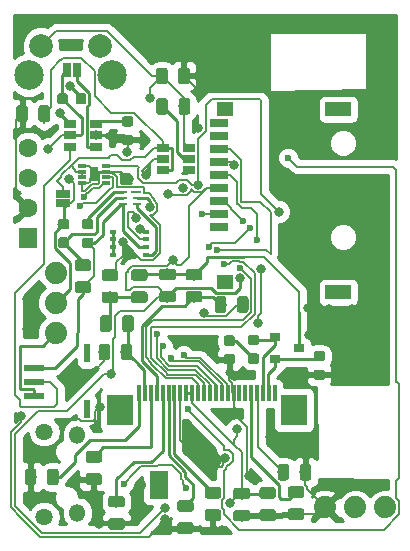
<source format=gbr>
G04 #@! TF.GenerationSoftware,KiCad,Pcbnew,(5.0.1)-rc2*
G04 #@! TF.CreationDate,2019-03-09T02:30:10-07:00*
G04 #@! TF.ProjectId,GPSLogger,4750534C6F676765722E6B696361645F,rev?*
G04 #@! TF.SameCoordinates,Original*
G04 #@! TF.FileFunction,Copper,L2,Bot,Signal*
G04 #@! TF.FilePolarity,Positive*
%FSLAX46Y46*%
G04 Gerber Fmt 4.6, Leading zero omitted, Abs format (unit mm)*
G04 Created by KiCad (PCBNEW (5.0.1)-rc2) date 3/9/2019 2:30:10 AM*
%MOMM*%
%LPD*%
G01*
G04 APERTURE LIST*
G04 #@! TA.AperFunction,ComponentPad*
%ADD10C,1.879600*%
G04 #@! TD*
G04 #@! TA.AperFunction,Conductor*
%ADD11C,0.100000*%
G04 #@! TD*
G04 #@! TA.AperFunction,SMDPad,CuDef*
%ADD12C,0.975000*%
G04 #@! TD*
G04 #@! TA.AperFunction,SMDPad,CuDef*
%ADD13R,0.900000X0.800000*%
G04 #@! TD*
G04 #@! TA.AperFunction,SMDPad,CuDef*
%ADD14R,1.060000X0.650000*%
G04 #@! TD*
G04 #@! TA.AperFunction,SMDPad,CuDef*
%ADD15R,1.800000X0.600000*%
G04 #@! TD*
G04 #@! TA.AperFunction,SMDPad,CuDef*
%ADD16R,0.600000X1.524000*%
G04 #@! TD*
G04 #@! TA.AperFunction,SMDPad,CuDef*
%ADD17R,2.300000X2.650000*%
G04 #@! TD*
G04 #@! TA.AperFunction,SMDPad,CuDef*
%ADD18R,0.300000X1.400000*%
G04 #@! TD*
G04 #@! TA.AperFunction,SMDPad,CuDef*
%ADD19R,0.800000X1.200000*%
G04 #@! TD*
G04 #@! TA.AperFunction,SMDPad,CuDef*
%ADD20R,0.700000X0.300000*%
G04 #@! TD*
G04 #@! TA.AperFunction,ComponentPad*
%ADD21C,1.600000*%
G04 #@! TD*
G04 #@! TA.AperFunction,ComponentPad*
%ADD22R,1.600000X1.700000*%
G04 #@! TD*
G04 #@! TA.AperFunction,SMDPad,CuDef*
%ADD23R,2.200000X1.200000*%
G04 #@! TD*
G04 #@! TA.AperFunction,SMDPad,CuDef*
%ADD24R,1.400000X1.200000*%
G04 #@! TD*
G04 #@! TA.AperFunction,SMDPad,CuDef*
%ADD25R,1.600000X0.700000*%
G04 #@! TD*
G04 #@! TA.AperFunction,SMDPad,CuDef*
%ADD26R,0.635000X1.270000*%
G04 #@! TD*
G04 #@! TA.AperFunction,SMDPad,CuDef*
%ADD27R,1.270000X0.635000*%
G04 #@! TD*
G04 #@! TA.AperFunction,SMDPad,CuDef*
%ADD28C,0.875000*%
G04 #@! TD*
G04 #@! TA.AperFunction,SMDPad,CuDef*
%ADD29R,0.600000X0.400000*%
G04 #@! TD*
G04 #@! TA.AperFunction,SMDPad,CuDef*
%ADD30R,0.850000X0.280000*%
G04 #@! TD*
G04 #@! TA.AperFunction,SMDPad,CuDef*
%ADD31R,0.750000X0.280000*%
G04 #@! TD*
G04 #@! TA.AperFunction,WasherPad*
%ADD32C,2.500000*%
G04 #@! TD*
G04 #@! TA.AperFunction,ComponentPad*
%ADD33C,2.000000*%
G04 #@! TD*
G04 #@! TA.AperFunction,ComponentPad*
%ADD34O,1.350000X1.500000*%
G04 #@! TD*
G04 #@! TA.AperFunction,ComponentPad*
%ADD35O,1.500000X1.350000*%
G04 #@! TD*
G04 #@! TA.AperFunction,ComponentPad*
%ADD36C,0.500000*%
G04 #@! TD*
G04 #@! TA.AperFunction,SMDPad,CuDef*
%ADD37R,1.650000X2.380000*%
G04 #@! TD*
G04 #@! TA.AperFunction,ViaPad*
%ADD38C,0.800000*%
G04 #@! TD*
G04 #@! TA.AperFunction,ViaPad*
%ADD39C,0.600000*%
G04 #@! TD*
G04 #@! TA.AperFunction,Conductor*
%ADD40C,0.250000*%
G04 #@! TD*
G04 #@! TA.AperFunction,Conductor*
%ADD41C,0.200000*%
G04 #@! TD*
G04 #@! TA.AperFunction,Conductor*
%ADD42C,0.152400*%
G04 #@! TD*
G04 #@! TA.AperFunction,Conductor*
%ADD43C,0.254000*%
G04 #@! TD*
G04 APERTURE END LIST*
D10*
G04 #@! TO.P,J1,3*
G04 #@! TO.N,/Debug_Tx*
X225907600Y-63144400D03*
G04 #@! TO.P,J1,2*
G04 #@! TO.N,/Debug_Rx*
X223367600Y-63144400D03*
G04 #@! TO.P,J1,1*
G04 #@! TO.N,BattRtn*
X220827600Y-63144400D03*
G04 #@! TD*
D11*
G04 #@! TO.N,BattRtn*
G04 #@! TO.C,C11*
G36*
X209131842Y-25894974D02*
X209155503Y-25898484D01*
X209178707Y-25904296D01*
X209201229Y-25912354D01*
X209222853Y-25922582D01*
X209243370Y-25934879D01*
X209262583Y-25949129D01*
X209280307Y-25965193D01*
X209296371Y-25982917D01*
X209310621Y-26002130D01*
X209322918Y-26022647D01*
X209333146Y-26044271D01*
X209341204Y-26066793D01*
X209347016Y-26089997D01*
X209350526Y-26113658D01*
X209351700Y-26137550D01*
X209351700Y-27050050D01*
X209350526Y-27073942D01*
X209347016Y-27097603D01*
X209341204Y-27120807D01*
X209333146Y-27143329D01*
X209322918Y-27164953D01*
X209310621Y-27185470D01*
X209296371Y-27204683D01*
X209280307Y-27222407D01*
X209262583Y-27238471D01*
X209243370Y-27252721D01*
X209222853Y-27265018D01*
X209201229Y-27275246D01*
X209178707Y-27283304D01*
X209155503Y-27289116D01*
X209131842Y-27292626D01*
X209107950Y-27293800D01*
X208620450Y-27293800D01*
X208596558Y-27292626D01*
X208572897Y-27289116D01*
X208549693Y-27283304D01*
X208527171Y-27275246D01*
X208505547Y-27265018D01*
X208485030Y-27252721D01*
X208465817Y-27238471D01*
X208448093Y-27222407D01*
X208432029Y-27204683D01*
X208417779Y-27185470D01*
X208405482Y-27164953D01*
X208395254Y-27143329D01*
X208387196Y-27120807D01*
X208381384Y-27097603D01*
X208377874Y-27073942D01*
X208376700Y-27050050D01*
X208376700Y-26137550D01*
X208377874Y-26113658D01*
X208381384Y-26089997D01*
X208387196Y-26066793D01*
X208395254Y-26044271D01*
X208405482Y-26022647D01*
X208417779Y-26002130D01*
X208432029Y-25982917D01*
X208448093Y-25965193D01*
X208465817Y-25949129D01*
X208485030Y-25934879D01*
X208505547Y-25922582D01*
X208527171Y-25912354D01*
X208549693Y-25904296D01*
X208572897Y-25898484D01*
X208596558Y-25894974D01*
X208620450Y-25893800D01*
X209107950Y-25893800D01*
X209131842Y-25894974D01*
X209131842Y-25894974D01*
G37*
D12*
G04 #@! TD*
G04 #@! TO.P,C11,2*
G04 #@! TO.N,BattRtn*
X208864200Y-26593800D03*
D11*
G04 #@! TO.N,Vdd*
G04 #@! TO.C,C11*
G36*
X207256842Y-25894974D02*
X207280503Y-25898484D01*
X207303707Y-25904296D01*
X207326229Y-25912354D01*
X207347853Y-25922582D01*
X207368370Y-25934879D01*
X207387583Y-25949129D01*
X207405307Y-25965193D01*
X207421371Y-25982917D01*
X207435621Y-26002130D01*
X207447918Y-26022647D01*
X207458146Y-26044271D01*
X207466204Y-26066793D01*
X207472016Y-26089997D01*
X207475526Y-26113658D01*
X207476700Y-26137550D01*
X207476700Y-27050050D01*
X207475526Y-27073942D01*
X207472016Y-27097603D01*
X207466204Y-27120807D01*
X207458146Y-27143329D01*
X207447918Y-27164953D01*
X207435621Y-27185470D01*
X207421371Y-27204683D01*
X207405307Y-27222407D01*
X207387583Y-27238471D01*
X207368370Y-27252721D01*
X207347853Y-27265018D01*
X207326229Y-27275246D01*
X207303707Y-27283304D01*
X207280503Y-27289116D01*
X207256842Y-27292626D01*
X207232950Y-27293800D01*
X206745450Y-27293800D01*
X206721558Y-27292626D01*
X206697897Y-27289116D01*
X206674693Y-27283304D01*
X206652171Y-27275246D01*
X206630547Y-27265018D01*
X206610030Y-27252721D01*
X206590817Y-27238471D01*
X206573093Y-27222407D01*
X206557029Y-27204683D01*
X206542779Y-27185470D01*
X206530482Y-27164953D01*
X206520254Y-27143329D01*
X206512196Y-27120807D01*
X206506384Y-27097603D01*
X206502874Y-27073942D01*
X206501700Y-27050050D01*
X206501700Y-26137550D01*
X206502874Y-26113658D01*
X206506384Y-26089997D01*
X206512196Y-26066793D01*
X206520254Y-26044271D01*
X206530482Y-26022647D01*
X206542779Y-26002130D01*
X206557029Y-25982917D01*
X206573093Y-25965193D01*
X206590817Y-25949129D01*
X206610030Y-25934879D01*
X206630547Y-25922582D01*
X206652171Y-25912354D01*
X206674693Y-25904296D01*
X206697897Y-25898484D01*
X206721558Y-25894974D01*
X206745450Y-25893800D01*
X207232950Y-25893800D01*
X207256842Y-25894974D01*
X207256842Y-25894974D01*
G37*
D12*
G04 #@! TD*
G04 #@! TO.P,C11,1*
G04 #@! TO.N,Vdd*
X206989200Y-26593800D03*
D11*
G04 #@! TO.N,BattRtn*
G04 #@! TO.C,C12*
G36*
X196157042Y-59854774D02*
X196180703Y-59858284D01*
X196203907Y-59864096D01*
X196226429Y-59872154D01*
X196248053Y-59882382D01*
X196268570Y-59894679D01*
X196287783Y-59908929D01*
X196305507Y-59924993D01*
X196321571Y-59942717D01*
X196335821Y-59961930D01*
X196348118Y-59982447D01*
X196358346Y-60004071D01*
X196366404Y-60026593D01*
X196372216Y-60049797D01*
X196375726Y-60073458D01*
X196376900Y-60097350D01*
X196376900Y-61009850D01*
X196375726Y-61033742D01*
X196372216Y-61057403D01*
X196366404Y-61080607D01*
X196358346Y-61103129D01*
X196348118Y-61124753D01*
X196335821Y-61145270D01*
X196321571Y-61164483D01*
X196305507Y-61182207D01*
X196287783Y-61198271D01*
X196268570Y-61212521D01*
X196248053Y-61224818D01*
X196226429Y-61235046D01*
X196203907Y-61243104D01*
X196180703Y-61248916D01*
X196157042Y-61252426D01*
X196133150Y-61253600D01*
X195645650Y-61253600D01*
X195621758Y-61252426D01*
X195598097Y-61248916D01*
X195574893Y-61243104D01*
X195552371Y-61235046D01*
X195530747Y-61224818D01*
X195510230Y-61212521D01*
X195491017Y-61198271D01*
X195473293Y-61182207D01*
X195457229Y-61164483D01*
X195442979Y-61145270D01*
X195430682Y-61124753D01*
X195420454Y-61103129D01*
X195412396Y-61080607D01*
X195406584Y-61057403D01*
X195403074Y-61033742D01*
X195401900Y-61009850D01*
X195401900Y-60097350D01*
X195403074Y-60073458D01*
X195406584Y-60049797D01*
X195412396Y-60026593D01*
X195420454Y-60004071D01*
X195430682Y-59982447D01*
X195442979Y-59961930D01*
X195457229Y-59942717D01*
X195473293Y-59924993D01*
X195491017Y-59908929D01*
X195510230Y-59894679D01*
X195530747Y-59882382D01*
X195552371Y-59872154D01*
X195574893Y-59864096D01*
X195598097Y-59858284D01*
X195621758Y-59854774D01*
X195645650Y-59853600D01*
X196133150Y-59853600D01*
X196157042Y-59854774D01*
X196157042Y-59854774D01*
G37*
D12*
G04 #@! TD*
G04 #@! TO.P,C12,2*
G04 #@! TO.N,BattRtn*
X195889400Y-60553600D03*
D11*
G04 #@! TO.N,Net-(C12-Pad1)*
G04 #@! TO.C,C12*
G36*
X198032042Y-59854774D02*
X198055703Y-59858284D01*
X198078907Y-59864096D01*
X198101429Y-59872154D01*
X198123053Y-59882382D01*
X198143570Y-59894679D01*
X198162783Y-59908929D01*
X198180507Y-59924993D01*
X198196571Y-59942717D01*
X198210821Y-59961930D01*
X198223118Y-59982447D01*
X198233346Y-60004071D01*
X198241404Y-60026593D01*
X198247216Y-60049797D01*
X198250726Y-60073458D01*
X198251900Y-60097350D01*
X198251900Y-61009850D01*
X198250726Y-61033742D01*
X198247216Y-61057403D01*
X198241404Y-61080607D01*
X198233346Y-61103129D01*
X198223118Y-61124753D01*
X198210821Y-61145270D01*
X198196571Y-61164483D01*
X198180507Y-61182207D01*
X198162783Y-61198271D01*
X198143570Y-61212521D01*
X198123053Y-61224818D01*
X198101429Y-61235046D01*
X198078907Y-61243104D01*
X198055703Y-61248916D01*
X198032042Y-61252426D01*
X198008150Y-61253600D01*
X197520650Y-61253600D01*
X197496758Y-61252426D01*
X197473097Y-61248916D01*
X197449893Y-61243104D01*
X197427371Y-61235046D01*
X197405747Y-61224818D01*
X197385230Y-61212521D01*
X197366017Y-61198271D01*
X197348293Y-61182207D01*
X197332229Y-61164483D01*
X197317979Y-61145270D01*
X197305682Y-61124753D01*
X197295454Y-61103129D01*
X197287396Y-61080607D01*
X197281584Y-61057403D01*
X197278074Y-61033742D01*
X197276900Y-61009850D01*
X197276900Y-60097350D01*
X197278074Y-60073458D01*
X197281584Y-60049797D01*
X197287396Y-60026593D01*
X197295454Y-60004071D01*
X197305682Y-59982447D01*
X197317979Y-59961930D01*
X197332229Y-59942717D01*
X197348293Y-59924993D01*
X197366017Y-59908929D01*
X197385230Y-59894679D01*
X197405747Y-59882382D01*
X197427371Y-59872154D01*
X197449893Y-59864096D01*
X197473097Y-59858284D01*
X197496758Y-59854774D01*
X197520650Y-59853600D01*
X198008150Y-59853600D01*
X198032042Y-59854774D01*
X198032042Y-59854774D01*
G37*
D12*
G04 #@! TD*
G04 #@! TO.P,C12,1*
G04 #@! TO.N,Net-(C12-Pad1)*
X197764400Y-60553600D03*
D11*
G04 #@! TO.N,BattRtn*
G04 #@! TO.C,C13*
G36*
X201710142Y-60248674D02*
X201733803Y-60252184D01*
X201757007Y-60257996D01*
X201779529Y-60266054D01*
X201801153Y-60276282D01*
X201821670Y-60288579D01*
X201840883Y-60302829D01*
X201858607Y-60318893D01*
X201874671Y-60336617D01*
X201888921Y-60355830D01*
X201901218Y-60376347D01*
X201911446Y-60397971D01*
X201919504Y-60420493D01*
X201925316Y-60443697D01*
X201928826Y-60467358D01*
X201930000Y-60491250D01*
X201930000Y-60978750D01*
X201928826Y-61002642D01*
X201925316Y-61026303D01*
X201919504Y-61049507D01*
X201911446Y-61072029D01*
X201901218Y-61093653D01*
X201888921Y-61114170D01*
X201874671Y-61133383D01*
X201858607Y-61151107D01*
X201840883Y-61167171D01*
X201821670Y-61181421D01*
X201801153Y-61193718D01*
X201779529Y-61203946D01*
X201757007Y-61212004D01*
X201733803Y-61217816D01*
X201710142Y-61221326D01*
X201686250Y-61222500D01*
X200773750Y-61222500D01*
X200749858Y-61221326D01*
X200726197Y-61217816D01*
X200702993Y-61212004D01*
X200680471Y-61203946D01*
X200658847Y-61193718D01*
X200638330Y-61181421D01*
X200619117Y-61167171D01*
X200601393Y-61151107D01*
X200585329Y-61133383D01*
X200571079Y-61114170D01*
X200558782Y-61093653D01*
X200548554Y-61072029D01*
X200540496Y-61049507D01*
X200534684Y-61026303D01*
X200531174Y-61002642D01*
X200530000Y-60978750D01*
X200530000Y-60491250D01*
X200531174Y-60467358D01*
X200534684Y-60443697D01*
X200540496Y-60420493D01*
X200548554Y-60397971D01*
X200558782Y-60376347D01*
X200571079Y-60355830D01*
X200585329Y-60336617D01*
X200601393Y-60318893D01*
X200619117Y-60302829D01*
X200638330Y-60288579D01*
X200658847Y-60276282D01*
X200680471Y-60266054D01*
X200702993Y-60257996D01*
X200726197Y-60252184D01*
X200749858Y-60248674D01*
X200773750Y-60247500D01*
X201686250Y-60247500D01*
X201710142Y-60248674D01*
X201710142Y-60248674D01*
G37*
D12*
G04 #@! TD*
G04 #@! TO.P,C13,2*
G04 #@! TO.N,BattRtn*
X201230000Y-60735000D03*
D11*
G04 #@! TO.N,Net-(C13-Pad1)*
G04 #@! TO.C,C13*
G36*
X201710142Y-58373674D02*
X201733803Y-58377184D01*
X201757007Y-58382996D01*
X201779529Y-58391054D01*
X201801153Y-58401282D01*
X201821670Y-58413579D01*
X201840883Y-58427829D01*
X201858607Y-58443893D01*
X201874671Y-58461617D01*
X201888921Y-58480830D01*
X201901218Y-58501347D01*
X201911446Y-58522971D01*
X201919504Y-58545493D01*
X201925316Y-58568697D01*
X201928826Y-58592358D01*
X201930000Y-58616250D01*
X201930000Y-59103750D01*
X201928826Y-59127642D01*
X201925316Y-59151303D01*
X201919504Y-59174507D01*
X201911446Y-59197029D01*
X201901218Y-59218653D01*
X201888921Y-59239170D01*
X201874671Y-59258383D01*
X201858607Y-59276107D01*
X201840883Y-59292171D01*
X201821670Y-59306421D01*
X201801153Y-59318718D01*
X201779529Y-59328946D01*
X201757007Y-59337004D01*
X201733803Y-59342816D01*
X201710142Y-59346326D01*
X201686250Y-59347500D01*
X200773750Y-59347500D01*
X200749858Y-59346326D01*
X200726197Y-59342816D01*
X200702993Y-59337004D01*
X200680471Y-59328946D01*
X200658847Y-59318718D01*
X200638330Y-59306421D01*
X200619117Y-59292171D01*
X200601393Y-59276107D01*
X200585329Y-59258383D01*
X200571079Y-59239170D01*
X200558782Y-59218653D01*
X200548554Y-59197029D01*
X200540496Y-59174507D01*
X200534684Y-59151303D01*
X200531174Y-59127642D01*
X200530000Y-59103750D01*
X200530000Y-58616250D01*
X200531174Y-58592358D01*
X200534684Y-58568697D01*
X200540496Y-58545493D01*
X200548554Y-58522971D01*
X200558782Y-58501347D01*
X200571079Y-58480830D01*
X200585329Y-58461617D01*
X200601393Y-58443893D01*
X200619117Y-58427829D01*
X200638330Y-58413579D01*
X200658847Y-58401282D01*
X200680471Y-58391054D01*
X200702993Y-58382996D01*
X200726197Y-58377184D01*
X200749858Y-58373674D01*
X200773750Y-58372500D01*
X201686250Y-58372500D01*
X201710142Y-58373674D01*
X201710142Y-58373674D01*
G37*
D12*
G04 #@! TD*
G04 #@! TO.P,C13,1*
G04 #@! TO.N,Net-(C13-Pad1)*
X201230000Y-58860000D03*
D11*
G04 #@! TO.N,BattRtn*
G04 #@! TO.C,C14*
G36*
X203630142Y-64043674D02*
X203653803Y-64047184D01*
X203677007Y-64052996D01*
X203699529Y-64061054D01*
X203721153Y-64071282D01*
X203741670Y-64083579D01*
X203760883Y-64097829D01*
X203778607Y-64113893D01*
X203794671Y-64131617D01*
X203808921Y-64150830D01*
X203821218Y-64171347D01*
X203831446Y-64192971D01*
X203839504Y-64215493D01*
X203845316Y-64238697D01*
X203848826Y-64262358D01*
X203850000Y-64286250D01*
X203850000Y-64773750D01*
X203848826Y-64797642D01*
X203845316Y-64821303D01*
X203839504Y-64844507D01*
X203831446Y-64867029D01*
X203821218Y-64888653D01*
X203808921Y-64909170D01*
X203794671Y-64928383D01*
X203778607Y-64946107D01*
X203760883Y-64962171D01*
X203741670Y-64976421D01*
X203721153Y-64988718D01*
X203699529Y-64998946D01*
X203677007Y-65007004D01*
X203653803Y-65012816D01*
X203630142Y-65016326D01*
X203606250Y-65017500D01*
X202693750Y-65017500D01*
X202669858Y-65016326D01*
X202646197Y-65012816D01*
X202622993Y-65007004D01*
X202600471Y-64998946D01*
X202578847Y-64988718D01*
X202558330Y-64976421D01*
X202539117Y-64962171D01*
X202521393Y-64946107D01*
X202505329Y-64928383D01*
X202491079Y-64909170D01*
X202478782Y-64888653D01*
X202468554Y-64867029D01*
X202460496Y-64844507D01*
X202454684Y-64821303D01*
X202451174Y-64797642D01*
X202450000Y-64773750D01*
X202450000Y-64286250D01*
X202451174Y-64262358D01*
X202454684Y-64238697D01*
X202460496Y-64215493D01*
X202468554Y-64192971D01*
X202478782Y-64171347D01*
X202491079Y-64150830D01*
X202505329Y-64131617D01*
X202521393Y-64113893D01*
X202539117Y-64097829D01*
X202558330Y-64083579D01*
X202578847Y-64071282D01*
X202600471Y-64061054D01*
X202622993Y-64052996D01*
X202646197Y-64047184D01*
X202669858Y-64043674D01*
X202693750Y-64042500D01*
X203606250Y-64042500D01*
X203630142Y-64043674D01*
X203630142Y-64043674D01*
G37*
D12*
G04 #@! TD*
G04 #@! TO.P,C14,2*
G04 #@! TO.N,BattRtn*
X203150000Y-64530000D03*
D11*
G04 #@! TO.N,Net-(C14-Pad1)*
G04 #@! TO.C,C14*
G36*
X203630142Y-62168674D02*
X203653803Y-62172184D01*
X203677007Y-62177996D01*
X203699529Y-62186054D01*
X203721153Y-62196282D01*
X203741670Y-62208579D01*
X203760883Y-62222829D01*
X203778607Y-62238893D01*
X203794671Y-62256617D01*
X203808921Y-62275830D01*
X203821218Y-62296347D01*
X203831446Y-62317971D01*
X203839504Y-62340493D01*
X203845316Y-62363697D01*
X203848826Y-62387358D01*
X203850000Y-62411250D01*
X203850000Y-62898750D01*
X203848826Y-62922642D01*
X203845316Y-62946303D01*
X203839504Y-62969507D01*
X203831446Y-62992029D01*
X203821218Y-63013653D01*
X203808921Y-63034170D01*
X203794671Y-63053383D01*
X203778607Y-63071107D01*
X203760883Y-63087171D01*
X203741670Y-63101421D01*
X203721153Y-63113718D01*
X203699529Y-63123946D01*
X203677007Y-63132004D01*
X203653803Y-63137816D01*
X203630142Y-63141326D01*
X203606250Y-63142500D01*
X202693750Y-63142500D01*
X202669858Y-63141326D01*
X202646197Y-63137816D01*
X202622993Y-63132004D01*
X202600471Y-63123946D01*
X202578847Y-63113718D01*
X202558330Y-63101421D01*
X202539117Y-63087171D01*
X202521393Y-63071107D01*
X202505329Y-63053383D01*
X202491079Y-63034170D01*
X202478782Y-63013653D01*
X202468554Y-62992029D01*
X202460496Y-62969507D01*
X202454684Y-62946303D01*
X202451174Y-62922642D01*
X202450000Y-62898750D01*
X202450000Y-62411250D01*
X202451174Y-62387358D01*
X202454684Y-62363697D01*
X202460496Y-62340493D01*
X202468554Y-62317971D01*
X202478782Y-62296347D01*
X202491079Y-62275830D01*
X202505329Y-62256617D01*
X202521393Y-62238893D01*
X202539117Y-62222829D01*
X202558330Y-62208579D01*
X202578847Y-62196282D01*
X202600471Y-62186054D01*
X202622993Y-62177996D01*
X202646197Y-62172184D01*
X202669858Y-62168674D01*
X202693750Y-62167500D01*
X203606250Y-62167500D01*
X203630142Y-62168674D01*
X203630142Y-62168674D01*
G37*
D12*
G04 #@! TD*
G04 #@! TO.P,C14,1*
G04 #@! TO.N,Net-(C14-Pad1)*
X203150000Y-62655000D03*
D11*
G04 #@! TO.N,BattRtn*
G04 #@! TO.C,C15*
G36*
X209460142Y-64403674D02*
X209483803Y-64407184D01*
X209507007Y-64412996D01*
X209529529Y-64421054D01*
X209551153Y-64431282D01*
X209571670Y-64443579D01*
X209590883Y-64457829D01*
X209608607Y-64473893D01*
X209624671Y-64491617D01*
X209638921Y-64510830D01*
X209651218Y-64531347D01*
X209661446Y-64552971D01*
X209669504Y-64575493D01*
X209675316Y-64598697D01*
X209678826Y-64622358D01*
X209680000Y-64646250D01*
X209680000Y-65133750D01*
X209678826Y-65157642D01*
X209675316Y-65181303D01*
X209669504Y-65204507D01*
X209661446Y-65227029D01*
X209651218Y-65248653D01*
X209638921Y-65269170D01*
X209624671Y-65288383D01*
X209608607Y-65306107D01*
X209590883Y-65322171D01*
X209571670Y-65336421D01*
X209551153Y-65348718D01*
X209529529Y-65358946D01*
X209507007Y-65367004D01*
X209483803Y-65372816D01*
X209460142Y-65376326D01*
X209436250Y-65377500D01*
X208523750Y-65377500D01*
X208499858Y-65376326D01*
X208476197Y-65372816D01*
X208452993Y-65367004D01*
X208430471Y-65358946D01*
X208408847Y-65348718D01*
X208388330Y-65336421D01*
X208369117Y-65322171D01*
X208351393Y-65306107D01*
X208335329Y-65288383D01*
X208321079Y-65269170D01*
X208308782Y-65248653D01*
X208298554Y-65227029D01*
X208290496Y-65204507D01*
X208284684Y-65181303D01*
X208281174Y-65157642D01*
X208280000Y-65133750D01*
X208280000Y-64646250D01*
X208281174Y-64622358D01*
X208284684Y-64598697D01*
X208290496Y-64575493D01*
X208298554Y-64552971D01*
X208308782Y-64531347D01*
X208321079Y-64510830D01*
X208335329Y-64491617D01*
X208351393Y-64473893D01*
X208369117Y-64457829D01*
X208388330Y-64443579D01*
X208408847Y-64431282D01*
X208430471Y-64421054D01*
X208452993Y-64412996D01*
X208476197Y-64407184D01*
X208499858Y-64403674D01*
X208523750Y-64402500D01*
X209436250Y-64402500D01*
X209460142Y-64403674D01*
X209460142Y-64403674D01*
G37*
D12*
G04 #@! TD*
G04 #@! TO.P,C15,2*
G04 #@! TO.N,BattRtn*
X208980000Y-64890000D03*
D11*
G04 #@! TO.N,Net-(C15-Pad1)*
G04 #@! TO.C,C15*
G36*
X209460142Y-62528674D02*
X209483803Y-62532184D01*
X209507007Y-62537996D01*
X209529529Y-62546054D01*
X209551153Y-62556282D01*
X209571670Y-62568579D01*
X209590883Y-62582829D01*
X209608607Y-62598893D01*
X209624671Y-62616617D01*
X209638921Y-62635830D01*
X209651218Y-62656347D01*
X209661446Y-62677971D01*
X209669504Y-62700493D01*
X209675316Y-62723697D01*
X209678826Y-62747358D01*
X209680000Y-62771250D01*
X209680000Y-63258750D01*
X209678826Y-63282642D01*
X209675316Y-63306303D01*
X209669504Y-63329507D01*
X209661446Y-63352029D01*
X209651218Y-63373653D01*
X209638921Y-63394170D01*
X209624671Y-63413383D01*
X209608607Y-63431107D01*
X209590883Y-63447171D01*
X209571670Y-63461421D01*
X209551153Y-63473718D01*
X209529529Y-63483946D01*
X209507007Y-63492004D01*
X209483803Y-63497816D01*
X209460142Y-63501326D01*
X209436250Y-63502500D01*
X208523750Y-63502500D01*
X208499858Y-63501326D01*
X208476197Y-63497816D01*
X208452993Y-63492004D01*
X208430471Y-63483946D01*
X208408847Y-63473718D01*
X208388330Y-63461421D01*
X208369117Y-63447171D01*
X208351393Y-63431107D01*
X208335329Y-63413383D01*
X208321079Y-63394170D01*
X208308782Y-63373653D01*
X208298554Y-63352029D01*
X208290496Y-63329507D01*
X208284684Y-63306303D01*
X208281174Y-63282642D01*
X208280000Y-63258750D01*
X208280000Y-62771250D01*
X208281174Y-62747358D01*
X208284684Y-62723697D01*
X208290496Y-62700493D01*
X208298554Y-62677971D01*
X208308782Y-62656347D01*
X208321079Y-62635830D01*
X208335329Y-62616617D01*
X208351393Y-62598893D01*
X208369117Y-62582829D01*
X208388330Y-62568579D01*
X208408847Y-62556282D01*
X208430471Y-62546054D01*
X208452993Y-62537996D01*
X208476197Y-62532184D01*
X208499858Y-62528674D01*
X208523750Y-62527500D01*
X209436250Y-62527500D01*
X209460142Y-62528674D01*
X209460142Y-62528674D01*
G37*
D12*
G04 #@! TD*
G04 #@! TO.P,C15,1*
G04 #@! TO.N,Net-(C15-Pad1)*
X208980000Y-63015000D03*
D11*
G04 #@! TO.N,BattRtn*
G04 #@! TO.C,C16*
G36*
X211795442Y-63293074D02*
X211819103Y-63296584D01*
X211842307Y-63302396D01*
X211864829Y-63310454D01*
X211886453Y-63320682D01*
X211906970Y-63332979D01*
X211926183Y-63347229D01*
X211943907Y-63363293D01*
X211959971Y-63381017D01*
X211974221Y-63400230D01*
X211986518Y-63420747D01*
X211996746Y-63442371D01*
X212004804Y-63464893D01*
X212010616Y-63488097D01*
X212014126Y-63511758D01*
X212015300Y-63535650D01*
X212015300Y-64023150D01*
X212014126Y-64047042D01*
X212010616Y-64070703D01*
X212004804Y-64093907D01*
X211996746Y-64116429D01*
X211986518Y-64138053D01*
X211974221Y-64158570D01*
X211959971Y-64177783D01*
X211943907Y-64195507D01*
X211926183Y-64211571D01*
X211906970Y-64225821D01*
X211886453Y-64238118D01*
X211864829Y-64248346D01*
X211842307Y-64256404D01*
X211819103Y-64262216D01*
X211795442Y-64265726D01*
X211771550Y-64266900D01*
X210859050Y-64266900D01*
X210835158Y-64265726D01*
X210811497Y-64262216D01*
X210788293Y-64256404D01*
X210765771Y-64248346D01*
X210744147Y-64238118D01*
X210723630Y-64225821D01*
X210704417Y-64211571D01*
X210686693Y-64195507D01*
X210670629Y-64177783D01*
X210656379Y-64158570D01*
X210644082Y-64138053D01*
X210633854Y-64116429D01*
X210625796Y-64093907D01*
X210619984Y-64070703D01*
X210616474Y-64047042D01*
X210615300Y-64023150D01*
X210615300Y-63535650D01*
X210616474Y-63511758D01*
X210619984Y-63488097D01*
X210625796Y-63464893D01*
X210633854Y-63442371D01*
X210644082Y-63420747D01*
X210656379Y-63400230D01*
X210670629Y-63381017D01*
X210686693Y-63363293D01*
X210704417Y-63347229D01*
X210723630Y-63332979D01*
X210744147Y-63320682D01*
X210765771Y-63310454D01*
X210788293Y-63302396D01*
X210811497Y-63296584D01*
X210835158Y-63293074D01*
X210859050Y-63291900D01*
X211771550Y-63291900D01*
X211795442Y-63293074D01*
X211795442Y-63293074D01*
G37*
D12*
G04 #@! TD*
G04 #@! TO.P,C16,2*
G04 #@! TO.N,BattRtn*
X211315300Y-63779400D03*
D11*
G04 #@! TO.N,Net-(C16-Pad1)*
G04 #@! TO.C,C16*
G36*
X211795442Y-61418074D02*
X211819103Y-61421584D01*
X211842307Y-61427396D01*
X211864829Y-61435454D01*
X211886453Y-61445682D01*
X211906970Y-61457979D01*
X211926183Y-61472229D01*
X211943907Y-61488293D01*
X211959971Y-61506017D01*
X211974221Y-61525230D01*
X211986518Y-61545747D01*
X211996746Y-61567371D01*
X212004804Y-61589893D01*
X212010616Y-61613097D01*
X212014126Y-61636758D01*
X212015300Y-61660650D01*
X212015300Y-62148150D01*
X212014126Y-62172042D01*
X212010616Y-62195703D01*
X212004804Y-62218907D01*
X211996746Y-62241429D01*
X211986518Y-62263053D01*
X211974221Y-62283570D01*
X211959971Y-62302783D01*
X211943907Y-62320507D01*
X211926183Y-62336571D01*
X211906970Y-62350821D01*
X211886453Y-62363118D01*
X211864829Y-62373346D01*
X211842307Y-62381404D01*
X211819103Y-62387216D01*
X211795442Y-62390726D01*
X211771550Y-62391900D01*
X210859050Y-62391900D01*
X210835158Y-62390726D01*
X210811497Y-62387216D01*
X210788293Y-62381404D01*
X210765771Y-62373346D01*
X210744147Y-62363118D01*
X210723630Y-62350821D01*
X210704417Y-62336571D01*
X210686693Y-62320507D01*
X210670629Y-62302783D01*
X210656379Y-62283570D01*
X210644082Y-62263053D01*
X210633854Y-62241429D01*
X210625796Y-62218907D01*
X210619984Y-62195703D01*
X210616474Y-62172042D01*
X210615300Y-62148150D01*
X210615300Y-61660650D01*
X210616474Y-61636758D01*
X210619984Y-61613097D01*
X210625796Y-61589893D01*
X210633854Y-61567371D01*
X210644082Y-61545747D01*
X210656379Y-61525230D01*
X210670629Y-61506017D01*
X210686693Y-61488293D01*
X210704417Y-61472229D01*
X210723630Y-61457979D01*
X210744147Y-61445682D01*
X210765771Y-61435454D01*
X210788293Y-61427396D01*
X210811497Y-61421584D01*
X210835158Y-61418074D01*
X210859050Y-61416900D01*
X211771550Y-61416900D01*
X211795442Y-61418074D01*
X211795442Y-61418074D01*
G37*
D12*
G04 #@! TD*
G04 #@! TO.P,C16,1*
G04 #@! TO.N,Net-(C16-Pad1)*
X211315300Y-61904400D03*
D11*
G04 #@! TO.N,BattRtn*
G04 #@! TO.C,C17*
G36*
X214221142Y-63356574D02*
X214244803Y-63360084D01*
X214268007Y-63365896D01*
X214290529Y-63373954D01*
X214312153Y-63384182D01*
X214332670Y-63396479D01*
X214351883Y-63410729D01*
X214369607Y-63426793D01*
X214385671Y-63444517D01*
X214399921Y-63463730D01*
X214412218Y-63484247D01*
X214422446Y-63505871D01*
X214430504Y-63528393D01*
X214436316Y-63551597D01*
X214439826Y-63575258D01*
X214441000Y-63599150D01*
X214441000Y-64086650D01*
X214439826Y-64110542D01*
X214436316Y-64134203D01*
X214430504Y-64157407D01*
X214422446Y-64179929D01*
X214412218Y-64201553D01*
X214399921Y-64222070D01*
X214385671Y-64241283D01*
X214369607Y-64259007D01*
X214351883Y-64275071D01*
X214332670Y-64289321D01*
X214312153Y-64301618D01*
X214290529Y-64311846D01*
X214268007Y-64319904D01*
X214244803Y-64325716D01*
X214221142Y-64329226D01*
X214197250Y-64330400D01*
X213284750Y-64330400D01*
X213260858Y-64329226D01*
X213237197Y-64325716D01*
X213213993Y-64319904D01*
X213191471Y-64311846D01*
X213169847Y-64301618D01*
X213149330Y-64289321D01*
X213130117Y-64275071D01*
X213112393Y-64259007D01*
X213096329Y-64241283D01*
X213082079Y-64222070D01*
X213069782Y-64201553D01*
X213059554Y-64179929D01*
X213051496Y-64157407D01*
X213045684Y-64134203D01*
X213042174Y-64110542D01*
X213041000Y-64086650D01*
X213041000Y-63599150D01*
X213042174Y-63575258D01*
X213045684Y-63551597D01*
X213051496Y-63528393D01*
X213059554Y-63505871D01*
X213069782Y-63484247D01*
X213082079Y-63463730D01*
X213096329Y-63444517D01*
X213112393Y-63426793D01*
X213130117Y-63410729D01*
X213149330Y-63396479D01*
X213169847Y-63384182D01*
X213191471Y-63373954D01*
X213213993Y-63365896D01*
X213237197Y-63360084D01*
X213260858Y-63356574D01*
X213284750Y-63355400D01*
X214197250Y-63355400D01*
X214221142Y-63356574D01*
X214221142Y-63356574D01*
G37*
D12*
G04 #@! TD*
G04 #@! TO.P,C17,2*
G04 #@! TO.N,BattRtn*
X213741000Y-63842900D03*
D11*
G04 #@! TO.N,Vdd*
G04 #@! TO.C,C17*
G36*
X214221142Y-61481574D02*
X214244803Y-61485084D01*
X214268007Y-61490896D01*
X214290529Y-61498954D01*
X214312153Y-61509182D01*
X214332670Y-61521479D01*
X214351883Y-61535729D01*
X214369607Y-61551793D01*
X214385671Y-61569517D01*
X214399921Y-61588730D01*
X214412218Y-61609247D01*
X214422446Y-61630871D01*
X214430504Y-61653393D01*
X214436316Y-61676597D01*
X214439826Y-61700258D01*
X214441000Y-61724150D01*
X214441000Y-62211650D01*
X214439826Y-62235542D01*
X214436316Y-62259203D01*
X214430504Y-62282407D01*
X214422446Y-62304929D01*
X214412218Y-62326553D01*
X214399921Y-62347070D01*
X214385671Y-62366283D01*
X214369607Y-62384007D01*
X214351883Y-62400071D01*
X214332670Y-62414321D01*
X214312153Y-62426618D01*
X214290529Y-62436846D01*
X214268007Y-62444904D01*
X214244803Y-62450716D01*
X214221142Y-62454226D01*
X214197250Y-62455400D01*
X213284750Y-62455400D01*
X213260858Y-62454226D01*
X213237197Y-62450716D01*
X213213993Y-62444904D01*
X213191471Y-62436846D01*
X213169847Y-62426618D01*
X213149330Y-62414321D01*
X213130117Y-62400071D01*
X213112393Y-62384007D01*
X213096329Y-62366283D01*
X213082079Y-62347070D01*
X213069782Y-62326553D01*
X213059554Y-62304929D01*
X213051496Y-62282407D01*
X213045684Y-62259203D01*
X213042174Y-62235542D01*
X213041000Y-62211650D01*
X213041000Y-61724150D01*
X213042174Y-61700258D01*
X213045684Y-61676597D01*
X213051496Y-61653393D01*
X213059554Y-61630871D01*
X213069782Y-61609247D01*
X213082079Y-61588730D01*
X213096329Y-61569517D01*
X213112393Y-61551793D01*
X213130117Y-61535729D01*
X213149330Y-61521479D01*
X213169847Y-61509182D01*
X213191471Y-61498954D01*
X213213993Y-61490896D01*
X213237197Y-61485084D01*
X213260858Y-61481574D01*
X213284750Y-61480400D01*
X214197250Y-61480400D01*
X214221142Y-61481574D01*
X214221142Y-61481574D01*
G37*
D12*
G04 #@! TD*
G04 #@! TO.P,C17,1*
G04 #@! TO.N,Vdd*
X213741000Y-61967900D03*
D11*
G04 #@! TO.N,BattRtn*
G04 #@! TO.C,C18*
G36*
X216430942Y-63305774D02*
X216454603Y-63309284D01*
X216477807Y-63315096D01*
X216500329Y-63323154D01*
X216521953Y-63333382D01*
X216542470Y-63345679D01*
X216561683Y-63359929D01*
X216579407Y-63375993D01*
X216595471Y-63393717D01*
X216609721Y-63412930D01*
X216622018Y-63433447D01*
X216632246Y-63455071D01*
X216640304Y-63477593D01*
X216646116Y-63500797D01*
X216649626Y-63524458D01*
X216650800Y-63548350D01*
X216650800Y-64035850D01*
X216649626Y-64059742D01*
X216646116Y-64083403D01*
X216640304Y-64106607D01*
X216632246Y-64129129D01*
X216622018Y-64150753D01*
X216609721Y-64171270D01*
X216595471Y-64190483D01*
X216579407Y-64208207D01*
X216561683Y-64224271D01*
X216542470Y-64238521D01*
X216521953Y-64250818D01*
X216500329Y-64261046D01*
X216477807Y-64269104D01*
X216454603Y-64274916D01*
X216430942Y-64278426D01*
X216407050Y-64279600D01*
X215494550Y-64279600D01*
X215470658Y-64278426D01*
X215446997Y-64274916D01*
X215423793Y-64269104D01*
X215401271Y-64261046D01*
X215379647Y-64250818D01*
X215359130Y-64238521D01*
X215339917Y-64224271D01*
X215322193Y-64208207D01*
X215306129Y-64190483D01*
X215291879Y-64171270D01*
X215279582Y-64150753D01*
X215269354Y-64129129D01*
X215261296Y-64106607D01*
X215255484Y-64083403D01*
X215251974Y-64059742D01*
X215250800Y-64035850D01*
X215250800Y-63548350D01*
X215251974Y-63524458D01*
X215255484Y-63500797D01*
X215261296Y-63477593D01*
X215269354Y-63455071D01*
X215279582Y-63433447D01*
X215291879Y-63412930D01*
X215306129Y-63393717D01*
X215322193Y-63375993D01*
X215339917Y-63359929D01*
X215359130Y-63345679D01*
X215379647Y-63333382D01*
X215401271Y-63323154D01*
X215423793Y-63315096D01*
X215446997Y-63309284D01*
X215470658Y-63305774D01*
X215494550Y-63304600D01*
X216407050Y-63304600D01*
X216430942Y-63305774D01*
X216430942Y-63305774D01*
G37*
D12*
G04 #@! TD*
G04 #@! TO.P,C18,2*
G04 #@! TO.N,BattRtn*
X215950800Y-63792100D03*
D11*
G04 #@! TO.N,Vdd*
G04 #@! TO.C,C18*
G36*
X216430942Y-61430774D02*
X216454603Y-61434284D01*
X216477807Y-61440096D01*
X216500329Y-61448154D01*
X216521953Y-61458382D01*
X216542470Y-61470679D01*
X216561683Y-61484929D01*
X216579407Y-61500993D01*
X216595471Y-61518717D01*
X216609721Y-61537930D01*
X216622018Y-61558447D01*
X216632246Y-61580071D01*
X216640304Y-61602593D01*
X216646116Y-61625797D01*
X216649626Y-61649458D01*
X216650800Y-61673350D01*
X216650800Y-62160850D01*
X216649626Y-62184742D01*
X216646116Y-62208403D01*
X216640304Y-62231607D01*
X216632246Y-62254129D01*
X216622018Y-62275753D01*
X216609721Y-62296270D01*
X216595471Y-62315483D01*
X216579407Y-62333207D01*
X216561683Y-62349271D01*
X216542470Y-62363521D01*
X216521953Y-62375818D01*
X216500329Y-62386046D01*
X216477807Y-62394104D01*
X216454603Y-62399916D01*
X216430942Y-62403426D01*
X216407050Y-62404600D01*
X215494550Y-62404600D01*
X215470658Y-62403426D01*
X215446997Y-62399916D01*
X215423793Y-62394104D01*
X215401271Y-62386046D01*
X215379647Y-62375818D01*
X215359130Y-62363521D01*
X215339917Y-62349271D01*
X215322193Y-62333207D01*
X215306129Y-62315483D01*
X215291879Y-62296270D01*
X215279582Y-62275753D01*
X215269354Y-62254129D01*
X215261296Y-62231607D01*
X215255484Y-62208403D01*
X215251974Y-62184742D01*
X215250800Y-62160850D01*
X215250800Y-61673350D01*
X215251974Y-61649458D01*
X215255484Y-61625797D01*
X215261296Y-61602593D01*
X215269354Y-61580071D01*
X215279582Y-61558447D01*
X215291879Y-61537930D01*
X215306129Y-61518717D01*
X215322193Y-61500993D01*
X215339917Y-61484929D01*
X215359130Y-61470679D01*
X215379647Y-61458382D01*
X215401271Y-61448154D01*
X215423793Y-61440096D01*
X215446997Y-61434284D01*
X215470658Y-61430774D01*
X215494550Y-61429600D01*
X216407050Y-61429600D01*
X216430942Y-61430774D01*
X216430942Y-61430774D01*
G37*
D12*
G04 #@! TD*
G04 #@! TO.P,C18,1*
G04 #@! TO.N,Vdd*
X215950800Y-61917100D03*
D11*
G04 #@! TO.N,BattRtn*
G04 #@! TO.C,C19*
G36*
X218831242Y-63216874D02*
X218854903Y-63220384D01*
X218878107Y-63226196D01*
X218900629Y-63234254D01*
X218922253Y-63244482D01*
X218942770Y-63256779D01*
X218961983Y-63271029D01*
X218979707Y-63287093D01*
X218995771Y-63304817D01*
X219010021Y-63324030D01*
X219022318Y-63344547D01*
X219032546Y-63366171D01*
X219040604Y-63388693D01*
X219046416Y-63411897D01*
X219049926Y-63435558D01*
X219051100Y-63459450D01*
X219051100Y-63946950D01*
X219049926Y-63970842D01*
X219046416Y-63994503D01*
X219040604Y-64017707D01*
X219032546Y-64040229D01*
X219022318Y-64061853D01*
X219010021Y-64082370D01*
X218995771Y-64101583D01*
X218979707Y-64119307D01*
X218961983Y-64135371D01*
X218942770Y-64149621D01*
X218922253Y-64161918D01*
X218900629Y-64172146D01*
X218878107Y-64180204D01*
X218854903Y-64186016D01*
X218831242Y-64189526D01*
X218807350Y-64190700D01*
X217894850Y-64190700D01*
X217870958Y-64189526D01*
X217847297Y-64186016D01*
X217824093Y-64180204D01*
X217801571Y-64172146D01*
X217779947Y-64161918D01*
X217759430Y-64149621D01*
X217740217Y-64135371D01*
X217722493Y-64119307D01*
X217706429Y-64101583D01*
X217692179Y-64082370D01*
X217679882Y-64061853D01*
X217669654Y-64040229D01*
X217661596Y-64017707D01*
X217655784Y-63994503D01*
X217652274Y-63970842D01*
X217651100Y-63946950D01*
X217651100Y-63459450D01*
X217652274Y-63435558D01*
X217655784Y-63411897D01*
X217661596Y-63388693D01*
X217669654Y-63366171D01*
X217679882Y-63344547D01*
X217692179Y-63324030D01*
X217706429Y-63304817D01*
X217722493Y-63287093D01*
X217740217Y-63271029D01*
X217759430Y-63256779D01*
X217779947Y-63244482D01*
X217801571Y-63234254D01*
X217824093Y-63226196D01*
X217847297Y-63220384D01*
X217870958Y-63216874D01*
X217894850Y-63215700D01*
X218807350Y-63215700D01*
X218831242Y-63216874D01*
X218831242Y-63216874D01*
G37*
D12*
G04 #@! TD*
G04 #@! TO.P,C19,2*
G04 #@! TO.N,BattRtn*
X218351100Y-63703200D03*
D11*
G04 #@! TO.N,/EINK/EINK_VGH*
G04 #@! TO.C,C19*
G36*
X218831242Y-61341874D02*
X218854903Y-61345384D01*
X218878107Y-61351196D01*
X218900629Y-61359254D01*
X218922253Y-61369482D01*
X218942770Y-61381779D01*
X218961983Y-61396029D01*
X218979707Y-61412093D01*
X218995771Y-61429817D01*
X219010021Y-61449030D01*
X219022318Y-61469547D01*
X219032546Y-61491171D01*
X219040604Y-61513693D01*
X219046416Y-61536897D01*
X219049926Y-61560558D01*
X219051100Y-61584450D01*
X219051100Y-62071950D01*
X219049926Y-62095842D01*
X219046416Y-62119503D01*
X219040604Y-62142707D01*
X219032546Y-62165229D01*
X219022318Y-62186853D01*
X219010021Y-62207370D01*
X218995771Y-62226583D01*
X218979707Y-62244307D01*
X218961983Y-62260371D01*
X218942770Y-62274621D01*
X218922253Y-62286918D01*
X218900629Y-62297146D01*
X218878107Y-62305204D01*
X218854903Y-62311016D01*
X218831242Y-62314526D01*
X218807350Y-62315700D01*
X217894850Y-62315700D01*
X217870958Y-62314526D01*
X217847297Y-62311016D01*
X217824093Y-62305204D01*
X217801571Y-62297146D01*
X217779947Y-62286918D01*
X217759430Y-62274621D01*
X217740217Y-62260371D01*
X217722493Y-62244307D01*
X217706429Y-62226583D01*
X217692179Y-62207370D01*
X217679882Y-62186853D01*
X217669654Y-62165229D01*
X217661596Y-62142707D01*
X217655784Y-62119503D01*
X217652274Y-62095842D01*
X217651100Y-62071950D01*
X217651100Y-61584450D01*
X217652274Y-61560558D01*
X217655784Y-61536897D01*
X217661596Y-61513693D01*
X217669654Y-61491171D01*
X217679882Y-61469547D01*
X217692179Y-61449030D01*
X217706429Y-61429817D01*
X217722493Y-61412093D01*
X217740217Y-61396029D01*
X217759430Y-61381779D01*
X217779947Y-61369482D01*
X217801571Y-61359254D01*
X217824093Y-61351196D01*
X217847297Y-61345384D01*
X217870958Y-61341874D01*
X217894850Y-61340700D01*
X218807350Y-61340700D01*
X218831242Y-61341874D01*
X218831242Y-61341874D01*
G37*
D12*
G04 #@! TD*
G04 #@! TO.P,C19,1*
G04 #@! TO.N,/EINK/EINK_VGH*
X218351100Y-61828200D03*
D11*
G04 #@! TO.N,BattRtn*
G04 #@! TO.C,C20*
G36*
X219417642Y-59461174D02*
X219441303Y-59464684D01*
X219464507Y-59470496D01*
X219487029Y-59478554D01*
X219508653Y-59488782D01*
X219529170Y-59501079D01*
X219548383Y-59515329D01*
X219566107Y-59531393D01*
X219582171Y-59549117D01*
X219596421Y-59568330D01*
X219608718Y-59588847D01*
X219618946Y-59610471D01*
X219627004Y-59632993D01*
X219632816Y-59656197D01*
X219636326Y-59679858D01*
X219637500Y-59703750D01*
X219637500Y-60616250D01*
X219636326Y-60640142D01*
X219632816Y-60663803D01*
X219627004Y-60687007D01*
X219618946Y-60709529D01*
X219608718Y-60731153D01*
X219596421Y-60751670D01*
X219582171Y-60770883D01*
X219566107Y-60788607D01*
X219548383Y-60804671D01*
X219529170Y-60818921D01*
X219508653Y-60831218D01*
X219487029Y-60841446D01*
X219464507Y-60849504D01*
X219441303Y-60855316D01*
X219417642Y-60858826D01*
X219393750Y-60860000D01*
X218906250Y-60860000D01*
X218882358Y-60858826D01*
X218858697Y-60855316D01*
X218835493Y-60849504D01*
X218812971Y-60841446D01*
X218791347Y-60831218D01*
X218770830Y-60818921D01*
X218751617Y-60804671D01*
X218733893Y-60788607D01*
X218717829Y-60770883D01*
X218703579Y-60751670D01*
X218691282Y-60731153D01*
X218681054Y-60709529D01*
X218672996Y-60687007D01*
X218667184Y-60663803D01*
X218663674Y-60640142D01*
X218662500Y-60616250D01*
X218662500Y-59703750D01*
X218663674Y-59679858D01*
X218667184Y-59656197D01*
X218672996Y-59632993D01*
X218681054Y-59610471D01*
X218691282Y-59588847D01*
X218703579Y-59568330D01*
X218717829Y-59549117D01*
X218733893Y-59531393D01*
X218751617Y-59515329D01*
X218770830Y-59501079D01*
X218791347Y-59488782D01*
X218812971Y-59478554D01*
X218835493Y-59470496D01*
X218858697Y-59464684D01*
X218882358Y-59461174D01*
X218906250Y-59460000D01*
X219393750Y-59460000D01*
X219417642Y-59461174D01*
X219417642Y-59461174D01*
G37*
D12*
G04 #@! TD*
G04 #@! TO.P,C20,2*
G04 #@! TO.N,BattRtn*
X219150000Y-60160000D03*
D11*
G04 #@! TO.N,/EINK/EINK_VGL*
G04 #@! TO.C,C20*
G36*
X217542642Y-59461174D02*
X217566303Y-59464684D01*
X217589507Y-59470496D01*
X217612029Y-59478554D01*
X217633653Y-59488782D01*
X217654170Y-59501079D01*
X217673383Y-59515329D01*
X217691107Y-59531393D01*
X217707171Y-59549117D01*
X217721421Y-59568330D01*
X217733718Y-59588847D01*
X217743946Y-59610471D01*
X217752004Y-59632993D01*
X217757816Y-59656197D01*
X217761326Y-59679858D01*
X217762500Y-59703750D01*
X217762500Y-60616250D01*
X217761326Y-60640142D01*
X217757816Y-60663803D01*
X217752004Y-60687007D01*
X217743946Y-60709529D01*
X217733718Y-60731153D01*
X217721421Y-60751670D01*
X217707171Y-60770883D01*
X217691107Y-60788607D01*
X217673383Y-60804671D01*
X217654170Y-60818921D01*
X217633653Y-60831218D01*
X217612029Y-60841446D01*
X217589507Y-60849504D01*
X217566303Y-60855316D01*
X217542642Y-60858826D01*
X217518750Y-60860000D01*
X217031250Y-60860000D01*
X217007358Y-60858826D01*
X216983697Y-60855316D01*
X216960493Y-60849504D01*
X216937971Y-60841446D01*
X216916347Y-60831218D01*
X216895830Y-60818921D01*
X216876617Y-60804671D01*
X216858893Y-60788607D01*
X216842829Y-60770883D01*
X216828579Y-60751670D01*
X216816282Y-60731153D01*
X216806054Y-60709529D01*
X216797996Y-60687007D01*
X216792184Y-60663803D01*
X216788674Y-60640142D01*
X216787500Y-60616250D01*
X216787500Y-59703750D01*
X216788674Y-59679858D01*
X216792184Y-59656197D01*
X216797996Y-59632993D01*
X216806054Y-59610471D01*
X216816282Y-59588847D01*
X216828579Y-59568330D01*
X216842829Y-59549117D01*
X216858893Y-59531393D01*
X216876617Y-59515329D01*
X216895830Y-59501079D01*
X216916347Y-59488782D01*
X216937971Y-59478554D01*
X216960493Y-59470496D01*
X216983697Y-59464684D01*
X217007358Y-59461174D01*
X217031250Y-59460000D01*
X217518750Y-59460000D01*
X217542642Y-59461174D01*
X217542642Y-59461174D01*
G37*
D12*
G04 #@! TD*
G04 #@! TO.P,C20,1*
G04 #@! TO.N,/EINK/EINK_VGL*
X217275000Y-60160000D03*
D11*
G04 #@! TO.N,Net-(C21-Pad2)*
G04 #@! TO.C,C21*
G36*
X205559742Y-44850374D02*
X205583403Y-44853884D01*
X205606607Y-44859696D01*
X205629129Y-44867754D01*
X205650753Y-44877982D01*
X205671270Y-44890279D01*
X205690483Y-44904529D01*
X205708207Y-44920593D01*
X205724271Y-44938317D01*
X205738521Y-44957530D01*
X205750818Y-44978047D01*
X205761046Y-44999671D01*
X205769104Y-45022193D01*
X205774916Y-45045397D01*
X205778426Y-45069058D01*
X205779600Y-45092950D01*
X205779600Y-45580450D01*
X205778426Y-45604342D01*
X205774916Y-45628003D01*
X205769104Y-45651207D01*
X205761046Y-45673729D01*
X205750818Y-45695353D01*
X205738521Y-45715870D01*
X205724271Y-45735083D01*
X205708207Y-45752807D01*
X205690483Y-45768871D01*
X205671270Y-45783121D01*
X205650753Y-45795418D01*
X205629129Y-45805646D01*
X205606607Y-45813704D01*
X205583403Y-45819516D01*
X205559742Y-45823026D01*
X205535850Y-45824200D01*
X204623350Y-45824200D01*
X204599458Y-45823026D01*
X204575797Y-45819516D01*
X204552593Y-45813704D01*
X204530071Y-45805646D01*
X204508447Y-45795418D01*
X204487930Y-45783121D01*
X204468717Y-45768871D01*
X204450993Y-45752807D01*
X204434929Y-45735083D01*
X204420679Y-45715870D01*
X204408382Y-45695353D01*
X204398154Y-45673729D01*
X204390096Y-45651207D01*
X204384284Y-45628003D01*
X204380774Y-45604342D01*
X204379600Y-45580450D01*
X204379600Y-45092950D01*
X204380774Y-45069058D01*
X204384284Y-45045397D01*
X204390096Y-45022193D01*
X204398154Y-44999671D01*
X204408382Y-44978047D01*
X204420679Y-44957530D01*
X204434929Y-44938317D01*
X204450993Y-44920593D01*
X204468717Y-44904529D01*
X204487930Y-44890279D01*
X204508447Y-44877982D01*
X204530071Y-44867754D01*
X204552593Y-44859696D01*
X204575797Y-44853884D01*
X204599458Y-44850374D01*
X204623350Y-44849200D01*
X205535850Y-44849200D01*
X205559742Y-44850374D01*
X205559742Y-44850374D01*
G37*
D12*
G04 #@! TD*
G04 #@! TO.P,C21,2*
G04 #@! TO.N,Net-(C21-Pad2)*
X205079600Y-45336700D03*
D11*
G04 #@! TO.N,Net-(C21-Pad1)*
G04 #@! TO.C,C21*
G36*
X205559742Y-42975374D02*
X205583403Y-42978884D01*
X205606607Y-42984696D01*
X205629129Y-42992754D01*
X205650753Y-43002982D01*
X205671270Y-43015279D01*
X205690483Y-43029529D01*
X205708207Y-43045593D01*
X205724271Y-43063317D01*
X205738521Y-43082530D01*
X205750818Y-43103047D01*
X205761046Y-43124671D01*
X205769104Y-43147193D01*
X205774916Y-43170397D01*
X205778426Y-43194058D01*
X205779600Y-43217950D01*
X205779600Y-43705450D01*
X205778426Y-43729342D01*
X205774916Y-43753003D01*
X205769104Y-43776207D01*
X205761046Y-43798729D01*
X205750818Y-43820353D01*
X205738521Y-43840870D01*
X205724271Y-43860083D01*
X205708207Y-43877807D01*
X205690483Y-43893871D01*
X205671270Y-43908121D01*
X205650753Y-43920418D01*
X205629129Y-43930646D01*
X205606607Y-43938704D01*
X205583403Y-43944516D01*
X205559742Y-43948026D01*
X205535850Y-43949200D01*
X204623350Y-43949200D01*
X204599458Y-43948026D01*
X204575797Y-43944516D01*
X204552593Y-43938704D01*
X204530071Y-43930646D01*
X204508447Y-43920418D01*
X204487930Y-43908121D01*
X204468717Y-43893871D01*
X204450993Y-43877807D01*
X204434929Y-43860083D01*
X204420679Y-43840870D01*
X204408382Y-43820353D01*
X204398154Y-43798729D01*
X204390096Y-43776207D01*
X204384284Y-43753003D01*
X204380774Y-43729342D01*
X204379600Y-43705450D01*
X204379600Y-43217950D01*
X204380774Y-43194058D01*
X204384284Y-43170397D01*
X204390096Y-43147193D01*
X204398154Y-43124671D01*
X204408382Y-43103047D01*
X204420679Y-43082530D01*
X204434929Y-43063317D01*
X204450993Y-43045593D01*
X204468717Y-43029529D01*
X204487930Y-43015279D01*
X204508447Y-43002982D01*
X204530071Y-42992754D01*
X204552593Y-42984696D01*
X204575797Y-42978884D01*
X204599458Y-42975374D01*
X204623350Y-42974200D01*
X205535850Y-42974200D01*
X205559742Y-42975374D01*
X205559742Y-42975374D01*
G37*
D12*
G04 #@! TD*
G04 #@! TO.P,C21,1*
G04 #@! TO.N,Net-(C21-Pad1)*
X205079600Y-43461700D03*
D11*
G04 #@! TO.N,BattRtn*
G04 #@! TO.C,C22*
G36*
X214110242Y-45262474D02*
X214133903Y-45265984D01*
X214157107Y-45271796D01*
X214179629Y-45279854D01*
X214201253Y-45290082D01*
X214221770Y-45302379D01*
X214240983Y-45316629D01*
X214258707Y-45332693D01*
X214274771Y-45350417D01*
X214289021Y-45369630D01*
X214301318Y-45390147D01*
X214311546Y-45411771D01*
X214319604Y-45434293D01*
X214325416Y-45457497D01*
X214328926Y-45481158D01*
X214330100Y-45505050D01*
X214330100Y-46417550D01*
X214328926Y-46441442D01*
X214325416Y-46465103D01*
X214319604Y-46488307D01*
X214311546Y-46510829D01*
X214301318Y-46532453D01*
X214289021Y-46552970D01*
X214274771Y-46572183D01*
X214258707Y-46589907D01*
X214240983Y-46605971D01*
X214221770Y-46620221D01*
X214201253Y-46632518D01*
X214179629Y-46642746D01*
X214157107Y-46650804D01*
X214133903Y-46656616D01*
X214110242Y-46660126D01*
X214086350Y-46661300D01*
X213598850Y-46661300D01*
X213574958Y-46660126D01*
X213551297Y-46656616D01*
X213528093Y-46650804D01*
X213505571Y-46642746D01*
X213483947Y-46632518D01*
X213463430Y-46620221D01*
X213444217Y-46605971D01*
X213426493Y-46589907D01*
X213410429Y-46572183D01*
X213396179Y-46552970D01*
X213383882Y-46532453D01*
X213373654Y-46510829D01*
X213365596Y-46488307D01*
X213359784Y-46465103D01*
X213356274Y-46441442D01*
X213355100Y-46417550D01*
X213355100Y-45505050D01*
X213356274Y-45481158D01*
X213359784Y-45457497D01*
X213365596Y-45434293D01*
X213373654Y-45411771D01*
X213383882Y-45390147D01*
X213396179Y-45369630D01*
X213410429Y-45350417D01*
X213426493Y-45332693D01*
X213444217Y-45316629D01*
X213463430Y-45302379D01*
X213483947Y-45290082D01*
X213505571Y-45279854D01*
X213528093Y-45271796D01*
X213551297Y-45265984D01*
X213574958Y-45262474D01*
X213598850Y-45261300D01*
X214086350Y-45261300D01*
X214110242Y-45262474D01*
X214110242Y-45262474D01*
G37*
D12*
G04 #@! TD*
G04 #@! TO.P,C22,2*
G04 #@! TO.N,BattRtn*
X213842600Y-45961300D03*
D11*
G04 #@! TO.N,/EINK/EINK_PREVGH*
G04 #@! TO.C,C22*
G36*
X212235242Y-45262474D02*
X212258903Y-45265984D01*
X212282107Y-45271796D01*
X212304629Y-45279854D01*
X212326253Y-45290082D01*
X212346770Y-45302379D01*
X212365983Y-45316629D01*
X212383707Y-45332693D01*
X212399771Y-45350417D01*
X212414021Y-45369630D01*
X212426318Y-45390147D01*
X212436546Y-45411771D01*
X212444604Y-45434293D01*
X212450416Y-45457497D01*
X212453926Y-45481158D01*
X212455100Y-45505050D01*
X212455100Y-46417550D01*
X212453926Y-46441442D01*
X212450416Y-46465103D01*
X212444604Y-46488307D01*
X212436546Y-46510829D01*
X212426318Y-46532453D01*
X212414021Y-46552970D01*
X212399771Y-46572183D01*
X212383707Y-46589907D01*
X212365983Y-46605971D01*
X212346770Y-46620221D01*
X212326253Y-46632518D01*
X212304629Y-46642746D01*
X212282107Y-46650804D01*
X212258903Y-46656616D01*
X212235242Y-46660126D01*
X212211350Y-46661300D01*
X211723850Y-46661300D01*
X211699958Y-46660126D01*
X211676297Y-46656616D01*
X211653093Y-46650804D01*
X211630571Y-46642746D01*
X211608947Y-46632518D01*
X211588430Y-46620221D01*
X211569217Y-46605971D01*
X211551493Y-46589907D01*
X211535429Y-46572183D01*
X211521179Y-46552970D01*
X211508882Y-46532453D01*
X211498654Y-46510829D01*
X211490596Y-46488307D01*
X211484784Y-46465103D01*
X211481274Y-46441442D01*
X211480100Y-46417550D01*
X211480100Y-45505050D01*
X211481274Y-45481158D01*
X211484784Y-45457497D01*
X211490596Y-45434293D01*
X211498654Y-45411771D01*
X211508882Y-45390147D01*
X211521179Y-45369630D01*
X211535429Y-45350417D01*
X211551493Y-45332693D01*
X211569217Y-45316629D01*
X211588430Y-45302379D01*
X211608947Y-45290082D01*
X211630571Y-45279854D01*
X211653093Y-45271796D01*
X211676297Y-45265984D01*
X211699958Y-45262474D01*
X211723850Y-45261300D01*
X212211350Y-45261300D01*
X212235242Y-45262474D01*
X212235242Y-45262474D01*
G37*
D12*
G04 #@! TD*
G04 #@! TO.P,C22,1*
G04 #@! TO.N,/EINK/EINK_PREVGH*
X211967600Y-45961300D03*
D11*
G04 #@! TO.N,/EINK/EINK_PREVGL*
G04 #@! TO.C,C23*
G36*
X204263142Y-49275674D02*
X204286803Y-49279184D01*
X204310007Y-49284996D01*
X204332529Y-49293054D01*
X204354153Y-49303282D01*
X204374670Y-49315579D01*
X204393883Y-49329829D01*
X204411607Y-49345893D01*
X204427671Y-49363617D01*
X204441921Y-49382830D01*
X204454218Y-49403347D01*
X204464446Y-49424971D01*
X204472504Y-49447493D01*
X204478316Y-49470697D01*
X204481826Y-49494358D01*
X204483000Y-49518250D01*
X204483000Y-50430750D01*
X204481826Y-50454642D01*
X204478316Y-50478303D01*
X204472504Y-50501507D01*
X204464446Y-50524029D01*
X204454218Y-50545653D01*
X204441921Y-50566170D01*
X204427671Y-50585383D01*
X204411607Y-50603107D01*
X204393883Y-50619171D01*
X204374670Y-50633421D01*
X204354153Y-50645718D01*
X204332529Y-50655946D01*
X204310007Y-50664004D01*
X204286803Y-50669816D01*
X204263142Y-50673326D01*
X204239250Y-50674500D01*
X203751750Y-50674500D01*
X203727858Y-50673326D01*
X203704197Y-50669816D01*
X203680993Y-50664004D01*
X203658471Y-50655946D01*
X203636847Y-50645718D01*
X203616330Y-50633421D01*
X203597117Y-50619171D01*
X203579393Y-50603107D01*
X203563329Y-50585383D01*
X203549079Y-50566170D01*
X203536782Y-50545653D01*
X203526554Y-50524029D01*
X203518496Y-50501507D01*
X203512684Y-50478303D01*
X203509174Y-50454642D01*
X203508000Y-50430750D01*
X203508000Y-49518250D01*
X203509174Y-49494358D01*
X203512684Y-49470697D01*
X203518496Y-49447493D01*
X203526554Y-49424971D01*
X203536782Y-49403347D01*
X203549079Y-49382830D01*
X203563329Y-49363617D01*
X203579393Y-49345893D01*
X203597117Y-49329829D01*
X203616330Y-49315579D01*
X203636847Y-49303282D01*
X203658471Y-49293054D01*
X203680993Y-49284996D01*
X203704197Y-49279184D01*
X203727858Y-49275674D01*
X203751750Y-49274500D01*
X204239250Y-49274500D01*
X204263142Y-49275674D01*
X204263142Y-49275674D01*
G37*
D12*
G04 #@! TD*
G04 #@! TO.P,C23,2*
G04 #@! TO.N,/EINK/EINK_PREVGL*
X203995500Y-49974500D03*
D11*
G04 #@! TO.N,BattRtn*
G04 #@! TO.C,C23*
G36*
X202388142Y-49275674D02*
X202411803Y-49279184D01*
X202435007Y-49284996D01*
X202457529Y-49293054D01*
X202479153Y-49303282D01*
X202499670Y-49315579D01*
X202518883Y-49329829D01*
X202536607Y-49345893D01*
X202552671Y-49363617D01*
X202566921Y-49382830D01*
X202579218Y-49403347D01*
X202589446Y-49424971D01*
X202597504Y-49447493D01*
X202603316Y-49470697D01*
X202606826Y-49494358D01*
X202608000Y-49518250D01*
X202608000Y-50430750D01*
X202606826Y-50454642D01*
X202603316Y-50478303D01*
X202597504Y-50501507D01*
X202589446Y-50524029D01*
X202579218Y-50545653D01*
X202566921Y-50566170D01*
X202552671Y-50585383D01*
X202536607Y-50603107D01*
X202518883Y-50619171D01*
X202499670Y-50633421D01*
X202479153Y-50645718D01*
X202457529Y-50655946D01*
X202435007Y-50664004D01*
X202411803Y-50669816D01*
X202388142Y-50673326D01*
X202364250Y-50674500D01*
X201876750Y-50674500D01*
X201852858Y-50673326D01*
X201829197Y-50669816D01*
X201805993Y-50664004D01*
X201783471Y-50655946D01*
X201761847Y-50645718D01*
X201741330Y-50633421D01*
X201722117Y-50619171D01*
X201704393Y-50603107D01*
X201688329Y-50585383D01*
X201674079Y-50566170D01*
X201661782Y-50545653D01*
X201651554Y-50524029D01*
X201643496Y-50501507D01*
X201637684Y-50478303D01*
X201634174Y-50454642D01*
X201633000Y-50430750D01*
X201633000Y-49518250D01*
X201634174Y-49494358D01*
X201637684Y-49470697D01*
X201643496Y-49447493D01*
X201651554Y-49424971D01*
X201661782Y-49403347D01*
X201674079Y-49382830D01*
X201688329Y-49363617D01*
X201704393Y-49345893D01*
X201722117Y-49329829D01*
X201741330Y-49315579D01*
X201761847Y-49303282D01*
X201783471Y-49293054D01*
X201805993Y-49284996D01*
X201829197Y-49279184D01*
X201852858Y-49275674D01*
X201876750Y-49274500D01*
X202364250Y-49274500D01*
X202388142Y-49275674D01*
X202388142Y-49275674D01*
G37*
D12*
G04 #@! TD*
G04 #@! TO.P,C23,1*
G04 #@! TO.N,BattRtn*
X202120500Y-49974500D03*
D11*
G04 #@! TO.N,Net-(C21-Pad2)*
G04 #@! TO.C,D6*
G36*
X203070542Y-44865374D02*
X203094203Y-44868884D01*
X203117407Y-44874696D01*
X203139929Y-44882754D01*
X203161553Y-44892982D01*
X203182070Y-44905279D01*
X203201283Y-44919529D01*
X203219007Y-44935593D01*
X203235071Y-44953317D01*
X203249321Y-44972530D01*
X203261618Y-44993047D01*
X203271846Y-45014671D01*
X203279904Y-45037193D01*
X203285716Y-45060397D01*
X203289226Y-45084058D01*
X203290400Y-45107950D01*
X203290400Y-45595450D01*
X203289226Y-45619342D01*
X203285716Y-45643003D01*
X203279904Y-45666207D01*
X203271846Y-45688729D01*
X203261618Y-45710353D01*
X203249321Y-45730870D01*
X203235071Y-45750083D01*
X203219007Y-45767807D01*
X203201283Y-45783871D01*
X203182070Y-45798121D01*
X203161553Y-45810418D01*
X203139929Y-45820646D01*
X203117407Y-45828704D01*
X203094203Y-45834516D01*
X203070542Y-45838026D01*
X203046650Y-45839200D01*
X202134150Y-45839200D01*
X202110258Y-45838026D01*
X202086597Y-45834516D01*
X202063393Y-45828704D01*
X202040871Y-45820646D01*
X202019247Y-45810418D01*
X201998730Y-45798121D01*
X201979517Y-45783871D01*
X201961793Y-45767807D01*
X201945729Y-45750083D01*
X201931479Y-45730870D01*
X201919182Y-45710353D01*
X201908954Y-45688729D01*
X201900896Y-45666207D01*
X201895084Y-45643003D01*
X201891574Y-45619342D01*
X201890400Y-45595450D01*
X201890400Y-45107950D01*
X201891574Y-45084058D01*
X201895084Y-45060397D01*
X201900896Y-45037193D01*
X201908954Y-45014671D01*
X201919182Y-44993047D01*
X201931479Y-44972530D01*
X201945729Y-44953317D01*
X201961793Y-44935593D01*
X201979517Y-44919529D01*
X201998730Y-44905279D01*
X202019247Y-44892982D01*
X202040871Y-44882754D01*
X202063393Y-44874696D01*
X202086597Y-44868884D01*
X202110258Y-44865374D01*
X202134150Y-44864200D01*
X203046650Y-44864200D01*
X203070542Y-44865374D01*
X203070542Y-44865374D01*
G37*
D12*
G04 #@! TD*
G04 #@! TO.P,D6,2*
G04 #@! TO.N,Net-(C21-Pad2)*
X202590400Y-45351700D03*
D11*
G04 #@! TO.N,BattRtn*
G04 #@! TO.C,D6*
G36*
X203070542Y-42990374D02*
X203094203Y-42993884D01*
X203117407Y-42999696D01*
X203139929Y-43007754D01*
X203161553Y-43017982D01*
X203182070Y-43030279D01*
X203201283Y-43044529D01*
X203219007Y-43060593D01*
X203235071Y-43078317D01*
X203249321Y-43097530D01*
X203261618Y-43118047D01*
X203271846Y-43139671D01*
X203279904Y-43162193D01*
X203285716Y-43185397D01*
X203289226Y-43209058D01*
X203290400Y-43232950D01*
X203290400Y-43720450D01*
X203289226Y-43744342D01*
X203285716Y-43768003D01*
X203279904Y-43791207D01*
X203271846Y-43813729D01*
X203261618Y-43835353D01*
X203249321Y-43855870D01*
X203235071Y-43875083D01*
X203219007Y-43892807D01*
X203201283Y-43908871D01*
X203182070Y-43923121D01*
X203161553Y-43935418D01*
X203139929Y-43945646D01*
X203117407Y-43953704D01*
X203094203Y-43959516D01*
X203070542Y-43963026D01*
X203046650Y-43964200D01*
X202134150Y-43964200D01*
X202110258Y-43963026D01*
X202086597Y-43959516D01*
X202063393Y-43953704D01*
X202040871Y-43945646D01*
X202019247Y-43935418D01*
X201998730Y-43923121D01*
X201979517Y-43908871D01*
X201961793Y-43892807D01*
X201945729Y-43875083D01*
X201931479Y-43855870D01*
X201919182Y-43835353D01*
X201908954Y-43813729D01*
X201900896Y-43791207D01*
X201895084Y-43768003D01*
X201891574Y-43744342D01*
X201890400Y-43720450D01*
X201890400Y-43232950D01*
X201891574Y-43209058D01*
X201895084Y-43185397D01*
X201900896Y-43162193D01*
X201908954Y-43139671D01*
X201919182Y-43118047D01*
X201931479Y-43097530D01*
X201945729Y-43078317D01*
X201961793Y-43060593D01*
X201979517Y-43044529D01*
X201998730Y-43030279D01*
X202019247Y-43017982D01*
X202040871Y-43007754D01*
X202063393Y-42999696D01*
X202086597Y-42993884D01*
X202110258Y-42990374D01*
X202134150Y-42989200D01*
X203046650Y-42989200D01*
X203070542Y-42990374D01*
X203070542Y-42990374D01*
G37*
D12*
G04 #@! TD*
G04 #@! TO.P,D6,1*
G04 #@! TO.N,BattRtn*
X202590400Y-43476700D03*
D11*
G04 #@! TO.N,Net-(C21-Pad1)*
G04 #@! TO.C,D7*
G36*
X210195242Y-42939574D02*
X210218903Y-42943084D01*
X210242107Y-42948896D01*
X210264629Y-42956954D01*
X210286253Y-42967182D01*
X210306770Y-42979479D01*
X210325983Y-42993729D01*
X210343707Y-43009793D01*
X210359771Y-43027517D01*
X210374021Y-43046730D01*
X210386318Y-43067247D01*
X210396546Y-43088871D01*
X210404604Y-43111393D01*
X210410416Y-43134597D01*
X210413926Y-43158258D01*
X210415100Y-43182150D01*
X210415100Y-43669650D01*
X210413926Y-43693542D01*
X210410416Y-43717203D01*
X210404604Y-43740407D01*
X210396546Y-43762929D01*
X210386318Y-43784553D01*
X210374021Y-43805070D01*
X210359771Y-43824283D01*
X210343707Y-43842007D01*
X210325983Y-43858071D01*
X210306770Y-43872321D01*
X210286253Y-43884618D01*
X210264629Y-43894846D01*
X210242107Y-43902904D01*
X210218903Y-43908716D01*
X210195242Y-43912226D01*
X210171350Y-43913400D01*
X209258850Y-43913400D01*
X209234958Y-43912226D01*
X209211297Y-43908716D01*
X209188093Y-43902904D01*
X209165571Y-43894846D01*
X209143947Y-43884618D01*
X209123430Y-43872321D01*
X209104217Y-43858071D01*
X209086493Y-43842007D01*
X209070429Y-43824283D01*
X209056179Y-43805070D01*
X209043882Y-43784553D01*
X209033654Y-43762929D01*
X209025596Y-43740407D01*
X209019784Y-43717203D01*
X209016274Y-43693542D01*
X209015100Y-43669650D01*
X209015100Y-43182150D01*
X209016274Y-43158258D01*
X209019784Y-43134597D01*
X209025596Y-43111393D01*
X209033654Y-43088871D01*
X209043882Y-43067247D01*
X209056179Y-43046730D01*
X209070429Y-43027517D01*
X209086493Y-43009793D01*
X209104217Y-42993729D01*
X209123430Y-42979479D01*
X209143947Y-42967182D01*
X209165571Y-42956954D01*
X209188093Y-42948896D01*
X209211297Y-42943084D01*
X209234958Y-42939574D01*
X209258850Y-42938400D01*
X210171350Y-42938400D01*
X210195242Y-42939574D01*
X210195242Y-42939574D01*
G37*
D12*
G04 #@! TD*
G04 #@! TO.P,D7,2*
G04 #@! TO.N,Net-(C21-Pad1)*
X209715100Y-43425900D03*
D11*
G04 #@! TO.N,/EINK/EINK_PREVGH*
G04 #@! TO.C,D7*
G36*
X210195242Y-44814574D02*
X210218903Y-44818084D01*
X210242107Y-44823896D01*
X210264629Y-44831954D01*
X210286253Y-44842182D01*
X210306770Y-44854479D01*
X210325983Y-44868729D01*
X210343707Y-44884793D01*
X210359771Y-44902517D01*
X210374021Y-44921730D01*
X210386318Y-44942247D01*
X210396546Y-44963871D01*
X210404604Y-44986393D01*
X210410416Y-45009597D01*
X210413926Y-45033258D01*
X210415100Y-45057150D01*
X210415100Y-45544650D01*
X210413926Y-45568542D01*
X210410416Y-45592203D01*
X210404604Y-45615407D01*
X210396546Y-45637929D01*
X210386318Y-45659553D01*
X210374021Y-45680070D01*
X210359771Y-45699283D01*
X210343707Y-45717007D01*
X210325983Y-45733071D01*
X210306770Y-45747321D01*
X210286253Y-45759618D01*
X210264629Y-45769846D01*
X210242107Y-45777904D01*
X210218903Y-45783716D01*
X210195242Y-45787226D01*
X210171350Y-45788400D01*
X209258850Y-45788400D01*
X209234958Y-45787226D01*
X209211297Y-45783716D01*
X209188093Y-45777904D01*
X209165571Y-45769846D01*
X209143947Y-45759618D01*
X209123430Y-45747321D01*
X209104217Y-45733071D01*
X209086493Y-45717007D01*
X209070429Y-45699283D01*
X209056179Y-45680070D01*
X209043882Y-45659553D01*
X209033654Y-45637929D01*
X209025596Y-45615407D01*
X209019784Y-45592203D01*
X209016274Y-45568542D01*
X209015100Y-45544650D01*
X209015100Y-45057150D01*
X209016274Y-45033258D01*
X209019784Y-45009597D01*
X209025596Y-44986393D01*
X209033654Y-44963871D01*
X209043882Y-44942247D01*
X209056179Y-44921730D01*
X209070429Y-44902517D01*
X209086493Y-44884793D01*
X209104217Y-44868729D01*
X209123430Y-44854479D01*
X209143947Y-44842182D01*
X209165571Y-44831954D01*
X209188093Y-44823896D01*
X209211297Y-44818084D01*
X209234958Y-44814574D01*
X209258850Y-44813400D01*
X210171350Y-44813400D01*
X210195242Y-44814574D01*
X210195242Y-44814574D01*
G37*
D12*
G04 #@! TD*
G04 #@! TO.P,D7,1*
G04 #@! TO.N,/EINK/EINK_PREVGH*
X209715100Y-45300900D03*
D11*
G04 #@! TO.N,/EINK/EINK_PREVGL*
G04 #@! TO.C,D8*
G36*
X204390142Y-46875374D02*
X204413803Y-46878884D01*
X204437007Y-46884696D01*
X204459529Y-46892754D01*
X204481153Y-46902982D01*
X204501670Y-46915279D01*
X204520883Y-46929529D01*
X204538607Y-46945593D01*
X204554671Y-46963317D01*
X204568921Y-46982530D01*
X204581218Y-47003047D01*
X204591446Y-47024671D01*
X204599504Y-47047193D01*
X204605316Y-47070397D01*
X204608826Y-47094058D01*
X204610000Y-47117950D01*
X204610000Y-48030450D01*
X204608826Y-48054342D01*
X204605316Y-48078003D01*
X204599504Y-48101207D01*
X204591446Y-48123729D01*
X204581218Y-48145353D01*
X204568921Y-48165870D01*
X204554671Y-48185083D01*
X204538607Y-48202807D01*
X204520883Y-48218871D01*
X204501670Y-48233121D01*
X204481153Y-48245418D01*
X204459529Y-48255646D01*
X204437007Y-48263704D01*
X204413803Y-48269516D01*
X204390142Y-48273026D01*
X204366250Y-48274200D01*
X203878750Y-48274200D01*
X203854858Y-48273026D01*
X203831197Y-48269516D01*
X203807993Y-48263704D01*
X203785471Y-48255646D01*
X203763847Y-48245418D01*
X203743330Y-48233121D01*
X203724117Y-48218871D01*
X203706393Y-48202807D01*
X203690329Y-48185083D01*
X203676079Y-48165870D01*
X203663782Y-48145353D01*
X203653554Y-48123729D01*
X203645496Y-48101207D01*
X203639684Y-48078003D01*
X203636174Y-48054342D01*
X203635000Y-48030450D01*
X203635000Y-47117950D01*
X203636174Y-47094058D01*
X203639684Y-47070397D01*
X203645496Y-47047193D01*
X203653554Y-47024671D01*
X203663782Y-47003047D01*
X203676079Y-46982530D01*
X203690329Y-46963317D01*
X203706393Y-46945593D01*
X203724117Y-46929529D01*
X203743330Y-46915279D01*
X203763847Y-46902982D01*
X203785471Y-46892754D01*
X203807993Y-46884696D01*
X203831197Y-46878884D01*
X203854858Y-46875374D01*
X203878750Y-46874200D01*
X204366250Y-46874200D01*
X204390142Y-46875374D01*
X204390142Y-46875374D01*
G37*
D12*
G04 #@! TD*
G04 #@! TO.P,D8,2*
G04 #@! TO.N,/EINK/EINK_PREVGL*
X204122500Y-47574200D03*
D11*
G04 #@! TO.N,Net-(C21-Pad2)*
G04 #@! TO.C,D8*
G36*
X202515142Y-46875374D02*
X202538803Y-46878884D01*
X202562007Y-46884696D01*
X202584529Y-46892754D01*
X202606153Y-46902982D01*
X202626670Y-46915279D01*
X202645883Y-46929529D01*
X202663607Y-46945593D01*
X202679671Y-46963317D01*
X202693921Y-46982530D01*
X202706218Y-47003047D01*
X202716446Y-47024671D01*
X202724504Y-47047193D01*
X202730316Y-47070397D01*
X202733826Y-47094058D01*
X202735000Y-47117950D01*
X202735000Y-48030450D01*
X202733826Y-48054342D01*
X202730316Y-48078003D01*
X202724504Y-48101207D01*
X202716446Y-48123729D01*
X202706218Y-48145353D01*
X202693921Y-48165870D01*
X202679671Y-48185083D01*
X202663607Y-48202807D01*
X202645883Y-48218871D01*
X202626670Y-48233121D01*
X202606153Y-48245418D01*
X202584529Y-48255646D01*
X202562007Y-48263704D01*
X202538803Y-48269516D01*
X202515142Y-48273026D01*
X202491250Y-48274200D01*
X202003750Y-48274200D01*
X201979858Y-48273026D01*
X201956197Y-48269516D01*
X201932993Y-48263704D01*
X201910471Y-48255646D01*
X201888847Y-48245418D01*
X201868330Y-48233121D01*
X201849117Y-48218871D01*
X201831393Y-48202807D01*
X201815329Y-48185083D01*
X201801079Y-48165870D01*
X201788782Y-48145353D01*
X201778554Y-48123729D01*
X201770496Y-48101207D01*
X201764684Y-48078003D01*
X201761174Y-48054342D01*
X201760000Y-48030450D01*
X201760000Y-47117950D01*
X201761174Y-47094058D01*
X201764684Y-47070397D01*
X201770496Y-47047193D01*
X201778554Y-47024671D01*
X201788782Y-47003047D01*
X201801079Y-46982530D01*
X201815329Y-46963317D01*
X201831393Y-46945593D01*
X201849117Y-46929529D01*
X201868330Y-46915279D01*
X201888847Y-46902982D01*
X201910471Y-46892754D01*
X201932993Y-46884696D01*
X201956197Y-46878884D01*
X201979858Y-46875374D01*
X202003750Y-46874200D01*
X202491250Y-46874200D01*
X202515142Y-46875374D01*
X202515142Y-46875374D01*
G37*
D12*
G04 #@! TD*
G04 #@! TO.P,D8,1*
G04 #@! TO.N,Net-(C21-Pad2)*
X202247500Y-47574200D03*
D11*
G04 #@! TO.N,Vdd*
G04 #@! TO.C,L1*
G36*
X209157242Y-28485774D02*
X209180903Y-28489284D01*
X209204107Y-28495096D01*
X209226629Y-28503154D01*
X209248253Y-28513382D01*
X209268770Y-28525679D01*
X209287983Y-28539929D01*
X209305707Y-28555993D01*
X209321771Y-28573717D01*
X209336021Y-28592930D01*
X209348318Y-28613447D01*
X209358546Y-28635071D01*
X209366604Y-28657593D01*
X209372416Y-28680797D01*
X209375926Y-28704458D01*
X209377100Y-28728350D01*
X209377100Y-29640850D01*
X209375926Y-29664742D01*
X209372416Y-29688403D01*
X209366604Y-29711607D01*
X209358546Y-29734129D01*
X209348318Y-29755753D01*
X209336021Y-29776270D01*
X209321771Y-29795483D01*
X209305707Y-29813207D01*
X209287983Y-29829271D01*
X209268770Y-29843521D01*
X209248253Y-29855818D01*
X209226629Y-29866046D01*
X209204107Y-29874104D01*
X209180903Y-29879916D01*
X209157242Y-29883426D01*
X209133350Y-29884600D01*
X208645850Y-29884600D01*
X208621958Y-29883426D01*
X208598297Y-29879916D01*
X208575093Y-29874104D01*
X208552571Y-29866046D01*
X208530947Y-29855818D01*
X208510430Y-29843521D01*
X208491217Y-29829271D01*
X208473493Y-29813207D01*
X208457429Y-29795483D01*
X208443179Y-29776270D01*
X208430882Y-29755753D01*
X208420654Y-29734129D01*
X208412596Y-29711607D01*
X208406784Y-29688403D01*
X208403274Y-29664742D01*
X208402100Y-29640850D01*
X208402100Y-28728350D01*
X208403274Y-28704458D01*
X208406784Y-28680797D01*
X208412596Y-28657593D01*
X208420654Y-28635071D01*
X208430882Y-28613447D01*
X208443179Y-28592930D01*
X208457429Y-28573717D01*
X208473493Y-28555993D01*
X208491217Y-28539929D01*
X208510430Y-28525679D01*
X208530947Y-28513382D01*
X208552571Y-28503154D01*
X208575093Y-28495096D01*
X208598297Y-28489284D01*
X208621958Y-28485774D01*
X208645850Y-28484600D01*
X209133350Y-28484600D01*
X209157242Y-28485774D01*
X209157242Y-28485774D01*
G37*
D12*
G04 #@! TD*
G04 #@! TO.P,L1,2*
G04 #@! TO.N,Vdd*
X208889600Y-29184600D03*
D11*
G04 #@! TO.N,Net-(L1-Pad1)*
G04 #@! TO.C,L1*
G36*
X207282242Y-28485774D02*
X207305903Y-28489284D01*
X207329107Y-28495096D01*
X207351629Y-28503154D01*
X207373253Y-28513382D01*
X207393770Y-28525679D01*
X207412983Y-28539929D01*
X207430707Y-28555993D01*
X207446771Y-28573717D01*
X207461021Y-28592930D01*
X207473318Y-28613447D01*
X207483546Y-28635071D01*
X207491604Y-28657593D01*
X207497416Y-28680797D01*
X207500926Y-28704458D01*
X207502100Y-28728350D01*
X207502100Y-29640850D01*
X207500926Y-29664742D01*
X207497416Y-29688403D01*
X207491604Y-29711607D01*
X207483546Y-29734129D01*
X207473318Y-29755753D01*
X207461021Y-29776270D01*
X207446771Y-29795483D01*
X207430707Y-29813207D01*
X207412983Y-29829271D01*
X207393770Y-29843521D01*
X207373253Y-29855818D01*
X207351629Y-29866046D01*
X207329107Y-29874104D01*
X207305903Y-29879916D01*
X207282242Y-29883426D01*
X207258350Y-29884600D01*
X206770850Y-29884600D01*
X206746958Y-29883426D01*
X206723297Y-29879916D01*
X206700093Y-29874104D01*
X206677571Y-29866046D01*
X206655947Y-29855818D01*
X206635430Y-29843521D01*
X206616217Y-29829271D01*
X206598493Y-29813207D01*
X206582429Y-29795483D01*
X206568179Y-29776270D01*
X206555882Y-29755753D01*
X206545654Y-29734129D01*
X206537596Y-29711607D01*
X206531784Y-29688403D01*
X206528274Y-29664742D01*
X206527100Y-29640850D01*
X206527100Y-28728350D01*
X206528274Y-28704458D01*
X206531784Y-28680797D01*
X206537596Y-28657593D01*
X206545654Y-28635071D01*
X206555882Y-28613447D01*
X206568179Y-28592930D01*
X206582429Y-28573717D01*
X206598493Y-28555993D01*
X206616217Y-28539929D01*
X206635430Y-28525679D01*
X206655947Y-28513382D01*
X206677571Y-28503154D01*
X206700093Y-28495096D01*
X206723297Y-28489284D01*
X206746958Y-28485774D01*
X206770850Y-28484600D01*
X207258350Y-28484600D01*
X207282242Y-28485774D01*
X207282242Y-28485774D01*
G37*
D12*
G04 #@! TD*
G04 #@! TO.P,L1,1*
G04 #@! TO.N,Net-(L1-Pad1)*
X207014600Y-29184600D03*
D11*
G04 #@! TO.N,Vdd*
G04 #@! TO.C,L2*
G36*
X207947342Y-44799574D02*
X207971003Y-44803084D01*
X207994207Y-44808896D01*
X208016729Y-44816954D01*
X208038353Y-44827182D01*
X208058870Y-44839479D01*
X208078083Y-44853729D01*
X208095807Y-44869793D01*
X208111871Y-44887517D01*
X208126121Y-44906730D01*
X208138418Y-44927247D01*
X208148646Y-44948871D01*
X208156704Y-44971393D01*
X208162516Y-44994597D01*
X208166026Y-45018258D01*
X208167200Y-45042150D01*
X208167200Y-45529650D01*
X208166026Y-45553542D01*
X208162516Y-45577203D01*
X208156704Y-45600407D01*
X208148646Y-45622929D01*
X208138418Y-45644553D01*
X208126121Y-45665070D01*
X208111871Y-45684283D01*
X208095807Y-45702007D01*
X208078083Y-45718071D01*
X208058870Y-45732321D01*
X208038353Y-45744618D01*
X208016729Y-45754846D01*
X207994207Y-45762904D01*
X207971003Y-45768716D01*
X207947342Y-45772226D01*
X207923450Y-45773400D01*
X207010950Y-45773400D01*
X206987058Y-45772226D01*
X206963397Y-45768716D01*
X206940193Y-45762904D01*
X206917671Y-45754846D01*
X206896047Y-45744618D01*
X206875530Y-45732321D01*
X206856317Y-45718071D01*
X206838593Y-45702007D01*
X206822529Y-45684283D01*
X206808279Y-45665070D01*
X206795982Y-45644553D01*
X206785754Y-45622929D01*
X206777696Y-45600407D01*
X206771884Y-45577203D01*
X206768374Y-45553542D01*
X206767200Y-45529650D01*
X206767200Y-45042150D01*
X206768374Y-45018258D01*
X206771884Y-44994597D01*
X206777696Y-44971393D01*
X206785754Y-44948871D01*
X206795982Y-44927247D01*
X206808279Y-44906730D01*
X206822529Y-44887517D01*
X206838593Y-44869793D01*
X206856317Y-44853729D01*
X206875530Y-44839479D01*
X206896047Y-44827182D01*
X206917671Y-44816954D01*
X206940193Y-44808896D01*
X206963397Y-44803084D01*
X206987058Y-44799574D01*
X207010950Y-44798400D01*
X207923450Y-44798400D01*
X207947342Y-44799574D01*
X207947342Y-44799574D01*
G37*
D12*
G04 #@! TD*
G04 #@! TO.P,L2,2*
G04 #@! TO.N,Vdd*
X207467200Y-45285900D03*
D11*
G04 #@! TO.N,Net-(C21-Pad1)*
G04 #@! TO.C,L2*
G36*
X207947342Y-42924574D02*
X207971003Y-42928084D01*
X207994207Y-42933896D01*
X208016729Y-42941954D01*
X208038353Y-42952182D01*
X208058870Y-42964479D01*
X208078083Y-42978729D01*
X208095807Y-42994793D01*
X208111871Y-43012517D01*
X208126121Y-43031730D01*
X208138418Y-43052247D01*
X208148646Y-43073871D01*
X208156704Y-43096393D01*
X208162516Y-43119597D01*
X208166026Y-43143258D01*
X208167200Y-43167150D01*
X208167200Y-43654650D01*
X208166026Y-43678542D01*
X208162516Y-43702203D01*
X208156704Y-43725407D01*
X208148646Y-43747929D01*
X208138418Y-43769553D01*
X208126121Y-43790070D01*
X208111871Y-43809283D01*
X208095807Y-43827007D01*
X208078083Y-43843071D01*
X208058870Y-43857321D01*
X208038353Y-43869618D01*
X208016729Y-43879846D01*
X207994207Y-43887904D01*
X207971003Y-43893716D01*
X207947342Y-43897226D01*
X207923450Y-43898400D01*
X207010950Y-43898400D01*
X206987058Y-43897226D01*
X206963397Y-43893716D01*
X206940193Y-43887904D01*
X206917671Y-43879846D01*
X206896047Y-43869618D01*
X206875530Y-43857321D01*
X206856317Y-43843071D01*
X206838593Y-43827007D01*
X206822529Y-43809283D01*
X206808279Y-43790070D01*
X206795982Y-43769553D01*
X206785754Y-43747929D01*
X206777696Y-43725407D01*
X206771884Y-43702203D01*
X206768374Y-43678542D01*
X206767200Y-43654650D01*
X206767200Y-43167150D01*
X206768374Y-43143258D01*
X206771884Y-43119597D01*
X206777696Y-43096393D01*
X206785754Y-43073871D01*
X206795982Y-43052247D01*
X206808279Y-43031730D01*
X206822529Y-43012517D01*
X206838593Y-42994793D01*
X206856317Y-42978729D01*
X206875530Y-42964479D01*
X206896047Y-42952182D01*
X206917671Y-42941954D01*
X206940193Y-42933896D01*
X206963397Y-42928084D01*
X206987058Y-42924574D01*
X207010950Y-42923400D01*
X207923450Y-42923400D01*
X207947342Y-42924574D01*
X207947342Y-42924574D01*
G37*
D12*
G04 #@! TD*
G04 #@! TO.P,L2,1*
G04 #@! TO.N,Net-(C21-Pad1)*
X207467200Y-43410900D03*
D13*
G04 #@! TO.P,Q1,3*
G04 #@! TO.N,Net-(C21-Pad1)*
X218600000Y-49650000D03*
G04 #@! TO.P,Q1,2*
G04 #@! TO.N,/EINK/EINK_RESE*
X216600000Y-48700000D03*
G04 #@! TO.P,Q1,1*
G04 #@! TO.N,/EINK/EINK_GDR*
X216600000Y-50600000D03*
G04 #@! TD*
D14*
G04 #@! TO.P,U3,5*
G04 #@! TO.N,Net-(L1-Pad1)*
X209253000Y-33629600D03*
G04 #@! TO.P,U3,6*
G04 #@! TO.N,N/C*
X209253000Y-34579600D03*
G04 #@! TO.P,U3,4*
G04 #@! TO.N,Vdd*
X209253000Y-32679600D03*
G04 #@! TO.P,U3,3*
G04 #@! TO.N,BattPwr*
X207053000Y-32679600D03*
G04 #@! TO.P,U3,2*
G04 #@! TO.N,BattRtn*
X207053000Y-33629600D03*
G04 #@! TO.P,U3,1*
G04 #@! TO.N,BattPwr*
X207053000Y-34579600D03*
G04 #@! TD*
G04 #@! TO.P,U6,5*
G04 #@! TO.N,BattRtn*
X201455200Y-31648400D03*
G04 #@! TO.P,U6,6*
G04 #@! TO.N,USBPwr*
X201455200Y-32598400D03*
G04 #@! TO.P,U6,4*
G04 #@! TO.N,Net-(R9-Pad2)*
X201455200Y-30698400D03*
G04 #@! TO.P,U6,3*
G04 #@! TO.N,Net-(D5-Pad1)*
X199255200Y-30698400D03*
G04 #@! TO.P,U6,2*
G04 #@! TO.N,Net-(J9-Pad2)*
X199255200Y-31648400D03*
G04 #@! TO.P,U6,1*
G04 #@! TO.N,/BatteryManagement/NTC*
X199255200Y-32598400D03*
G04 #@! TD*
D15*
G04 #@! TO.P,J10,3*
G04 #@! TO.N,Net-(J10-Pad3)*
X196134800Y-53708000D03*
G04 #@! TO.P,J10,2*
G04 #@! TO.N,/BatteryManagement/NTC*
X196134800Y-52508000D03*
D16*
G04 #@! TO.P,J10,~*
G04 #@! TO.N,N/C*
X200634800Y-54808000D03*
X200634800Y-50058000D03*
D15*
G04 #@! TO.P,J10,1*
G04 #@! TO.N,/BatteryManagement/Batt-*
X196134800Y-51308000D03*
G04 #@! TD*
D17*
G04 #@! TO.P,U4,26*
G04 #@! TO.N,Net-(U4-Pad26)*
X203460000Y-54890000D03*
G04 #@! TO.P,U4,25*
G04 #@! TO.N,Net-(U4-Pad25)*
X218160000Y-54890000D03*
D18*
G04 #@! TO.P,U4,24*
G04 #@! TO.N,Net-(C12-Pad1)*
X205060000Y-53490000D03*
G04 #@! TO.P,U4,23*
G04 #@! TO.N,/EINK/EINK_PREVGL*
X205560000Y-53490000D03*
G04 #@! TO.P,U4,22*
G04 #@! TO.N,Net-(C13-Pad1)*
X206060000Y-53490000D03*
G04 #@! TO.P,U4,21*
G04 #@! TO.N,/EINK/EINK_PREVGH*
X206560000Y-53490000D03*
G04 #@! TO.P,U4,20*
G04 #@! TO.N,Net-(C14-Pad1)*
X207060000Y-53490000D03*
G04 #@! TO.P,U4,19*
G04 #@! TO.N,Net-(C15-Pad1)*
X207560000Y-53490000D03*
G04 #@! TO.P,U4,18*
G04 #@! TO.N,Net-(C16-Pad1)*
X208060000Y-53490000D03*
G04 #@! TO.P,U4,17*
G04 #@! TO.N,BattRtn*
X208560000Y-53490000D03*
G04 #@! TO.P,U4,16*
G04 #@! TO.N,Vdd*
X209060000Y-53490000D03*
G04 #@! TO.P,U4,15*
X209560000Y-53490000D03*
G04 #@! TO.P,U4,14*
G04 #@! TO.N,/SPI_MOSI*
X210060000Y-53490000D03*
G04 #@! TO.P,U4,13*
G04 #@! TO.N,/SPI_CLK*
X210560000Y-53490000D03*
G04 #@! TO.P,U4,12*
G04 #@! TO.N,/SPI_EINK_CS*
X211060000Y-53490000D03*
G04 #@! TO.P,U4,11*
G04 #@! TO.N,/EINK_DC*
X211560000Y-53490000D03*
G04 #@! TO.P,U4,10*
G04 #@! TO.N,/EINK_RST*
X212060000Y-53490000D03*
G04 #@! TO.P,U4,9*
G04 #@! TO.N,/EINK_BUSY*
X212560000Y-53490000D03*
G04 #@! TO.P,U4,8*
G04 #@! TO.N,BattRtn*
X213060000Y-53490000D03*
G04 #@! TO.P,U4,7*
G04 #@! TO.N,Net-(U4-Pad7)*
X213560000Y-53490000D03*
G04 #@! TO.P,U4,6*
G04 #@! TO.N,Net-(U4-Pad6)*
X214060000Y-53490000D03*
G04 #@! TO.P,U4,5*
G04 #@! TO.N,/EINK/EINK_VGH*
X214560000Y-53490000D03*
G04 #@! TO.P,U4,4*
G04 #@! TO.N,/EINK/EINK_VGL*
X215060000Y-53490000D03*
G04 #@! TO.P,U4,3*
G04 #@! TO.N,/EINK/EINK_RESE*
X215560000Y-53490000D03*
G04 #@! TO.P,U4,2*
G04 #@! TO.N,/EINK/EINK_GDR*
X216060000Y-53490000D03*
G04 #@! TO.P,U4,1*
G04 #@! TO.N,Net-(U4-Pad1)*
X216560000Y-53490000D03*
G04 #@! TD*
D19*
G04 #@! TO.P,U7,9*
G04 #@! TO.N,BattRtn*
X201269600Y-34950000D03*
D20*
G04 #@! TO.P,U7,5*
G04 #@! TO.N,ALRT*
X202269600Y-34200000D03*
G04 #@! TO.P,U7,6*
G04 #@! TO.N,BattRtn*
X202269600Y-34700000D03*
G04 #@! TO.P,U7,7*
G04 #@! TO.N,SCL*
X202269600Y-35200000D03*
G04 #@! TO.P,U7,8*
G04 #@! TO.N,SDA*
X202269600Y-35700000D03*
G04 #@! TO.P,U7,1*
G04 #@! TO.N,BattRtn*
X200269600Y-35700000D03*
G04 #@! TO.P,U7,2*
G04 #@! TO.N,BattPwr*
X200269600Y-35200000D03*
G04 #@! TO.P,U7,3*
X200269600Y-34700000D03*
G04 #@! TO.P,U7,4*
G04 #@! TO.N,BattRtn*
X200269600Y-34200000D03*
G04 #@! TD*
D21*
G04 #@! TO.P,U10,3*
G04 #@! TO.N,SDA*
X195675000Y-35220000D03*
G04 #@! TO.P,U10,2*
G04 #@! TO.N,BattRtn*
X195675000Y-37760000D03*
D22*
G04 #@! TO.P,U10,1*
G04 #@! TO.N,Vdd*
X195675000Y-40300000D03*
D21*
G04 #@! TO.P,U10,4*
G04 #@! TO.N,SCL*
X195675000Y-32680000D03*
G04 #@! TD*
D23*
G04 #@! TO.P,J3,*
G04 #@! TO.N,*
X221930000Y-44930000D03*
X221930000Y-29430000D03*
D24*
X212330000Y-44030000D03*
X212330000Y-29430000D03*
D25*
G04 #@! TO.P,J3,Cd*
G04 #@! TO.N,N/C*
X211830000Y-30580000D03*
G04 #@! TO.P,J3,8*
G04 #@! TO.N,Net-(J3-Pad8)*
X211830000Y-31680000D03*
G04 #@! TO.P,J3,7*
G04 #@! TO.N,/SPI_MISO*
X211830000Y-32780000D03*
G04 #@! TO.P,J3,6*
G04 #@! TO.N,BattRtn*
X211830000Y-33880000D03*
G04 #@! TO.P,J3,5*
G04 #@! TO.N,/SPI_CLK*
X211830000Y-34980000D03*
G04 #@! TO.P,J3,4*
G04 #@! TO.N,Vdd*
X211830000Y-36080000D03*
G04 #@! TO.P,J3,1*
G04 #@! TO.N,Net-(J3-Pad1)*
X211830000Y-39380000D03*
G04 #@! TO.P,J3,2*
G04 #@! TO.N,/SPI_CS*
X211830000Y-38280000D03*
G04 #@! TO.P,J3,3*
G04 #@! TO.N,/SPI_MOSI*
X211830000Y-37180000D03*
G04 #@! TD*
D10*
G04 #@! TO.P,J9,3*
G04 #@! TO.N,Net-(J9-Pad3)*
X198018400Y-43281600D03*
G04 #@! TO.P,J9,2*
G04 #@! TO.N,Net-(J9-Pad2)*
X198018400Y-45821600D03*
G04 #@! TO.P,J9,1*
G04 #@! TO.N,Net-(J10-Pad3)*
X198018400Y-48361600D03*
G04 #@! TD*
D26*
G04 #@! TO.P,JP1,2*
G04 #@! TO.N,Net-(J9-Pad2)*
X198983600Y-26111200D03*
G04 #@! TO.P,JP1,1*
G04 #@! TO.N,USBPwr*
X199796400Y-26111200D03*
G04 #@! TD*
D27*
G04 #@! TO.P,JP2,2*
G04 #@! TO.N,Net-(J9-Pad2)*
X198628000Y-37376100D03*
G04 #@! TO.P,JP2,1*
G04 #@! TO.N,BattPwr*
X198628000Y-36563300D03*
G04 #@! TD*
D11*
G04 #@! TO.N,/BatteryManagement/Batt-*
G04 #@! TO.C,R4*
G36*
X200988491Y-40305353D02*
X201009726Y-40308503D01*
X201030550Y-40313719D01*
X201050762Y-40320951D01*
X201070168Y-40330130D01*
X201088581Y-40341166D01*
X201105824Y-40353954D01*
X201121730Y-40368370D01*
X201136146Y-40384276D01*
X201148934Y-40401519D01*
X201159970Y-40419932D01*
X201169149Y-40439338D01*
X201176381Y-40459550D01*
X201181597Y-40480374D01*
X201184747Y-40501609D01*
X201185800Y-40523050D01*
X201185800Y-40960550D01*
X201184747Y-40981991D01*
X201181597Y-41003226D01*
X201176381Y-41024050D01*
X201169149Y-41044262D01*
X201159970Y-41063668D01*
X201148934Y-41082081D01*
X201136146Y-41099324D01*
X201121730Y-41115230D01*
X201105824Y-41129646D01*
X201088581Y-41142434D01*
X201070168Y-41153470D01*
X201050762Y-41162649D01*
X201030550Y-41169881D01*
X201009726Y-41175097D01*
X200988491Y-41178247D01*
X200967050Y-41179300D01*
X200454550Y-41179300D01*
X200433109Y-41178247D01*
X200411874Y-41175097D01*
X200391050Y-41169881D01*
X200370838Y-41162649D01*
X200351432Y-41153470D01*
X200333019Y-41142434D01*
X200315776Y-41129646D01*
X200299870Y-41115230D01*
X200285454Y-41099324D01*
X200272666Y-41082081D01*
X200261630Y-41063668D01*
X200252451Y-41044262D01*
X200245219Y-41024050D01*
X200240003Y-41003226D01*
X200236853Y-40981991D01*
X200235800Y-40960550D01*
X200235800Y-40523050D01*
X200236853Y-40501609D01*
X200240003Y-40480374D01*
X200245219Y-40459550D01*
X200252451Y-40439338D01*
X200261630Y-40419932D01*
X200272666Y-40401519D01*
X200285454Y-40384276D01*
X200299870Y-40368370D01*
X200315776Y-40353954D01*
X200333019Y-40341166D01*
X200351432Y-40330130D01*
X200370838Y-40320951D01*
X200391050Y-40313719D01*
X200411874Y-40308503D01*
X200433109Y-40305353D01*
X200454550Y-40304300D01*
X200967050Y-40304300D01*
X200988491Y-40305353D01*
X200988491Y-40305353D01*
G37*
D28*
G04 #@! TD*
G04 #@! TO.P,R4,2*
G04 #@! TO.N,/BatteryManagement/Batt-*
X200710800Y-40741800D03*
D11*
G04 #@! TO.N,Net-(R4-Pad1)*
G04 #@! TO.C,R4*
G36*
X200988491Y-38730353D02*
X201009726Y-38733503D01*
X201030550Y-38738719D01*
X201050762Y-38745951D01*
X201070168Y-38755130D01*
X201088581Y-38766166D01*
X201105824Y-38778954D01*
X201121730Y-38793370D01*
X201136146Y-38809276D01*
X201148934Y-38826519D01*
X201159970Y-38844932D01*
X201169149Y-38864338D01*
X201176381Y-38884550D01*
X201181597Y-38905374D01*
X201184747Y-38926609D01*
X201185800Y-38948050D01*
X201185800Y-39385550D01*
X201184747Y-39406991D01*
X201181597Y-39428226D01*
X201176381Y-39449050D01*
X201169149Y-39469262D01*
X201159970Y-39488668D01*
X201148934Y-39507081D01*
X201136146Y-39524324D01*
X201121730Y-39540230D01*
X201105824Y-39554646D01*
X201088581Y-39567434D01*
X201070168Y-39578470D01*
X201050762Y-39587649D01*
X201030550Y-39594881D01*
X201009726Y-39600097D01*
X200988491Y-39603247D01*
X200967050Y-39604300D01*
X200454550Y-39604300D01*
X200433109Y-39603247D01*
X200411874Y-39600097D01*
X200391050Y-39594881D01*
X200370838Y-39587649D01*
X200351432Y-39578470D01*
X200333019Y-39567434D01*
X200315776Y-39554646D01*
X200299870Y-39540230D01*
X200285454Y-39524324D01*
X200272666Y-39507081D01*
X200261630Y-39488668D01*
X200252451Y-39469262D01*
X200245219Y-39449050D01*
X200240003Y-39428226D01*
X200236853Y-39406991D01*
X200235800Y-39385550D01*
X200235800Y-38948050D01*
X200236853Y-38926609D01*
X200240003Y-38905374D01*
X200245219Y-38884550D01*
X200252451Y-38864338D01*
X200261630Y-38844932D01*
X200272666Y-38826519D01*
X200285454Y-38809276D01*
X200299870Y-38793370D01*
X200315776Y-38778954D01*
X200333019Y-38766166D01*
X200351432Y-38755130D01*
X200370838Y-38745951D01*
X200391050Y-38738719D01*
X200411874Y-38733503D01*
X200433109Y-38730353D01*
X200454550Y-38729300D01*
X200967050Y-38729300D01*
X200988491Y-38730353D01*
X200988491Y-38730353D01*
G37*
D28*
G04 #@! TD*
G04 #@! TO.P,R4,1*
G04 #@! TO.N,Net-(R4-Pad1)*
X200710800Y-39166800D03*
D11*
G04 #@! TO.N,Net-(C6-Pad1)*
G04 #@! TO.C,R5*
G36*
X198956491Y-40279953D02*
X198977726Y-40283103D01*
X198998550Y-40288319D01*
X199018762Y-40295551D01*
X199038168Y-40304730D01*
X199056581Y-40315766D01*
X199073824Y-40328554D01*
X199089730Y-40342970D01*
X199104146Y-40358876D01*
X199116934Y-40376119D01*
X199127970Y-40394532D01*
X199137149Y-40413938D01*
X199144381Y-40434150D01*
X199149597Y-40454974D01*
X199152747Y-40476209D01*
X199153800Y-40497650D01*
X199153800Y-40935150D01*
X199152747Y-40956591D01*
X199149597Y-40977826D01*
X199144381Y-40998650D01*
X199137149Y-41018862D01*
X199127970Y-41038268D01*
X199116934Y-41056681D01*
X199104146Y-41073924D01*
X199089730Y-41089830D01*
X199073824Y-41104246D01*
X199056581Y-41117034D01*
X199038168Y-41128070D01*
X199018762Y-41137249D01*
X198998550Y-41144481D01*
X198977726Y-41149697D01*
X198956491Y-41152847D01*
X198935050Y-41153900D01*
X198422550Y-41153900D01*
X198401109Y-41152847D01*
X198379874Y-41149697D01*
X198359050Y-41144481D01*
X198338838Y-41137249D01*
X198319432Y-41128070D01*
X198301019Y-41117034D01*
X198283776Y-41104246D01*
X198267870Y-41089830D01*
X198253454Y-41073924D01*
X198240666Y-41056681D01*
X198229630Y-41038268D01*
X198220451Y-41018862D01*
X198213219Y-40998650D01*
X198208003Y-40977826D01*
X198204853Y-40956591D01*
X198203800Y-40935150D01*
X198203800Y-40497650D01*
X198204853Y-40476209D01*
X198208003Y-40454974D01*
X198213219Y-40434150D01*
X198220451Y-40413938D01*
X198229630Y-40394532D01*
X198240666Y-40376119D01*
X198253454Y-40358876D01*
X198267870Y-40342970D01*
X198283776Y-40328554D01*
X198301019Y-40315766D01*
X198319432Y-40304730D01*
X198338838Y-40295551D01*
X198359050Y-40288319D01*
X198379874Y-40283103D01*
X198401109Y-40279953D01*
X198422550Y-40278900D01*
X198935050Y-40278900D01*
X198956491Y-40279953D01*
X198956491Y-40279953D01*
G37*
D28*
G04 #@! TD*
G04 #@! TO.P,R5,2*
G04 #@! TO.N,Net-(C6-Pad1)*
X198678800Y-40716400D03*
D11*
G04 #@! TO.N,Net-(J9-Pad2)*
G04 #@! TO.C,R5*
G36*
X198956491Y-38704953D02*
X198977726Y-38708103D01*
X198998550Y-38713319D01*
X199018762Y-38720551D01*
X199038168Y-38729730D01*
X199056581Y-38740766D01*
X199073824Y-38753554D01*
X199089730Y-38767970D01*
X199104146Y-38783876D01*
X199116934Y-38801119D01*
X199127970Y-38819532D01*
X199137149Y-38838938D01*
X199144381Y-38859150D01*
X199149597Y-38879974D01*
X199152747Y-38901209D01*
X199153800Y-38922650D01*
X199153800Y-39360150D01*
X199152747Y-39381591D01*
X199149597Y-39402826D01*
X199144381Y-39423650D01*
X199137149Y-39443862D01*
X199127970Y-39463268D01*
X199116934Y-39481681D01*
X199104146Y-39498924D01*
X199089730Y-39514830D01*
X199073824Y-39529246D01*
X199056581Y-39542034D01*
X199038168Y-39553070D01*
X199018762Y-39562249D01*
X198998550Y-39569481D01*
X198977726Y-39574697D01*
X198956491Y-39577847D01*
X198935050Y-39578900D01*
X198422550Y-39578900D01*
X198401109Y-39577847D01*
X198379874Y-39574697D01*
X198359050Y-39569481D01*
X198338838Y-39562249D01*
X198319432Y-39553070D01*
X198301019Y-39542034D01*
X198283776Y-39529246D01*
X198267870Y-39514830D01*
X198253454Y-39498924D01*
X198240666Y-39481681D01*
X198229630Y-39463268D01*
X198220451Y-39443862D01*
X198213219Y-39423650D01*
X198208003Y-39402826D01*
X198204853Y-39381591D01*
X198203800Y-39360150D01*
X198203800Y-38922650D01*
X198204853Y-38901209D01*
X198208003Y-38879974D01*
X198213219Y-38859150D01*
X198220451Y-38838938D01*
X198229630Y-38819532D01*
X198240666Y-38801119D01*
X198253454Y-38783876D01*
X198267870Y-38767970D01*
X198283776Y-38753554D01*
X198301019Y-38740766D01*
X198319432Y-38729730D01*
X198338838Y-38720551D01*
X198359050Y-38713319D01*
X198379874Y-38708103D01*
X198401109Y-38704953D01*
X198422550Y-38703900D01*
X198935050Y-38703900D01*
X198956491Y-38704953D01*
X198956491Y-38704953D01*
G37*
D28*
G04 #@! TD*
G04 #@! TO.P,R5,1*
G04 #@! TO.N,Net-(J9-Pad2)*
X198678800Y-39141400D03*
D11*
G04 #@! TO.N,Net-(R9-Pad2)*
G04 #@! TO.C,R9*
G36*
X204366691Y-30017953D02*
X204387926Y-30021103D01*
X204408750Y-30026319D01*
X204428962Y-30033551D01*
X204448368Y-30042730D01*
X204466781Y-30053766D01*
X204484024Y-30066554D01*
X204499930Y-30080970D01*
X204514346Y-30096876D01*
X204527134Y-30114119D01*
X204538170Y-30132532D01*
X204547349Y-30151938D01*
X204554581Y-30172150D01*
X204559797Y-30192974D01*
X204562947Y-30214209D01*
X204564000Y-30235650D01*
X204564000Y-30673150D01*
X204562947Y-30694591D01*
X204559797Y-30715826D01*
X204554581Y-30736650D01*
X204547349Y-30756862D01*
X204538170Y-30776268D01*
X204527134Y-30794681D01*
X204514346Y-30811924D01*
X204499930Y-30827830D01*
X204484024Y-30842246D01*
X204466781Y-30855034D01*
X204448368Y-30866070D01*
X204428962Y-30875249D01*
X204408750Y-30882481D01*
X204387926Y-30887697D01*
X204366691Y-30890847D01*
X204345250Y-30891900D01*
X203832750Y-30891900D01*
X203811309Y-30890847D01*
X203790074Y-30887697D01*
X203769250Y-30882481D01*
X203749038Y-30875249D01*
X203729632Y-30866070D01*
X203711219Y-30855034D01*
X203693976Y-30842246D01*
X203678070Y-30827830D01*
X203663654Y-30811924D01*
X203650866Y-30794681D01*
X203639830Y-30776268D01*
X203630651Y-30756862D01*
X203623419Y-30736650D01*
X203618203Y-30715826D01*
X203615053Y-30694591D01*
X203614000Y-30673150D01*
X203614000Y-30235650D01*
X203615053Y-30214209D01*
X203618203Y-30192974D01*
X203623419Y-30172150D01*
X203630651Y-30151938D01*
X203639830Y-30132532D01*
X203650866Y-30114119D01*
X203663654Y-30096876D01*
X203678070Y-30080970D01*
X203693976Y-30066554D01*
X203711219Y-30053766D01*
X203729632Y-30042730D01*
X203749038Y-30033551D01*
X203769250Y-30026319D01*
X203790074Y-30021103D01*
X203811309Y-30017953D01*
X203832750Y-30016900D01*
X204345250Y-30016900D01*
X204366691Y-30017953D01*
X204366691Y-30017953D01*
G37*
D28*
G04 #@! TD*
G04 #@! TO.P,R9,2*
G04 #@! TO.N,Net-(R9-Pad2)*
X204089000Y-30454400D03*
D11*
G04 #@! TO.N,BattRtn*
G04 #@! TO.C,R9*
G36*
X204366691Y-31592953D02*
X204387926Y-31596103D01*
X204408750Y-31601319D01*
X204428962Y-31608551D01*
X204448368Y-31617730D01*
X204466781Y-31628766D01*
X204484024Y-31641554D01*
X204499930Y-31655970D01*
X204514346Y-31671876D01*
X204527134Y-31689119D01*
X204538170Y-31707532D01*
X204547349Y-31726938D01*
X204554581Y-31747150D01*
X204559797Y-31767974D01*
X204562947Y-31789209D01*
X204564000Y-31810650D01*
X204564000Y-32248150D01*
X204562947Y-32269591D01*
X204559797Y-32290826D01*
X204554581Y-32311650D01*
X204547349Y-32331862D01*
X204538170Y-32351268D01*
X204527134Y-32369681D01*
X204514346Y-32386924D01*
X204499930Y-32402830D01*
X204484024Y-32417246D01*
X204466781Y-32430034D01*
X204448368Y-32441070D01*
X204428962Y-32450249D01*
X204408750Y-32457481D01*
X204387926Y-32462697D01*
X204366691Y-32465847D01*
X204345250Y-32466900D01*
X203832750Y-32466900D01*
X203811309Y-32465847D01*
X203790074Y-32462697D01*
X203769250Y-32457481D01*
X203749038Y-32450249D01*
X203729632Y-32441070D01*
X203711219Y-32430034D01*
X203693976Y-32417246D01*
X203678070Y-32402830D01*
X203663654Y-32386924D01*
X203650866Y-32369681D01*
X203639830Y-32351268D01*
X203630651Y-32331862D01*
X203623419Y-32311650D01*
X203618203Y-32290826D01*
X203615053Y-32269591D01*
X203614000Y-32248150D01*
X203614000Y-31810650D01*
X203615053Y-31789209D01*
X203618203Y-31767974D01*
X203623419Y-31747150D01*
X203630651Y-31726938D01*
X203639830Y-31707532D01*
X203650866Y-31689119D01*
X203663654Y-31671876D01*
X203678070Y-31655970D01*
X203693976Y-31641554D01*
X203711219Y-31628766D01*
X203729632Y-31617730D01*
X203749038Y-31608551D01*
X203769250Y-31601319D01*
X203790074Y-31596103D01*
X203811309Y-31592953D01*
X203832750Y-31591900D01*
X204345250Y-31591900D01*
X204366691Y-31592953D01*
X204366691Y-31592953D01*
G37*
D28*
G04 #@! TD*
G04 #@! TO.P,R9,1*
G04 #@! TO.N,BattRtn*
X204089000Y-32029400D03*
D11*
G04 #@! TO.N,Net-(D5-Pad2)*
G04 #@! TO.C,R13*
G36*
X200392191Y-28075653D02*
X200413426Y-28078803D01*
X200434250Y-28084019D01*
X200454462Y-28091251D01*
X200473868Y-28100430D01*
X200492281Y-28111466D01*
X200509524Y-28124254D01*
X200525430Y-28138670D01*
X200539846Y-28154576D01*
X200552634Y-28171819D01*
X200563670Y-28190232D01*
X200572849Y-28209638D01*
X200580081Y-28229850D01*
X200585297Y-28250674D01*
X200588447Y-28271909D01*
X200589500Y-28293350D01*
X200589500Y-28805850D01*
X200588447Y-28827291D01*
X200585297Y-28848526D01*
X200580081Y-28869350D01*
X200572849Y-28889562D01*
X200563670Y-28908968D01*
X200552634Y-28927381D01*
X200539846Y-28944624D01*
X200525430Y-28960530D01*
X200509524Y-28974946D01*
X200492281Y-28987734D01*
X200473868Y-28998770D01*
X200454462Y-29007949D01*
X200434250Y-29015181D01*
X200413426Y-29020397D01*
X200392191Y-29023547D01*
X200370750Y-29024600D01*
X199933250Y-29024600D01*
X199911809Y-29023547D01*
X199890574Y-29020397D01*
X199869750Y-29015181D01*
X199849538Y-29007949D01*
X199830132Y-28998770D01*
X199811719Y-28987734D01*
X199794476Y-28974946D01*
X199778570Y-28960530D01*
X199764154Y-28944624D01*
X199751366Y-28927381D01*
X199740330Y-28908968D01*
X199731151Y-28889562D01*
X199723919Y-28869350D01*
X199718703Y-28848526D01*
X199715553Y-28827291D01*
X199714500Y-28805850D01*
X199714500Y-28293350D01*
X199715553Y-28271909D01*
X199718703Y-28250674D01*
X199723919Y-28229850D01*
X199731151Y-28209638D01*
X199740330Y-28190232D01*
X199751366Y-28171819D01*
X199764154Y-28154576D01*
X199778570Y-28138670D01*
X199794476Y-28124254D01*
X199811719Y-28111466D01*
X199830132Y-28100430D01*
X199849538Y-28091251D01*
X199869750Y-28084019D01*
X199890574Y-28078803D01*
X199911809Y-28075653D01*
X199933250Y-28074600D01*
X200370750Y-28074600D01*
X200392191Y-28075653D01*
X200392191Y-28075653D01*
G37*
D28*
G04 #@! TD*
G04 #@! TO.P,R13,2*
G04 #@! TO.N,Net-(D5-Pad2)*
X200152000Y-28549600D03*
D11*
G04 #@! TO.N,Net-(J9-Pad2)*
G04 #@! TO.C,R13*
G36*
X198817191Y-28075653D02*
X198838426Y-28078803D01*
X198859250Y-28084019D01*
X198879462Y-28091251D01*
X198898868Y-28100430D01*
X198917281Y-28111466D01*
X198934524Y-28124254D01*
X198950430Y-28138670D01*
X198964846Y-28154576D01*
X198977634Y-28171819D01*
X198988670Y-28190232D01*
X198997849Y-28209638D01*
X199005081Y-28229850D01*
X199010297Y-28250674D01*
X199013447Y-28271909D01*
X199014500Y-28293350D01*
X199014500Y-28805850D01*
X199013447Y-28827291D01*
X199010297Y-28848526D01*
X199005081Y-28869350D01*
X198997849Y-28889562D01*
X198988670Y-28908968D01*
X198977634Y-28927381D01*
X198964846Y-28944624D01*
X198950430Y-28960530D01*
X198934524Y-28974946D01*
X198917281Y-28987734D01*
X198898868Y-28998770D01*
X198879462Y-29007949D01*
X198859250Y-29015181D01*
X198838426Y-29020397D01*
X198817191Y-29023547D01*
X198795750Y-29024600D01*
X198358250Y-29024600D01*
X198336809Y-29023547D01*
X198315574Y-29020397D01*
X198294750Y-29015181D01*
X198274538Y-29007949D01*
X198255132Y-28998770D01*
X198236719Y-28987734D01*
X198219476Y-28974946D01*
X198203570Y-28960530D01*
X198189154Y-28944624D01*
X198176366Y-28927381D01*
X198165330Y-28908968D01*
X198156151Y-28889562D01*
X198148919Y-28869350D01*
X198143703Y-28848526D01*
X198140553Y-28827291D01*
X198139500Y-28805850D01*
X198139500Y-28293350D01*
X198140553Y-28271909D01*
X198143703Y-28250674D01*
X198148919Y-28229850D01*
X198156151Y-28209638D01*
X198165330Y-28190232D01*
X198176366Y-28171819D01*
X198189154Y-28154576D01*
X198203570Y-28138670D01*
X198219476Y-28124254D01*
X198236719Y-28111466D01*
X198255132Y-28100430D01*
X198274538Y-28091251D01*
X198294750Y-28084019D01*
X198315574Y-28078803D01*
X198336809Y-28075653D01*
X198358250Y-28074600D01*
X198795750Y-28074600D01*
X198817191Y-28075653D01*
X198817191Y-28075653D01*
G37*
D28*
G04 #@! TD*
G04 #@! TO.P,R13,1*
G04 #@! TO.N,Net-(J9-Pad2)*
X198577000Y-28549600D03*
D11*
G04 #@! TO.N,BattRtn*
G04 #@! TO.C,R15*
G36*
X220602691Y-51463553D02*
X220623926Y-51466703D01*
X220644750Y-51471919D01*
X220664962Y-51479151D01*
X220684368Y-51488330D01*
X220702781Y-51499366D01*
X220720024Y-51512154D01*
X220735930Y-51526570D01*
X220750346Y-51542476D01*
X220763134Y-51559719D01*
X220774170Y-51578132D01*
X220783349Y-51597538D01*
X220790581Y-51617750D01*
X220795797Y-51638574D01*
X220798947Y-51659809D01*
X220800000Y-51681250D01*
X220800000Y-52118750D01*
X220798947Y-52140191D01*
X220795797Y-52161426D01*
X220790581Y-52182250D01*
X220783349Y-52202462D01*
X220774170Y-52221868D01*
X220763134Y-52240281D01*
X220750346Y-52257524D01*
X220735930Y-52273430D01*
X220720024Y-52287846D01*
X220702781Y-52300634D01*
X220684368Y-52311670D01*
X220664962Y-52320849D01*
X220644750Y-52328081D01*
X220623926Y-52333297D01*
X220602691Y-52336447D01*
X220581250Y-52337500D01*
X220068750Y-52337500D01*
X220047309Y-52336447D01*
X220026074Y-52333297D01*
X220005250Y-52328081D01*
X219985038Y-52320849D01*
X219965632Y-52311670D01*
X219947219Y-52300634D01*
X219929976Y-52287846D01*
X219914070Y-52273430D01*
X219899654Y-52257524D01*
X219886866Y-52240281D01*
X219875830Y-52221868D01*
X219866651Y-52202462D01*
X219859419Y-52182250D01*
X219854203Y-52161426D01*
X219851053Y-52140191D01*
X219850000Y-52118750D01*
X219850000Y-51681250D01*
X219851053Y-51659809D01*
X219854203Y-51638574D01*
X219859419Y-51617750D01*
X219866651Y-51597538D01*
X219875830Y-51578132D01*
X219886866Y-51559719D01*
X219899654Y-51542476D01*
X219914070Y-51526570D01*
X219929976Y-51512154D01*
X219947219Y-51499366D01*
X219965632Y-51488330D01*
X219985038Y-51479151D01*
X220005250Y-51471919D01*
X220026074Y-51466703D01*
X220047309Y-51463553D01*
X220068750Y-51462500D01*
X220581250Y-51462500D01*
X220602691Y-51463553D01*
X220602691Y-51463553D01*
G37*
D28*
G04 #@! TD*
G04 #@! TO.P,R15,2*
G04 #@! TO.N,BattRtn*
X220325000Y-51900000D03*
D11*
G04 #@! TO.N,/EINK/EINK_GDR*
G04 #@! TO.C,R15*
G36*
X220602691Y-49888553D02*
X220623926Y-49891703D01*
X220644750Y-49896919D01*
X220664962Y-49904151D01*
X220684368Y-49913330D01*
X220702781Y-49924366D01*
X220720024Y-49937154D01*
X220735930Y-49951570D01*
X220750346Y-49967476D01*
X220763134Y-49984719D01*
X220774170Y-50003132D01*
X220783349Y-50022538D01*
X220790581Y-50042750D01*
X220795797Y-50063574D01*
X220798947Y-50084809D01*
X220800000Y-50106250D01*
X220800000Y-50543750D01*
X220798947Y-50565191D01*
X220795797Y-50586426D01*
X220790581Y-50607250D01*
X220783349Y-50627462D01*
X220774170Y-50646868D01*
X220763134Y-50665281D01*
X220750346Y-50682524D01*
X220735930Y-50698430D01*
X220720024Y-50712846D01*
X220702781Y-50725634D01*
X220684368Y-50736670D01*
X220664962Y-50745849D01*
X220644750Y-50753081D01*
X220623926Y-50758297D01*
X220602691Y-50761447D01*
X220581250Y-50762500D01*
X220068750Y-50762500D01*
X220047309Y-50761447D01*
X220026074Y-50758297D01*
X220005250Y-50753081D01*
X219985038Y-50745849D01*
X219965632Y-50736670D01*
X219947219Y-50725634D01*
X219929976Y-50712846D01*
X219914070Y-50698430D01*
X219899654Y-50682524D01*
X219886866Y-50665281D01*
X219875830Y-50646868D01*
X219866651Y-50627462D01*
X219859419Y-50607250D01*
X219854203Y-50586426D01*
X219851053Y-50565191D01*
X219850000Y-50543750D01*
X219850000Y-50106250D01*
X219851053Y-50084809D01*
X219854203Y-50063574D01*
X219859419Y-50042750D01*
X219866651Y-50022538D01*
X219875830Y-50003132D01*
X219886866Y-49984719D01*
X219899654Y-49967476D01*
X219914070Y-49951570D01*
X219929976Y-49937154D01*
X219947219Y-49924366D01*
X219965632Y-49913330D01*
X219985038Y-49904151D01*
X220005250Y-49896919D01*
X220026074Y-49891703D01*
X220047309Y-49888553D01*
X220068750Y-49887500D01*
X220581250Y-49887500D01*
X220602691Y-49888553D01*
X220602691Y-49888553D01*
G37*
D28*
G04 #@! TD*
G04 #@! TO.P,R15,1*
G04 #@! TO.N,/EINK/EINK_GDR*
X220325000Y-50325000D03*
D11*
G04 #@! TO.N,Net-(R16-Pad2)*
G04 #@! TO.C,R16*
G36*
X215037691Y-50098553D02*
X215058926Y-50101703D01*
X215079750Y-50106919D01*
X215099962Y-50114151D01*
X215119368Y-50123330D01*
X215137781Y-50134366D01*
X215155024Y-50147154D01*
X215170930Y-50161570D01*
X215185346Y-50177476D01*
X215198134Y-50194719D01*
X215209170Y-50213132D01*
X215218349Y-50232538D01*
X215225581Y-50252750D01*
X215230797Y-50273574D01*
X215233947Y-50294809D01*
X215235000Y-50316250D01*
X215235000Y-50753750D01*
X215233947Y-50775191D01*
X215230797Y-50796426D01*
X215225581Y-50817250D01*
X215218349Y-50837462D01*
X215209170Y-50856868D01*
X215198134Y-50875281D01*
X215185346Y-50892524D01*
X215170930Y-50908430D01*
X215155024Y-50922846D01*
X215137781Y-50935634D01*
X215119368Y-50946670D01*
X215099962Y-50955849D01*
X215079750Y-50963081D01*
X215058926Y-50968297D01*
X215037691Y-50971447D01*
X215016250Y-50972500D01*
X214503750Y-50972500D01*
X214482309Y-50971447D01*
X214461074Y-50968297D01*
X214440250Y-50963081D01*
X214420038Y-50955849D01*
X214400632Y-50946670D01*
X214382219Y-50935634D01*
X214364976Y-50922846D01*
X214349070Y-50908430D01*
X214334654Y-50892524D01*
X214321866Y-50875281D01*
X214310830Y-50856868D01*
X214301651Y-50837462D01*
X214294419Y-50817250D01*
X214289203Y-50796426D01*
X214286053Y-50775191D01*
X214285000Y-50753750D01*
X214285000Y-50316250D01*
X214286053Y-50294809D01*
X214289203Y-50273574D01*
X214294419Y-50252750D01*
X214301651Y-50232538D01*
X214310830Y-50213132D01*
X214321866Y-50194719D01*
X214334654Y-50177476D01*
X214349070Y-50161570D01*
X214364976Y-50147154D01*
X214382219Y-50134366D01*
X214400632Y-50123330D01*
X214420038Y-50114151D01*
X214440250Y-50106919D01*
X214461074Y-50101703D01*
X214482309Y-50098553D01*
X214503750Y-50097500D01*
X215016250Y-50097500D01*
X215037691Y-50098553D01*
X215037691Y-50098553D01*
G37*
D28*
G04 #@! TD*
G04 #@! TO.P,R16,2*
G04 #@! TO.N,Net-(R16-Pad2)*
X214760000Y-50535000D03*
D11*
G04 #@! TO.N,/EINK/EINK_RESE*
G04 #@! TO.C,R16*
G36*
X215037691Y-48523553D02*
X215058926Y-48526703D01*
X215079750Y-48531919D01*
X215099962Y-48539151D01*
X215119368Y-48548330D01*
X215137781Y-48559366D01*
X215155024Y-48572154D01*
X215170930Y-48586570D01*
X215185346Y-48602476D01*
X215198134Y-48619719D01*
X215209170Y-48638132D01*
X215218349Y-48657538D01*
X215225581Y-48677750D01*
X215230797Y-48698574D01*
X215233947Y-48719809D01*
X215235000Y-48741250D01*
X215235000Y-49178750D01*
X215233947Y-49200191D01*
X215230797Y-49221426D01*
X215225581Y-49242250D01*
X215218349Y-49262462D01*
X215209170Y-49281868D01*
X215198134Y-49300281D01*
X215185346Y-49317524D01*
X215170930Y-49333430D01*
X215155024Y-49347846D01*
X215137781Y-49360634D01*
X215119368Y-49371670D01*
X215099962Y-49380849D01*
X215079750Y-49388081D01*
X215058926Y-49393297D01*
X215037691Y-49396447D01*
X215016250Y-49397500D01*
X214503750Y-49397500D01*
X214482309Y-49396447D01*
X214461074Y-49393297D01*
X214440250Y-49388081D01*
X214420038Y-49380849D01*
X214400632Y-49371670D01*
X214382219Y-49360634D01*
X214364976Y-49347846D01*
X214349070Y-49333430D01*
X214334654Y-49317524D01*
X214321866Y-49300281D01*
X214310830Y-49281868D01*
X214301651Y-49262462D01*
X214294419Y-49242250D01*
X214289203Y-49221426D01*
X214286053Y-49200191D01*
X214285000Y-49178750D01*
X214285000Y-48741250D01*
X214286053Y-48719809D01*
X214289203Y-48698574D01*
X214294419Y-48677750D01*
X214301651Y-48657538D01*
X214310830Y-48638132D01*
X214321866Y-48619719D01*
X214334654Y-48602476D01*
X214349070Y-48586570D01*
X214364976Y-48572154D01*
X214382219Y-48559366D01*
X214400632Y-48548330D01*
X214420038Y-48539151D01*
X214440250Y-48531919D01*
X214461074Y-48526703D01*
X214482309Y-48523553D01*
X214503750Y-48522500D01*
X215016250Y-48522500D01*
X215037691Y-48523553D01*
X215037691Y-48523553D01*
G37*
D28*
G04 #@! TD*
G04 #@! TO.P,R16,1*
G04 #@! TO.N,/EINK/EINK_RESE*
X214760000Y-48960000D03*
D11*
G04 #@! TO.N,BattRtn*
G04 #@! TO.C,R17*
G36*
X212987691Y-50148553D02*
X213008926Y-50151703D01*
X213029750Y-50156919D01*
X213049962Y-50164151D01*
X213069368Y-50173330D01*
X213087781Y-50184366D01*
X213105024Y-50197154D01*
X213120930Y-50211570D01*
X213135346Y-50227476D01*
X213148134Y-50244719D01*
X213159170Y-50263132D01*
X213168349Y-50282538D01*
X213175581Y-50302750D01*
X213180797Y-50323574D01*
X213183947Y-50344809D01*
X213185000Y-50366250D01*
X213185000Y-50803750D01*
X213183947Y-50825191D01*
X213180797Y-50846426D01*
X213175581Y-50867250D01*
X213168349Y-50887462D01*
X213159170Y-50906868D01*
X213148134Y-50925281D01*
X213135346Y-50942524D01*
X213120930Y-50958430D01*
X213105024Y-50972846D01*
X213087781Y-50985634D01*
X213069368Y-50996670D01*
X213049962Y-51005849D01*
X213029750Y-51013081D01*
X213008926Y-51018297D01*
X212987691Y-51021447D01*
X212966250Y-51022500D01*
X212453750Y-51022500D01*
X212432309Y-51021447D01*
X212411074Y-51018297D01*
X212390250Y-51013081D01*
X212370038Y-51005849D01*
X212350632Y-50996670D01*
X212332219Y-50985634D01*
X212314976Y-50972846D01*
X212299070Y-50958430D01*
X212284654Y-50942524D01*
X212271866Y-50925281D01*
X212260830Y-50906868D01*
X212251651Y-50887462D01*
X212244419Y-50867250D01*
X212239203Y-50846426D01*
X212236053Y-50825191D01*
X212235000Y-50803750D01*
X212235000Y-50366250D01*
X212236053Y-50344809D01*
X212239203Y-50323574D01*
X212244419Y-50302750D01*
X212251651Y-50282538D01*
X212260830Y-50263132D01*
X212271866Y-50244719D01*
X212284654Y-50227476D01*
X212299070Y-50211570D01*
X212314976Y-50197154D01*
X212332219Y-50184366D01*
X212350632Y-50173330D01*
X212370038Y-50164151D01*
X212390250Y-50156919D01*
X212411074Y-50151703D01*
X212432309Y-50148553D01*
X212453750Y-50147500D01*
X212966250Y-50147500D01*
X212987691Y-50148553D01*
X212987691Y-50148553D01*
G37*
D28*
G04 #@! TD*
G04 #@! TO.P,R17,2*
G04 #@! TO.N,BattRtn*
X212710000Y-50585000D03*
D11*
G04 #@! TO.N,Net-(R16-Pad2)*
G04 #@! TO.C,R17*
G36*
X212987691Y-48573553D02*
X213008926Y-48576703D01*
X213029750Y-48581919D01*
X213049962Y-48589151D01*
X213069368Y-48598330D01*
X213087781Y-48609366D01*
X213105024Y-48622154D01*
X213120930Y-48636570D01*
X213135346Y-48652476D01*
X213148134Y-48669719D01*
X213159170Y-48688132D01*
X213168349Y-48707538D01*
X213175581Y-48727750D01*
X213180797Y-48748574D01*
X213183947Y-48769809D01*
X213185000Y-48791250D01*
X213185000Y-49228750D01*
X213183947Y-49250191D01*
X213180797Y-49271426D01*
X213175581Y-49292250D01*
X213168349Y-49312462D01*
X213159170Y-49331868D01*
X213148134Y-49350281D01*
X213135346Y-49367524D01*
X213120930Y-49383430D01*
X213105024Y-49397846D01*
X213087781Y-49410634D01*
X213069368Y-49421670D01*
X213049962Y-49430849D01*
X213029750Y-49438081D01*
X213008926Y-49443297D01*
X212987691Y-49446447D01*
X212966250Y-49447500D01*
X212453750Y-49447500D01*
X212432309Y-49446447D01*
X212411074Y-49443297D01*
X212390250Y-49438081D01*
X212370038Y-49430849D01*
X212350632Y-49421670D01*
X212332219Y-49410634D01*
X212314976Y-49397846D01*
X212299070Y-49383430D01*
X212284654Y-49367524D01*
X212271866Y-49350281D01*
X212260830Y-49331868D01*
X212251651Y-49312462D01*
X212244419Y-49292250D01*
X212239203Y-49271426D01*
X212236053Y-49250191D01*
X212235000Y-49228750D01*
X212235000Y-48791250D01*
X212236053Y-48769809D01*
X212239203Y-48748574D01*
X212244419Y-48727750D01*
X212251651Y-48707538D01*
X212260830Y-48688132D01*
X212271866Y-48669719D01*
X212284654Y-48652476D01*
X212299070Y-48636570D01*
X212314976Y-48622154D01*
X212332219Y-48609366D01*
X212350632Y-48598330D01*
X212370038Y-48589151D01*
X212390250Y-48581919D01*
X212411074Y-48576703D01*
X212432309Y-48573553D01*
X212453750Y-48572500D01*
X212966250Y-48572500D01*
X212987691Y-48573553D01*
X212987691Y-48573553D01*
G37*
D28*
G04 #@! TD*
G04 #@! TO.P,R17,1*
G04 #@! TO.N,Net-(R16-Pad2)*
X212710000Y-49010000D03*
D29*
G04 #@! TO.P,U8,8*
G04 #@! TO.N,Net-(U8-Pad5)*
X202844400Y-39782200D03*
G04 #@! TO.P,U8,7*
X202844400Y-40432200D03*
G04 #@! TO.P,U8,6*
X202844400Y-41082200D03*
G04 #@! TO.P,U8,5*
X202844400Y-41732200D03*
G04 #@! TO.P,U8,4*
G04 #@! TO.N,Net-(U8-Pad4)*
X205644400Y-41732200D03*
G04 #@! TO.P,U8,3*
G04 #@! TO.N,/BatteryManagement/Batt-*
X205644400Y-41082200D03*
G04 #@! TO.P,U8,2*
G04 #@! TO.N,Net-(U8-Pad2)*
X205644400Y-40432200D03*
G04 #@! TO.P,U8,1*
G04 #@! TO.N,BattRtn*
X205644400Y-39782200D03*
G04 #@! TD*
D30*
G04 #@! TO.P,U9,1*
G04 #@! TO.N,Net-(U9-Pad1)*
X204842600Y-36431600D03*
D31*
G04 #@! TO.P,U9,2*
G04 #@! TO.N,Net-(U8-Pad2)*
X204892600Y-36931600D03*
G04 #@! TO.P,U9,3*
G04 #@! TO.N,Net-(U8-Pad4)*
X204892600Y-37431600D03*
G04 #@! TO.P,U9,4*
G04 #@! TO.N,/BatteryManagement/Batt-*
X203742600Y-37431600D03*
G04 #@! TO.P,U9,5*
G04 #@! TO.N,Net-(C6-Pad1)*
X203742600Y-36931600D03*
G04 #@! TO.P,U9,6*
G04 #@! TO.N,Net-(R4-Pad1)*
X203742600Y-36431600D03*
G04 #@! TD*
D11*
G04 #@! TO.N,BattRtn*
G04 #@! TO.C,C4*
G36*
X195420442Y-29095374D02*
X195444103Y-29098884D01*
X195467307Y-29104696D01*
X195489829Y-29112754D01*
X195511453Y-29122982D01*
X195531970Y-29135279D01*
X195551183Y-29149529D01*
X195568907Y-29165593D01*
X195584971Y-29183317D01*
X195599221Y-29202530D01*
X195611518Y-29223047D01*
X195621746Y-29244671D01*
X195629804Y-29267193D01*
X195635616Y-29290397D01*
X195639126Y-29314058D01*
X195640300Y-29337950D01*
X195640300Y-30250450D01*
X195639126Y-30274342D01*
X195635616Y-30298003D01*
X195629804Y-30321207D01*
X195621746Y-30343729D01*
X195611518Y-30365353D01*
X195599221Y-30385870D01*
X195584971Y-30405083D01*
X195568907Y-30422807D01*
X195551183Y-30438871D01*
X195531970Y-30453121D01*
X195511453Y-30465418D01*
X195489829Y-30475646D01*
X195467307Y-30483704D01*
X195444103Y-30489516D01*
X195420442Y-30493026D01*
X195396550Y-30494200D01*
X194909050Y-30494200D01*
X194885158Y-30493026D01*
X194861497Y-30489516D01*
X194838293Y-30483704D01*
X194815771Y-30475646D01*
X194794147Y-30465418D01*
X194773630Y-30453121D01*
X194754417Y-30438871D01*
X194736693Y-30422807D01*
X194720629Y-30405083D01*
X194706379Y-30385870D01*
X194694082Y-30365353D01*
X194683854Y-30343729D01*
X194675796Y-30321207D01*
X194669984Y-30298003D01*
X194666474Y-30274342D01*
X194665300Y-30250450D01*
X194665300Y-29337950D01*
X194666474Y-29314058D01*
X194669984Y-29290397D01*
X194675796Y-29267193D01*
X194683854Y-29244671D01*
X194694082Y-29223047D01*
X194706379Y-29202530D01*
X194720629Y-29183317D01*
X194736693Y-29165593D01*
X194754417Y-29149529D01*
X194773630Y-29135279D01*
X194794147Y-29122982D01*
X194815771Y-29112754D01*
X194838293Y-29104696D01*
X194861497Y-29098884D01*
X194885158Y-29095374D01*
X194909050Y-29094200D01*
X195396550Y-29094200D01*
X195420442Y-29095374D01*
X195420442Y-29095374D01*
G37*
D12*
G04 #@! TD*
G04 #@! TO.P,C4,2*
G04 #@! TO.N,BattRtn*
X195152800Y-29794200D03*
D11*
G04 #@! TO.N,BattPwr*
G04 #@! TO.C,C4*
G36*
X197295442Y-29095374D02*
X197319103Y-29098884D01*
X197342307Y-29104696D01*
X197364829Y-29112754D01*
X197386453Y-29122982D01*
X197406970Y-29135279D01*
X197426183Y-29149529D01*
X197443907Y-29165593D01*
X197459971Y-29183317D01*
X197474221Y-29202530D01*
X197486518Y-29223047D01*
X197496746Y-29244671D01*
X197504804Y-29267193D01*
X197510616Y-29290397D01*
X197514126Y-29314058D01*
X197515300Y-29337950D01*
X197515300Y-30250450D01*
X197514126Y-30274342D01*
X197510616Y-30298003D01*
X197504804Y-30321207D01*
X197496746Y-30343729D01*
X197486518Y-30365353D01*
X197474221Y-30385870D01*
X197459971Y-30405083D01*
X197443907Y-30422807D01*
X197426183Y-30438871D01*
X197406970Y-30453121D01*
X197386453Y-30465418D01*
X197364829Y-30475646D01*
X197342307Y-30483704D01*
X197319103Y-30489516D01*
X197295442Y-30493026D01*
X197271550Y-30494200D01*
X196784050Y-30494200D01*
X196760158Y-30493026D01*
X196736497Y-30489516D01*
X196713293Y-30483704D01*
X196690771Y-30475646D01*
X196669147Y-30465418D01*
X196648630Y-30453121D01*
X196629417Y-30438871D01*
X196611693Y-30422807D01*
X196595629Y-30405083D01*
X196581379Y-30385870D01*
X196569082Y-30365353D01*
X196558854Y-30343729D01*
X196550796Y-30321207D01*
X196544984Y-30298003D01*
X196541474Y-30274342D01*
X196540300Y-30250450D01*
X196540300Y-29337950D01*
X196541474Y-29314058D01*
X196544984Y-29290397D01*
X196550796Y-29267193D01*
X196558854Y-29244671D01*
X196569082Y-29223047D01*
X196581379Y-29202530D01*
X196595629Y-29183317D01*
X196611693Y-29165593D01*
X196629417Y-29149529D01*
X196648630Y-29135279D01*
X196669147Y-29122982D01*
X196690771Y-29112754D01*
X196713293Y-29104696D01*
X196736497Y-29098884D01*
X196760158Y-29095374D01*
X196784050Y-29094200D01*
X197271550Y-29094200D01*
X197295442Y-29095374D01*
X197295442Y-29095374D01*
G37*
D12*
G04 #@! TD*
G04 #@! TO.P,C4,1*
G04 #@! TO.N,BattPwr*
X197027800Y-29794200D03*
D11*
G04 #@! TO.N,/BatteryManagement/Batt-*
G04 #@! TO.C,C6*
G36*
X200784542Y-44009874D02*
X200808203Y-44013384D01*
X200831407Y-44019196D01*
X200853929Y-44027254D01*
X200875553Y-44037482D01*
X200896070Y-44049779D01*
X200915283Y-44064029D01*
X200933007Y-44080093D01*
X200949071Y-44097817D01*
X200963321Y-44117030D01*
X200975618Y-44137547D01*
X200985846Y-44159171D01*
X200993904Y-44181693D01*
X200999716Y-44204897D01*
X201003226Y-44228558D01*
X201004400Y-44252450D01*
X201004400Y-44739950D01*
X201003226Y-44763842D01*
X200999716Y-44787503D01*
X200993904Y-44810707D01*
X200985846Y-44833229D01*
X200975618Y-44854853D01*
X200963321Y-44875370D01*
X200949071Y-44894583D01*
X200933007Y-44912307D01*
X200915283Y-44928371D01*
X200896070Y-44942621D01*
X200875553Y-44954918D01*
X200853929Y-44965146D01*
X200831407Y-44973204D01*
X200808203Y-44979016D01*
X200784542Y-44982526D01*
X200760650Y-44983700D01*
X199848150Y-44983700D01*
X199824258Y-44982526D01*
X199800597Y-44979016D01*
X199777393Y-44973204D01*
X199754871Y-44965146D01*
X199733247Y-44954918D01*
X199712730Y-44942621D01*
X199693517Y-44928371D01*
X199675793Y-44912307D01*
X199659729Y-44894583D01*
X199645479Y-44875370D01*
X199633182Y-44854853D01*
X199622954Y-44833229D01*
X199614896Y-44810707D01*
X199609084Y-44787503D01*
X199605574Y-44763842D01*
X199604400Y-44739950D01*
X199604400Y-44252450D01*
X199605574Y-44228558D01*
X199609084Y-44204897D01*
X199614896Y-44181693D01*
X199622954Y-44159171D01*
X199633182Y-44137547D01*
X199645479Y-44117030D01*
X199659729Y-44097817D01*
X199675793Y-44080093D01*
X199693517Y-44064029D01*
X199712730Y-44049779D01*
X199733247Y-44037482D01*
X199754871Y-44027254D01*
X199777393Y-44019196D01*
X199800597Y-44013384D01*
X199824258Y-44009874D01*
X199848150Y-44008700D01*
X200760650Y-44008700D01*
X200784542Y-44009874D01*
X200784542Y-44009874D01*
G37*
D12*
G04 #@! TD*
G04 #@! TO.P,C6,2*
G04 #@! TO.N,/BatteryManagement/Batt-*
X200304400Y-44496200D03*
D11*
G04 #@! TO.N,Net-(C6-Pad1)*
G04 #@! TO.C,C6*
G36*
X200784542Y-42134874D02*
X200808203Y-42138384D01*
X200831407Y-42144196D01*
X200853929Y-42152254D01*
X200875553Y-42162482D01*
X200896070Y-42174779D01*
X200915283Y-42189029D01*
X200933007Y-42205093D01*
X200949071Y-42222817D01*
X200963321Y-42242030D01*
X200975618Y-42262547D01*
X200985846Y-42284171D01*
X200993904Y-42306693D01*
X200999716Y-42329897D01*
X201003226Y-42353558D01*
X201004400Y-42377450D01*
X201004400Y-42864950D01*
X201003226Y-42888842D01*
X200999716Y-42912503D01*
X200993904Y-42935707D01*
X200985846Y-42958229D01*
X200975618Y-42979853D01*
X200963321Y-43000370D01*
X200949071Y-43019583D01*
X200933007Y-43037307D01*
X200915283Y-43053371D01*
X200896070Y-43067621D01*
X200875553Y-43079918D01*
X200853929Y-43090146D01*
X200831407Y-43098204D01*
X200808203Y-43104016D01*
X200784542Y-43107526D01*
X200760650Y-43108700D01*
X199848150Y-43108700D01*
X199824258Y-43107526D01*
X199800597Y-43104016D01*
X199777393Y-43098204D01*
X199754871Y-43090146D01*
X199733247Y-43079918D01*
X199712730Y-43067621D01*
X199693517Y-43053371D01*
X199675793Y-43037307D01*
X199659729Y-43019583D01*
X199645479Y-43000370D01*
X199633182Y-42979853D01*
X199622954Y-42958229D01*
X199614896Y-42935707D01*
X199609084Y-42912503D01*
X199605574Y-42888842D01*
X199604400Y-42864950D01*
X199604400Y-42377450D01*
X199605574Y-42353558D01*
X199609084Y-42329897D01*
X199614896Y-42306693D01*
X199622954Y-42284171D01*
X199633182Y-42262547D01*
X199645479Y-42242030D01*
X199659729Y-42222817D01*
X199675793Y-42205093D01*
X199693517Y-42189029D01*
X199712730Y-42174779D01*
X199733247Y-42162482D01*
X199754871Y-42152254D01*
X199777393Y-42144196D01*
X199800597Y-42138384D01*
X199824258Y-42134874D01*
X199848150Y-42133700D01*
X200760650Y-42133700D01*
X200784542Y-42134874D01*
X200784542Y-42134874D01*
G37*
D12*
G04 #@! TD*
G04 #@! TO.P,C6,1*
G04 #@! TO.N,Net-(C6-Pad1)*
X200304400Y-42621200D03*
D32*
G04 #@! TO.P,J6,*
G04 #@! TO.N,*
X195721100Y-26553800D03*
X202801100Y-26553800D03*
D33*
G04 #@! TO.P,J6,2*
G04 #@! TO.N,Vdd*
X196761100Y-24053800D03*
G04 #@! TO.P,J6,1*
G04 #@! TO.N,Fun_Btn_1_P23*
X201761100Y-24053800D03*
G04 #@! TD*
D34*
G04 #@! TO.P,J4,6*
G04 #@! TO.N,Net-(J4-Pad6)*
X199847200Y-63601600D03*
X199847200Y-57001600D03*
D35*
X197047200Y-63946600D03*
X197047200Y-56746600D03*
G04 #@! TD*
D36*
G04 #@! TO.P,U5,13*
G04 #@! TO.N,BattRtn*
X206356000Y-60464000D03*
D37*
X206756000Y-61214000D03*
D36*
X206356000Y-61214000D03*
X206356000Y-61964000D03*
X207156000Y-61964000D03*
X207156000Y-61214000D03*
X207156000Y-60464000D03*
G04 #@! TD*
D38*
G04 #@! TO.N,BattRtn*
X213061400Y-34143975D03*
X203702802Y-40645198D03*
X201422000Y-31573402D03*
X204010488Y-33068488D03*
X205167181Y-39535742D03*
X219456000Y-31496000D03*
X217932000Y-28956000D03*
X225806000Y-38100000D03*
X225298000Y-46482000D03*
X219456000Y-48514000D03*
X220726000Y-48514000D03*
X221996000Y-48514000D03*
X223100000Y-48625000D03*
X223175000Y-49775000D03*
X223025000Y-50850000D03*
X223266000Y-52070000D03*
X225298000Y-52324000D03*
X225298000Y-50038000D03*
X225298000Y-48768000D03*
X225298000Y-47498000D03*
X224282000Y-46482000D03*
X223100000Y-46325000D03*
X221175000Y-46325000D03*
X219400000Y-46275000D03*
X199136000Y-52070000D03*
X195580000Y-48006000D03*
X195580000Y-45466000D03*
X216154000Y-57150000D03*
X195580000Y-22098000D03*
X199136000Y-23876000D03*
X213360000Y-25146000D03*
X210058000Y-30988000D03*
X208788000Y-36068000D03*
X212090000Y-65024000D03*
X207269066Y-64098787D03*
X195072000Y-55372000D03*
X201676000Y-64516000D03*
X201422000Y-62230000D03*
X201759998Y-54610000D03*
X209550000Y-58420000D03*
X210566000Y-46661400D03*
X214391000Y-60452000D03*
X212344000Y-58928000D03*
X204216000Y-35306000D03*
X205683488Y-34995488D03*
X210058000Y-27940000D03*
G04 #@! TO.N,Net-(D5-Pad2)*
X199252000Y-27500000D03*
D39*
G04 #@! TO.N,SCL*
X200059569Y-37640000D03*
G04 #@! TO.N,SDA*
X200364379Y-36860000D03*
D38*
G04 #@! TO.N,Net-(J9-Pad2)*
X199136000Y-35306000D03*
X197358000Y-32766000D03*
G04 #@! TO.N,Vdd*
X213580001Y-43711463D03*
X213380000Y-56510000D03*
X207897637Y-42220580D03*
X202692000Y-51816000D03*
X212727506Y-62745396D03*
X207216131Y-63150261D03*
X205994000Y-28448000D03*
X207518000Y-36576000D03*
D39*
G04 #@! TO.N,/SPI_MISO*
X211650000Y-41345199D03*
G04 #@! TO.N,/SPI_CLK*
X215020000Y-40520000D03*
X212292526Y-42530000D03*
G04 #@! TO.N,/SPI_MOSI*
X213620000Y-42860000D03*
X213820000Y-38850000D03*
G04 #@! TO.N,/SPI_EINK_CS*
X206610000Y-48430000D03*
G04 #@! TO.N,/EINK_BUSY*
X208840000Y-50241400D03*
G04 #@! TO.N,/EINK_RST*
X207806339Y-50479681D03*
G04 #@! TO.N,/EINK_DC*
X207088600Y-49487664D03*
D38*
G04 #@! TO.N,Net-(U8-Pad2)*
X204783202Y-38666798D03*
X205970000Y-37740000D03*
G04 #@! TO.N,Net-(D5-Pad1)*
X198400000Y-29770000D03*
D39*
G04 #@! TO.N,/SPI_CS*
X210400000Y-38290000D03*
G04 #@! TO.N,/GPS_Reset*
X209170000Y-54840000D03*
X217678000Y-33528000D03*
G04 #@! TO.N,/GPS_ExtInt*
X210958246Y-41049250D03*
X214420000Y-39480000D03*
G04 #@! TO.N,/Button and LEDs/FTDI_3V3*
X209042000Y-61468000D03*
X203777400Y-61116400D03*
D38*
G04 #@! TO.N,ALRT*
X210058000Y-35814000D03*
X215138000Y-47498000D03*
X215392000Y-42926000D03*
X216916000Y-38100000D03*
G04 #@! TD*
D40*
G04 #@! TO.N,*
X209012600Y-34820000D02*
X209253000Y-34579600D01*
X208670000Y-34820000D02*
X209012600Y-34820000D01*
G04 #@! TO.N,BattRtn*
X203708000Y-31648400D02*
X204089000Y-32029400D01*
X201455200Y-31648400D02*
X203708000Y-31648400D01*
D41*
X200869601Y-35349999D02*
X201269600Y-34950000D01*
X200869601Y-35550001D02*
X200869601Y-35349999D01*
X200719602Y-35700000D02*
X200869601Y-35550001D01*
X200269600Y-35700000D02*
X200719602Y-35700000D01*
X201269600Y-34650000D02*
X201269600Y-34950000D01*
X200819600Y-34200000D02*
X201269600Y-34650000D01*
X200269600Y-34200000D02*
X200819600Y-34200000D01*
X201519600Y-34700000D02*
X201269600Y-34950000D01*
X202269600Y-34700000D02*
X201519600Y-34700000D01*
X202819600Y-34700000D02*
X202849600Y-34670000D01*
X202269600Y-34700000D02*
X202819600Y-34700000D01*
X206323000Y-33629600D02*
X207053000Y-33629600D01*
X205282600Y-34670000D02*
X206323000Y-33629600D01*
X211830000Y-33880000D02*
X212797425Y-33880000D01*
X212797425Y-33880000D02*
X213061400Y-34143975D01*
X203702802Y-41823800D02*
X203702802Y-40645198D01*
X203146637Y-42379965D02*
X203702802Y-41823800D01*
X202590400Y-43476700D02*
X203146637Y-42920463D01*
X203146637Y-42920463D02*
X203146637Y-42379965D01*
X195494000Y-37760000D02*
X195675000Y-37760000D01*
X194622599Y-36888599D02*
X195494000Y-37760000D01*
X194622599Y-30324401D02*
X194622599Y-36888599D01*
X195152800Y-29794200D02*
X194622599Y-30324401D01*
X204089000Y-32029400D02*
X204089000Y-32989976D01*
X204089000Y-32989976D02*
X204010488Y-33068488D01*
X205683488Y-34995488D02*
X205283489Y-34595489D01*
X205644400Y-39782200D02*
X205413639Y-39782200D01*
X205413639Y-39782200D02*
X205167181Y-39535742D01*
X202120500Y-50774500D02*
X201168000Y-51727000D01*
X202120500Y-49974500D02*
X202120500Y-50774500D01*
X201168000Y-51727000D02*
X201168000Y-51816000D01*
X219887801Y-62204601D02*
X220827600Y-63144400D01*
X219301110Y-61617910D02*
X219887801Y-62204601D01*
X219301110Y-61379926D02*
X219301110Y-61617910D01*
X219150000Y-61228816D02*
X219301110Y-61379926D01*
X219150000Y-60160000D02*
X219150000Y-61228816D01*
X220268800Y-63703200D02*
X220827600Y-63144400D01*
X218351100Y-63703200D02*
X220268800Y-63703200D01*
X206869067Y-64498786D02*
X206869067Y-64656933D01*
X207269066Y-64098787D02*
X206869067Y-64498786D01*
X205908480Y-65617520D02*
X196681520Y-65617520D01*
X206869067Y-64656933D02*
X205908480Y-65617520D01*
X195072000Y-64008000D02*
X195072000Y-63994988D01*
X195072000Y-63994988D02*
X194213990Y-63136978D01*
X194213990Y-63136978D02*
X194213990Y-56751022D01*
X194213990Y-56751022D02*
X195072000Y-55893012D01*
X196681520Y-65617520D02*
X195072000Y-64008000D01*
X195072000Y-55893012D02*
X195072000Y-55372000D01*
X203150000Y-64530000D02*
X201690000Y-64530000D01*
X201690000Y-64530000D02*
X201676000Y-64516000D01*
X201359999Y-55009999D02*
X201359999Y-55942001D01*
X201759998Y-54610000D02*
X201359999Y-55009999D01*
X200084799Y-55770001D02*
X200084799Y-55626000D01*
X200134799Y-55820001D02*
X200084799Y-55770001D01*
X201134801Y-55820001D02*
X200134799Y-55820001D01*
X201184801Y-55770001D02*
X201134801Y-55820001D01*
X201359999Y-55942001D02*
X201184801Y-55766803D01*
X201184801Y-55766803D02*
X201184801Y-55770001D01*
X200084799Y-55626000D02*
X199136000Y-55626000D01*
X199136000Y-55626000D02*
X198882000Y-55880000D01*
X208560000Y-53490000D02*
X208560000Y-57430000D01*
X208560000Y-57430000D02*
X209550000Y-58420000D01*
X212962401Y-53392401D02*
X213060000Y-53490000D01*
X212962401Y-52588079D02*
X212962401Y-53392401D01*
X212710000Y-52335678D02*
X212962401Y-52588079D01*
X212710000Y-50585000D02*
X212710000Y-52335678D01*
X210815910Y-46911310D02*
X210566000Y-46661400D01*
X212415874Y-46911310D02*
X210815910Y-46911310D01*
X213842600Y-45961300D02*
X213365884Y-45961300D01*
X213365884Y-45961300D02*
X212415874Y-46911310D01*
X214184990Y-60245990D02*
X214391000Y-60452000D01*
X214184990Y-56352988D02*
X214184990Y-60245990D01*
X213060000Y-53490000D02*
X213060000Y-55227998D01*
X213060000Y-55227998D02*
X214184990Y-56352988D01*
X209550000Y-58420000D02*
X210445400Y-58420000D01*
X210445400Y-58420000D02*
X211461400Y-59436000D01*
X209550000Y-58985685D02*
X209550000Y-58420000D01*
X212344000Y-58928000D02*
X212110510Y-59690000D01*
X212110510Y-59690000D02*
X210254315Y-59690000D01*
X210254315Y-59690000D02*
X209550000Y-58985685D01*
X203552000Y-34700000D02*
X202269600Y-34700000D01*
X204216000Y-35306000D02*
X203552000Y-34700000D01*
X206835009Y-41621935D02*
X206274743Y-42182201D01*
X205991345Y-38390001D02*
X206835010Y-39233666D01*
X206282001Y-38390001D02*
X205991345Y-38390001D01*
X206620001Y-38052001D02*
X206282001Y-38390001D01*
X206620001Y-37427999D02*
X206620001Y-38052001D01*
X206345010Y-37018981D02*
X206345010Y-37153008D01*
X205882620Y-36556591D02*
X206345010Y-37018981D01*
X205517601Y-36556590D02*
X205882620Y-36556591D01*
X205517601Y-36091599D02*
X205517601Y-36556590D01*
X206345010Y-37153008D02*
X206620001Y-37427999D01*
X205467601Y-36041599D02*
X205517601Y-36091599D01*
X201063886Y-35741390D02*
X201563486Y-35741390D01*
X200573885Y-36231391D02*
X201063886Y-35741390D01*
X201667199Y-35637677D02*
X201667199Y-34848079D01*
X200452056Y-36307599D02*
X200528264Y-36231391D01*
X206835010Y-39233666D02*
X206835009Y-41621935D01*
X200269600Y-36307599D02*
X200452056Y-36307599D01*
X206274743Y-42182201D02*
X205239805Y-42182201D01*
X200269600Y-35700000D02*
X200269600Y-36307599D01*
X201563486Y-35741390D02*
X201667199Y-35637677D01*
X205239805Y-42182201D02*
X204102801Y-41045197D01*
X202908115Y-34871391D02*
X203176811Y-35140087D01*
X201667199Y-34848079D02*
X201717679Y-34797599D01*
X200528264Y-36231391D02*
X200573885Y-36231391D01*
X203176811Y-36041599D02*
X205467601Y-36041599D01*
X204102801Y-41045197D02*
X203702802Y-40645198D01*
X201717679Y-34797599D02*
X202821521Y-34797599D01*
X202821521Y-34797599D02*
X202872001Y-34848079D01*
X202872001Y-34871390D02*
X202908115Y-34871391D01*
X202872001Y-34848079D02*
X202872001Y-34871390D01*
X203176811Y-35140087D02*
X203176811Y-36041599D01*
X210058000Y-27787600D02*
X208864200Y-26593800D01*
X210058000Y-27940000D02*
X210058000Y-27787600D01*
D40*
G04 #@! TO.N,Net-(D5-Pad2)*
X200152000Y-28549600D02*
X200152000Y-28400000D01*
X200152000Y-28400000D02*
X199252000Y-27500000D01*
G04 #@! TO.N,BattPwr*
X207833000Y-34579600D02*
X207053000Y-34579600D01*
X207859990Y-34552610D02*
X207833000Y-34579600D01*
X207859990Y-32706590D02*
X207859990Y-34552610D01*
X207833000Y-32679600D02*
X207859990Y-32706590D01*
X207053000Y-32679600D02*
X207833000Y-32679600D01*
D41*
X199973800Y-34700000D02*
X200269600Y-34700000D01*
X200269600Y-34700000D02*
X200269600Y-35200000D01*
X206323000Y-32679600D02*
X207053000Y-32679600D01*
X205572600Y-33430000D02*
X206323000Y-32679600D01*
X199719600Y-34700000D02*
X199390000Y-34270000D01*
X200269600Y-34700000D02*
X199719600Y-34700000D01*
X199390000Y-34270000D02*
X199370000Y-34100000D01*
X199370000Y-34100000D02*
X199380000Y-34050000D01*
X199380000Y-34050000D02*
X199469598Y-34050000D01*
X197027800Y-29794200D02*
X197027800Y-30594200D01*
X198416099Y-25276199D02*
X198632298Y-25060000D01*
X198416099Y-25290000D02*
X198416099Y-25276199D01*
X198402298Y-25290000D02*
X198416099Y-25290000D01*
X197584037Y-26108261D02*
X198402298Y-25290000D01*
X197027800Y-29794200D02*
X197584037Y-29237963D01*
X197584037Y-29237963D02*
X197584037Y-26108261D01*
X201301099Y-26213397D02*
X201301099Y-28311099D01*
X198632298Y-25060000D02*
X200147702Y-25060000D01*
X200147702Y-25060000D02*
X201301099Y-26213397D01*
X201301099Y-28311099D02*
X202700000Y-29710000D01*
X207053000Y-32154600D02*
X207053000Y-32679600D01*
X204608400Y-29710000D02*
X207053000Y-32154600D01*
X202700000Y-29710000D02*
X204608400Y-29710000D01*
X198628000Y-36045800D02*
X198120000Y-35537800D01*
X198628000Y-36563300D02*
X198628000Y-36045800D01*
X198485999Y-35033599D02*
X199469598Y-34050000D01*
X198485999Y-35194001D02*
X198485999Y-35033599D01*
X198142200Y-35537800D02*
X198485999Y-35194001D01*
X198120000Y-35537800D02*
X198142200Y-35537800D01*
X205572600Y-33430000D02*
X204610978Y-33430000D01*
X199991598Y-33528000D02*
X200089598Y-33430000D01*
X199898000Y-33528000D02*
X199991598Y-33528000D01*
X199469598Y-34050000D02*
X199991598Y-33528000D01*
X204322489Y-33718489D02*
X203644489Y-33718489D01*
X204610978Y-33430000D02*
X204322489Y-33718489D01*
X203644489Y-33718489D02*
X203200000Y-33274000D01*
X202692000Y-33274000D02*
X202438000Y-33528000D01*
X203200000Y-33274000D02*
X202692000Y-33274000D01*
X202547602Y-33528000D02*
X202438000Y-33528000D01*
X202438000Y-33528000D02*
X199898000Y-33528000D01*
D40*
G04 #@! TO.N,Net-(R9-Pad2)*
X201699200Y-30454400D02*
X201455200Y-30698400D01*
X204089000Y-30454400D02*
X201699200Y-30454400D01*
D42*
G04 #@! TO.N,SCL*
X202772000Y-35200000D02*
X202269600Y-35200000D01*
X202848201Y-35276201D02*
X202772000Y-35200000D01*
X202848201Y-36032881D02*
X202848201Y-35276201D01*
X202802481Y-36078601D02*
X202848201Y-36032881D01*
X202701399Y-36078601D02*
X202802481Y-36078601D01*
X201391399Y-37388601D02*
X202701399Y-36078601D01*
X200301399Y-37388601D02*
X201391399Y-37388601D01*
X200059569Y-37630431D02*
X200301399Y-37388601D01*
X200059569Y-37640000D02*
X200059569Y-37630431D01*
G04 #@! TO.N,SDA*
X200364379Y-36860000D02*
X200664378Y-36560001D01*
X200664378Y-36560001D02*
X200709999Y-36560001D01*
X200709999Y-36560001D02*
X201200000Y-36070000D01*
X202069600Y-35700000D02*
X202269600Y-35700000D01*
X201699600Y-36070000D02*
X202069600Y-35700000D01*
X201200000Y-36070000D02*
X201699600Y-36070000D01*
D40*
G04 #@! TO.N,Net-(J9-Pad2)*
X198678800Y-37426900D02*
X198628000Y-37376100D01*
X198678800Y-39141400D02*
X198678800Y-37426900D01*
X198217188Y-39603012D02*
X198678800Y-39141400D01*
X197928790Y-39891410D02*
X198217188Y-39603012D01*
X197928790Y-41139674D02*
X197928790Y-39891410D01*
X199233201Y-42444085D02*
X197928790Y-41139674D01*
X199233201Y-44606799D02*
X199233201Y-42444085D01*
X198018400Y-45821600D02*
X199233201Y-44606799D01*
X199255200Y-31648400D02*
X200035200Y-31648400D01*
X200035200Y-31648400D02*
X200190000Y-31493600D01*
X200190000Y-31493600D02*
X200190000Y-30110000D01*
X200137400Y-30110000D02*
X198577000Y-28549600D01*
X200190000Y-30110000D02*
X200137400Y-30110000D01*
X198577000Y-26517800D02*
X198983600Y-26111200D01*
X198577000Y-28549600D02*
X198577000Y-26517800D01*
D41*
X198525200Y-31648400D02*
X197360000Y-32813600D01*
X198678800Y-39141400D02*
X198193392Y-39141400D01*
X199513001Y-35683001D02*
X199136000Y-35306000D01*
X199513001Y-37080801D02*
X199513001Y-35683001D01*
X198678800Y-39141400D02*
X198678800Y-37915002D01*
X198678800Y-37915002D02*
X199513001Y-37080801D01*
X198525200Y-31648400D02*
X199255200Y-31648400D01*
X197807599Y-32366001D02*
X198525200Y-31648400D01*
X197757999Y-32366001D02*
X197807599Y-32366001D01*
X197358000Y-32766000D02*
X197757999Y-32366001D01*
G04 #@! TO.N,/BatteryManagement/NTC*
X197009992Y-35908008D02*
X197009992Y-42529102D01*
X195072000Y-54610000D02*
X197866000Y-54610000D01*
X199139998Y-33778002D02*
X197009992Y-35908008D01*
X199157010Y-33778002D02*
X199139998Y-33778002D01*
X197234800Y-52508000D02*
X196134800Y-52508000D01*
X197009992Y-42529102D02*
X194564000Y-44975094D01*
X197542000Y-52508000D02*
X197234800Y-52508000D01*
X199235022Y-33699990D02*
X199157010Y-33778002D01*
X194984799Y-54522799D02*
X195072000Y-54610000D01*
X199255200Y-32598400D02*
X199255200Y-33699990D01*
X194564000Y-44975094D02*
X194564000Y-53594000D01*
X194564000Y-53594000D02*
X194984799Y-54014799D01*
X199255200Y-33699990D02*
X199235022Y-33699990D01*
X198120000Y-54356000D02*
X198120000Y-53086000D01*
X194984799Y-54014799D02*
X194984799Y-54522799D01*
X197866000Y-54610000D02*
X198120000Y-54356000D01*
X198120000Y-53086000D02*
X197542000Y-52508000D01*
D40*
G04 #@! TO.N,Vdd*
X209060000Y-53490000D02*
X209560000Y-53490000D01*
X215900000Y-61967900D02*
X215950800Y-61917100D01*
X213741000Y-61967900D02*
X215900000Y-61967900D01*
G04 #@! TO.N,Net-(C12-Pad1)*
X198351900Y-60553600D02*
X197764400Y-60553600D01*
X199647201Y-59258299D02*
X198351900Y-60553600D01*
X199647201Y-58670799D02*
X199647201Y-59258299D01*
X200908000Y-57410000D02*
X199647201Y-58670799D01*
X203910002Y-57410000D02*
X200908000Y-57410000D01*
X205060000Y-56260002D02*
X203910002Y-57410000D01*
X205060000Y-53490000D02*
X205060000Y-56260002D01*
G04 #@! TO.N,Net-(C13-Pad1)*
X206060000Y-53490000D02*
X206060000Y-58040000D01*
X202050000Y-58040000D02*
X201230000Y-58860000D01*
X206060000Y-58040000D02*
X202050000Y-58040000D01*
G04 #@! TO.N,Net-(C14-Pad1)*
X203150000Y-62067500D02*
X203150000Y-62655000D01*
X203150000Y-60750000D02*
X203150000Y-62655000D01*
X204603610Y-59296390D02*
X203150000Y-60750000D01*
X206103610Y-59296390D02*
X204603610Y-59296390D01*
X207060000Y-53490000D02*
X207060000Y-58340000D01*
X207060000Y-58340000D02*
X206103610Y-59296390D01*
G04 #@! TO.N,Net-(C15-Pad1)*
X209619401Y-62375599D02*
X208980000Y-63015000D01*
X209619401Y-61190847D02*
X209619401Y-62375599D01*
X208980000Y-60551446D02*
X209619401Y-61190847D01*
X208980000Y-60134799D02*
X208980000Y-60551446D01*
X207560000Y-58714799D02*
X208980000Y-60134799D01*
X207560000Y-53490000D02*
X207560000Y-58714799D01*
G04 #@! TO.N,Net-(C16-Pad1)*
X208060000Y-58649100D02*
X211315300Y-61904400D01*
X208060000Y-53490000D02*
X208060000Y-58649100D01*
G04 #@! TO.N,/EINK/EINK_VGH*
X214560000Y-54440000D02*
X214560000Y-53490000D01*
X214560000Y-58878640D02*
X214560000Y-54440000D01*
X216925810Y-62215810D02*
X216925810Y-61244450D01*
X217094437Y-62384437D02*
X216925810Y-62215810D01*
X216925810Y-61244450D02*
X214560000Y-58878640D01*
X217794863Y-62384437D02*
X217094437Y-62384437D01*
X218351100Y-61828200D02*
X217794863Y-62384437D01*
G04 #@! TO.N,Net-(C21-Pad1)*
X205643000Y-43461700D02*
X205079600Y-43461700D01*
X213965009Y-41922599D02*
X210807401Y-41922599D01*
X218600000Y-48630000D02*
X218600000Y-48504998D01*
X218600000Y-49650000D02*
X218600000Y-48630000D01*
X210807401Y-42333599D02*
X209715100Y-43425900D01*
X210807401Y-41922599D02*
X210807401Y-42333599D01*
G04 #@! TO.N,Vdd*
X207855100Y-45285900D02*
X207467200Y-45285900D01*
X208214710Y-44538390D02*
X208023437Y-44729663D01*
X211110389Y-44538390D02*
X208214710Y-44538390D01*
X211558289Y-44986290D02*
X211110389Y-44538390D01*
X208023437Y-44729663D02*
X207467200Y-45285900D01*
X213168712Y-44986290D02*
X211558289Y-44986290D01*
X213580001Y-44575001D02*
X213168712Y-44986290D01*
X213580001Y-43711463D02*
X213580001Y-44575001D01*
D41*
X208889600Y-28494200D02*
X208889600Y-29184600D01*
X206989200Y-26593800D02*
X208889600Y-28494200D01*
X208889600Y-32316200D02*
X209253000Y-32679600D01*
X208889600Y-29184600D02*
X208889600Y-32316200D01*
X210830000Y-36080000D02*
X211830000Y-36080000D01*
X210777599Y-36027599D02*
X210830000Y-36080000D01*
X197761099Y-23053801D02*
X196761100Y-24053800D01*
X198013501Y-22801399D02*
X197761099Y-23053801D01*
X202362253Y-22801399D02*
X198013501Y-22801399D01*
X206154654Y-26593800D02*
X202362253Y-22801399D01*
X206989200Y-26593800D02*
X206154654Y-26593800D01*
X213741000Y-61380400D02*
X213741000Y-61967900D01*
X213741000Y-58475322D02*
X213741000Y-61380400D01*
X209560000Y-53490000D02*
X209560000Y-54294322D01*
X213380000Y-57075685D02*
X213060000Y-57395685D01*
X213380000Y-56510000D02*
X213380000Y-57075685D01*
X213060000Y-57794322D02*
X213100000Y-57834322D01*
X213060000Y-57395685D02*
X213060000Y-57794322D01*
X209560000Y-54294322D02*
X213100000Y-57834322D01*
X213100000Y-57834322D02*
X213741000Y-58475322D01*
X203962000Y-43181016D02*
X203962000Y-44704000D01*
X204314016Y-44704000D02*
X204568016Y-44450000D01*
X203962000Y-44704000D02*
X204314016Y-44704000D01*
X206631300Y-44450000D02*
X207467200Y-45285900D01*
X204568016Y-44450000D02*
X206631300Y-44450000D01*
X208026000Y-42348943D02*
X207897637Y-42220580D01*
X208026000Y-42418000D02*
X208026000Y-42348943D01*
X202985010Y-46950990D02*
X202985010Y-48728990D01*
X203454000Y-46482000D02*
X202985010Y-46950990D01*
X205471100Y-46482000D02*
X203454000Y-46482000D01*
X207467200Y-45285900D02*
X206667200Y-45285900D01*
X206667200Y-45285900D02*
X205471100Y-46482000D01*
X202858010Y-51649990D02*
X202692000Y-51816000D01*
X202985010Y-48728990D02*
X202858010Y-48855990D01*
X202858010Y-48855990D02*
X202858010Y-51649990D01*
X213741000Y-61967900D02*
X213505002Y-61967900D01*
X213505002Y-61967900D02*
X212727506Y-62745396D01*
X198970788Y-54960010D02*
X202114798Y-51816000D01*
X196499990Y-54960010D02*
X198970788Y-54960010D01*
X194564000Y-62992000D02*
X194564000Y-56896000D01*
X202114798Y-51816000D02*
X202692000Y-51816000D01*
X194564000Y-56896000D02*
X196499990Y-54960010D01*
X207216131Y-63150261D02*
X205098882Y-65267510D01*
X205098882Y-65267510D02*
X196839510Y-65267510D01*
X196839510Y-65267510D02*
X194564000Y-62992000D01*
X205994000Y-27589000D02*
X206989200Y-26593800D01*
X205994000Y-28448000D02*
X205994000Y-27589000D01*
X207660001Y-36718001D02*
X207518000Y-36576000D01*
X209100001Y-36718001D02*
X207660001Y-36718001D01*
X209438001Y-36380001D02*
X209100001Y-36718001D01*
X209438001Y-36179999D02*
X209438001Y-36380001D01*
X210708001Y-36080000D02*
X210708001Y-36126001D01*
X211830000Y-36080000D02*
X210708001Y-36080000D01*
X210708001Y-36126001D02*
X210370001Y-36464001D01*
X210370001Y-36464001D02*
X209745999Y-36464001D01*
X209745999Y-36464001D02*
X209449999Y-36168001D01*
X209449999Y-36168001D02*
X209438001Y-36179999D01*
X207497638Y-42620579D02*
X207897637Y-42220580D01*
X207446217Y-42672000D02*
X207497638Y-42620579D01*
X204471016Y-42672000D02*
X207446217Y-42672000D01*
X204129590Y-43013426D02*
X204471016Y-42672000D01*
X204129590Y-43181016D02*
X204129590Y-43013426D01*
X203962000Y-43181016D02*
X204129590Y-43181016D01*
X209296000Y-37614000D02*
X210830000Y-36080000D01*
X209296000Y-41910000D02*
X209296000Y-37614000D01*
X208585421Y-42620579D02*
X209296000Y-41910000D01*
X208297636Y-42620579D02*
X208585421Y-42620579D01*
X207897637Y-42220580D02*
X208297636Y-42620579D01*
G04 #@! TO.N,/EINK/EINK_VGL*
X216718763Y-59603763D02*
X217275000Y-60160000D01*
X215159999Y-58044999D02*
X216718763Y-59603763D01*
X215159999Y-54025999D02*
X215159999Y-58044999D01*
X215060000Y-53926000D02*
X215159999Y-54025999D01*
X215060000Y-53490000D02*
X215060000Y-53926000D01*
D40*
G04 #@! TO.N,Net-(C21-Pad1)*
X209700100Y-43410900D02*
X209715100Y-43425900D01*
X207467200Y-43410900D02*
X209700100Y-43410900D01*
X205130400Y-43410900D02*
X205079600Y-43461700D01*
X207467200Y-43410900D02*
X205130400Y-43410900D01*
D41*
X218600000Y-46736000D02*
X218600000Y-44864000D01*
D40*
X218600000Y-46736000D02*
X218600000Y-46557590D01*
X218600000Y-48630000D02*
X218600000Y-46736000D01*
D41*
X215658599Y-41922599D02*
X213965009Y-41922599D01*
X218600000Y-44864000D02*
X215658599Y-41922599D01*
D40*
G04 #@! TO.N,Net-(C21-Pad2)*
X202605400Y-45336700D02*
X202590400Y-45351700D01*
X205079600Y-45336700D02*
X202605400Y-45336700D01*
X202590400Y-47231300D02*
X202247500Y-47574200D01*
X202590400Y-45351700D02*
X202590400Y-47231300D01*
G04 #@! TO.N,/EINK/EINK_PREVGH*
X211307200Y-45300900D02*
X211967600Y-45961300D01*
X209715100Y-45300900D02*
X211307200Y-45300900D01*
X209158863Y-45857137D02*
X209715100Y-45300900D01*
X208967590Y-46048410D02*
X209158863Y-45857137D01*
X206990444Y-46048410D02*
X208967590Y-46048410D01*
X205286391Y-47752463D02*
X206990444Y-46048410D01*
X205286390Y-50706470D02*
X205286391Y-47752463D01*
X206560000Y-51980080D02*
X205286390Y-50706470D01*
X206560000Y-53490000D02*
X206560000Y-51980080D01*
G04 #@! TO.N,/EINK/EINK_PREVGL*
X204122500Y-49847500D02*
X203995500Y-49974500D01*
X204122500Y-47574200D02*
X204122500Y-49847500D01*
X204551737Y-50530737D02*
X203995500Y-49974500D01*
X204886382Y-50865382D02*
X204551737Y-50530737D01*
X204886382Y-50872160D02*
X204886382Y-50865382D01*
X205485001Y-51470779D02*
X204886382Y-50872160D01*
X205485001Y-53475001D02*
X205485001Y-51470779D01*
X205500000Y-53490000D02*
X205485001Y-53475001D01*
X205560000Y-53490000D02*
X205500000Y-53490000D01*
D42*
G04 #@! TO.N,/SPI_MISO*
X211650000Y-41345199D02*
X211650000Y-41121482D01*
X212782400Y-32780000D02*
X211830000Y-32780000D01*
X213690000Y-33687600D02*
X212782400Y-32780000D01*
X213690000Y-37270000D02*
X213690000Y-33687600D01*
X213690000Y-37270000D02*
X215300000Y-37270000D01*
X215300000Y-37270000D02*
X216190000Y-38160000D01*
X216190000Y-38160000D02*
X216190000Y-41690000D01*
X215845199Y-41345199D02*
X213210000Y-41345199D01*
X216190000Y-41690000D02*
X215845199Y-41345199D01*
X211650000Y-41345199D02*
X213210000Y-41345199D01*
X213210000Y-41345199D02*
X213337131Y-41345199D01*
G04 #@! TO.N,/SPI_CLK*
X210560000Y-52637600D02*
X210560000Y-53490000D01*
X214863520Y-43321190D02*
X214863520Y-46739464D01*
X213873729Y-42331399D02*
X214863520Y-43321190D01*
X209852400Y-51930000D02*
X210560000Y-52637600D01*
X206081399Y-47888601D02*
X206081399Y-50452465D01*
X206081399Y-50452465D02*
X207401066Y-51772132D01*
X213701585Y-47901399D02*
X206094197Y-47901399D01*
X206094197Y-47901399D02*
X206081399Y-47888601D01*
X214863520Y-46739464D02*
X213701585Y-47901399D01*
X207401066Y-51772132D02*
X207401066Y-51890000D01*
X209652548Y-51890000D02*
X209692548Y-51930000D01*
X207401066Y-51890000D02*
X209652548Y-51890000D01*
X209692548Y-51930000D02*
X209852400Y-51930000D01*
X213385190Y-35582790D02*
X213385190Y-37465190D01*
X211830000Y-34980000D02*
X212782400Y-34980000D01*
X212782400Y-34980000D02*
X213385190Y-35582790D01*
X213385190Y-37465190D02*
X213454124Y-37465190D01*
X213454124Y-37465190D02*
X213748934Y-37760000D01*
X213748934Y-37760000D02*
X214500000Y-37760000D01*
X214500000Y-37760000D02*
X215020000Y-38280000D01*
X215020000Y-38280000D02*
X215020000Y-40520000D01*
X213601399Y-42331399D02*
X213550000Y-42280000D01*
X213873729Y-42331399D02*
X213601399Y-42331399D01*
X212716790Y-42530000D02*
X212292526Y-42530000D01*
X212966790Y-42280000D02*
X212716790Y-42530000D01*
X213550000Y-42280000D02*
X212966790Y-42280000D01*
G04 #@! TO.N,/SPI_MOSI*
X210060000Y-52728518D02*
X209551482Y-52220000D01*
X210060000Y-53490000D02*
X210060000Y-52728518D01*
X209551482Y-52220000D02*
X207300000Y-52220000D01*
X207300000Y-52220000D02*
X206110000Y-51030000D01*
X206110000Y-50912132D02*
X205640000Y-50442132D01*
X206110000Y-51030000D02*
X206110000Y-50912132D01*
X205640000Y-47898934D02*
X206248934Y-47290000D01*
X205640000Y-50442132D02*
X205640000Y-47898934D01*
X214558710Y-46613208D02*
X214558710Y-43798710D01*
X206248934Y-47290000D02*
X213881918Y-47290000D01*
X213881918Y-47290000D02*
X214558710Y-46613208D01*
X214558710Y-43798710D02*
X213620000Y-42860000D01*
X212280000Y-37180000D02*
X212801399Y-37701399D01*
X211830000Y-37180000D02*
X212280000Y-37180000D01*
X212801399Y-37701399D02*
X212812881Y-37701399D01*
X212812881Y-37701399D02*
X212858601Y-37747119D01*
X212858601Y-37747119D02*
X212858601Y-37888601D01*
X212858601Y-37888601D02*
X213820000Y-38850000D01*
D40*
G04 #@! TO.N,Net-(L1-Pad1)*
X208852998Y-33629600D02*
X208260000Y-33036602D01*
X209253000Y-33629600D02*
X208852998Y-33629600D01*
X208260000Y-30430000D02*
X207014600Y-29184600D01*
X208260000Y-33036602D02*
X208260000Y-30430000D01*
G04 #@! TO.N,/EINK/EINK_GDR*
X220050000Y-50600000D02*
X220325000Y-50325000D01*
X216600000Y-50600000D02*
X220050000Y-50600000D01*
X215985001Y-53415001D02*
X216060000Y-53490000D01*
X215985001Y-51864999D02*
X215985001Y-53415001D01*
X216600000Y-51250000D02*
X215985001Y-51864999D01*
X216600000Y-50600000D02*
X216600000Y-51250000D01*
G04 #@! TO.N,/EINK/EINK_RESE*
X216340000Y-48960000D02*
X216600000Y-48700000D01*
X214760000Y-48960000D02*
X216340000Y-48960000D01*
X215560000Y-52540000D02*
X215560000Y-53490000D01*
X215560000Y-50390000D02*
X215560000Y-52540000D01*
X216600000Y-49350000D02*
X215560000Y-50390000D01*
X216600000Y-48700000D02*
X216600000Y-49350000D01*
G04 #@! TO.N,Net-(R16-Pad2)*
X213235000Y-49010000D02*
X212710000Y-49010000D01*
X214760000Y-50535000D02*
X213235000Y-49010000D01*
D42*
G04 #@! TO.N,/SPI_EINK_CS*
X211060000Y-52706534D02*
X211060000Y-53490000D01*
X206610000Y-48430000D02*
X206560000Y-49130000D01*
X206560000Y-49130000D02*
X206560000Y-50500000D01*
X206560000Y-50500000D02*
X207530000Y-51470000D01*
X207530000Y-51470000D02*
X209823466Y-51470000D01*
X209823466Y-51470000D02*
X211060000Y-52706534D01*
D40*
G04 #@! TO.N,Net-(J10-Pad3)*
X195010000Y-51937798D02*
X195010000Y-51878202D01*
X196134800Y-53158000D02*
X196059801Y-53083001D01*
X195010000Y-51878202D02*
X194959799Y-51828001D01*
X196134800Y-53708000D02*
X196134800Y-53158000D01*
X196059801Y-53083001D02*
X195014799Y-53083001D01*
X194959799Y-51828001D02*
X194959799Y-49450201D01*
X195014799Y-53083001D02*
X194959799Y-53028001D01*
X194959799Y-53028001D02*
X194959799Y-51987999D01*
X194959799Y-51987999D02*
X195010000Y-51937798D01*
X196929799Y-49450201D02*
X197890000Y-48490000D01*
X194959799Y-49450201D02*
X196929799Y-49450201D01*
X197890000Y-48490000D02*
X198018400Y-48361600D01*
G04 #@! TO.N,/BatteryManagement/Batt-*
X200304400Y-45083700D02*
X199860000Y-45528100D01*
X200304400Y-44496200D02*
X200304400Y-45083700D01*
X199860000Y-48317906D02*
X199770000Y-48407906D01*
X199860000Y-45528100D02*
X199860000Y-48317906D01*
X199770000Y-48407906D02*
X199770000Y-49450000D01*
X197912000Y-51308000D02*
X196134800Y-51308000D01*
X199770000Y-49450000D02*
X197912000Y-51308000D01*
X203507600Y-37431600D02*
X203742600Y-37431600D01*
X201972432Y-38966768D02*
X203507600Y-37431600D01*
X201972432Y-40055168D02*
X201972432Y-38966768D01*
X201285800Y-40741800D02*
X201972432Y-40055168D01*
X200710800Y-40741800D02*
X201285800Y-40741800D01*
X205094400Y-41082200D02*
X203720000Y-39707800D01*
X205644400Y-41082200D02*
X205094400Y-41082200D01*
X203742600Y-39685200D02*
X203742600Y-37431600D01*
X203720000Y-39707800D02*
X203742600Y-39685200D01*
D41*
X200761800Y-40741800D02*
X200710800Y-40741800D01*
X201254410Y-41234410D02*
X200761800Y-40741800D01*
X201254410Y-43546190D02*
X201254410Y-41234410D01*
X200304400Y-44496200D02*
X201254410Y-43546190D01*
D40*
G04 #@! TO.N,USBPwr*
X199796400Y-26996200D02*
X199796400Y-26111200D01*
X200864510Y-28064310D02*
X199796400Y-26996200D01*
X200864510Y-29010374D02*
X200864510Y-28064310D01*
X200650199Y-32573399D02*
X200650199Y-29224685D01*
X200675200Y-32598400D02*
X200650199Y-32573399D01*
X200650199Y-29224685D02*
X200864510Y-29010374D01*
X201455200Y-32598400D02*
X200675200Y-32598400D01*
G04 #@! TO.N,Net-(R4-Pad1)*
X203117600Y-36431600D02*
X203742600Y-36431600D01*
X202908500Y-36431600D02*
X203117600Y-36431600D01*
X200710800Y-38629300D02*
X202908500Y-36431600D01*
X200710800Y-39166800D02*
X200710800Y-38629300D01*
G04 #@! TO.N,Net-(C6-Pad1)*
X200304400Y-42342000D02*
X200304400Y-42621200D01*
X198678800Y-40716400D02*
X200304400Y-42342000D01*
X199140412Y-40254788D02*
X198678800Y-40716400D01*
X201260710Y-40029290D02*
X199365910Y-40029290D01*
X201460810Y-39829190D02*
X201260710Y-40029290D01*
X201460810Y-38588390D02*
X201460810Y-39829190D01*
X199365910Y-40029290D02*
X199140412Y-40254788D01*
X203117600Y-36931600D02*
X201460810Y-38588390D01*
X203742600Y-36931600D02*
X203117600Y-36931600D01*
D42*
G04 #@! TO.N,/EINK_BUSY*
X210230000Y-50467452D02*
X210230000Y-50440000D01*
X212560000Y-53490000D02*
X212560000Y-52797452D01*
X212560000Y-52797452D02*
X210230000Y-50467452D01*
X209063790Y-50465190D02*
X208840000Y-50241400D01*
X210230000Y-50467452D02*
X210227738Y-50465190D01*
X210227738Y-50465190D02*
X209063790Y-50465190D01*
G04 #@! TO.N,/EINK_RST*
X212060000Y-52728518D02*
X210101482Y-50770000D01*
X212060000Y-53490000D02*
X212060000Y-52728518D01*
X210101482Y-50770000D02*
X207692132Y-50770000D01*
X207692132Y-50770000D02*
X207806339Y-50655793D01*
X207806339Y-50655793D02*
X207806339Y-50479681D01*
G04 #@! TO.N,/EINK_DC*
X209924532Y-51140000D02*
X207631066Y-51140000D01*
X211560000Y-53490000D02*
X211560000Y-52775468D01*
X211560000Y-52775468D02*
X209924532Y-51140000D01*
X207631066Y-51140000D02*
X206920000Y-50428934D01*
X206920000Y-50428934D02*
X206920000Y-49656264D01*
X206920000Y-49656264D02*
X207088600Y-49487664D01*
D40*
G04 #@! TO.N,Net-(U8-Pad2)*
X205517600Y-36931600D02*
X204892600Y-36931600D01*
X205727285Y-36931600D02*
X205517600Y-36931600D01*
X205970000Y-37174315D02*
X205727285Y-36931600D01*
X205970000Y-37740000D02*
X205970000Y-37174315D01*
D41*
X205144400Y-40432200D02*
X204117610Y-39405410D01*
X205644400Y-40432200D02*
X205144400Y-40432200D01*
X204117610Y-39405410D02*
X204117610Y-38100000D01*
X204117610Y-38100000D02*
X204640656Y-38100000D01*
X204640656Y-38524252D02*
X204783202Y-38666798D01*
X204640656Y-38100000D02*
X204640656Y-38524252D01*
D40*
G04 #@! TO.N,Net-(U8-Pad4)*
X204892600Y-37821600D02*
X206460000Y-39389000D01*
X204892600Y-37431600D02*
X204892600Y-37821600D01*
X206194400Y-41732200D02*
X205644400Y-41732200D01*
X206460000Y-41466600D02*
X206194400Y-41732200D01*
X206460000Y-39389000D02*
X206460000Y-41466600D01*
G04 #@! TO.N,Net-(U8-Pad5)*
X202844400Y-39782200D02*
X202844400Y-41732200D01*
G04 #@! TO.N,Net-(D5-Pad1)*
X198400000Y-29843200D02*
X199255200Y-30698400D01*
X198400000Y-29770000D02*
X198400000Y-29843200D01*
D42*
G04 #@! TO.N,/SPI_CS*
X211820000Y-38290000D02*
X211830000Y-38280000D01*
X210400000Y-38290000D02*
X211820000Y-38290000D01*
G04 #@! TO.N,/GPS_Reset*
X212243910Y-58299399D02*
X212243910Y-57913910D01*
X212645729Y-58299399D02*
X212243910Y-58299399D01*
X212972601Y-58626271D02*
X212645729Y-58299399D01*
X209469999Y-55139999D02*
X209170000Y-54840000D01*
X212495076Y-59556601D02*
X212645729Y-59556601D01*
X212308074Y-59957160D02*
X212384823Y-59916414D01*
X212972601Y-59229729D02*
X212972601Y-58626271D01*
X212246624Y-60018610D02*
X212308074Y-59957160D01*
X212243910Y-60018610D02*
X212246624Y-60018610D01*
X212243910Y-62343808D02*
X212243910Y-60018610D01*
X212090000Y-62497718D02*
X212243910Y-62343808D01*
X212384823Y-59916414D02*
X212495076Y-59556601D01*
X212090000Y-63186082D02*
X212090000Y-62497718D01*
X217678000Y-33528000D02*
X218440000Y-34290000D01*
X212645729Y-59556601D02*
X212972601Y-59229729D01*
X226822000Y-62329566D02*
X227076001Y-62583567D01*
X218440000Y-34290000D02*
X226568000Y-34290000D01*
X226568000Y-34290000D02*
X226822000Y-34544000D01*
X226822000Y-52518390D02*
X226916694Y-52518390D01*
X226822000Y-34544000D02*
X226822000Y-52518390D01*
X225757234Y-65024000D02*
X213554082Y-65024000D01*
X227050610Y-52652306D02*
X227050610Y-60631694D01*
X212243910Y-63713828D02*
X212243910Y-63339992D01*
X227050610Y-60631694D02*
X226822000Y-60860304D01*
X227076001Y-62583567D02*
X227076001Y-63705233D01*
X212243910Y-57913910D02*
X209469999Y-55139999D01*
X226822000Y-60860304D02*
X226822000Y-62329566D01*
X226916694Y-52518390D02*
X227050610Y-52652306D01*
X227076001Y-63705233D02*
X225757234Y-65024000D01*
X212243910Y-63339992D02*
X212090000Y-63186082D01*
X213554082Y-65024000D02*
X212243910Y-63713828D01*
G04 #@! TO.N,/GPS_ExtInt*
X213150749Y-40749251D02*
X214420000Y-39480000D01*
X210958246Y-41049250D02*
X211258245Y-40749251D01*
X211258245Y-40749251D02*
X213150749Y-40749251D01*
G04 #@! TO.N,/Button and LEDs/FTDI_3V3*
X208742001Y-60813527D02*
X208620000Y-60691526D01*
X209042000Y-61468000D02*
X208742001Y-61168001D01*
X208742001Y-61168001D02*
X208742001Y-60813527D01*
X208620000Y-60691526D02*
X208620000Y-60330000D01*
X206678018Y-59560000D02*
X206588018Y-59650000D01*
X208620000Y-60330000D02*
X207850000Y-59560000D01*
X207850000Y-59560000D02*
X206678018Y-59560000D01*
X205243800Y-59650000D02*
X204670000Y-60223800D01*
X206588018Y-59650000D02*
X205243800Y-59650000D01*
X204908401Y-59985399D02*
X204670000Y-60223800D01*
X204670000Y-60223800D02*
X203777400Y-61116400D01*
D41*
G04 #@! TO.N,ALRT*
X208475999Y-35417999D02*
X209153999Y-35417999D01*
X205417587Y-35691589D02*
X208202409Y-35691589D01*
X204932592Y-35206594D02*
X205417587Y-35691589D01*
X204888000Y-34200000D02*
X205035995Y-34347995D01*
X208202409Y-35691589D02*
X208475999Y-35417999D01*
X202269600Y-34200000D02*
X204888000Y-34200000D01*
X205035995Y-34347995D02*
X204933481Y-34450509D01*
X204933481Y-34524131D02*
X204932592Y-34525020D01*
X204933481Y-34450509D02*
X204933481Y-34524131D01*
X204932592Y-34525020D02*
X204932592Y-35206594D01*
X209153999Y-35417999D02*
X209550000Y-35814000D01*
X209550000Y-35814000D02*
X210058000Y-35814000D01*
X215392000Y-46675708D02*
X215392000Y-42926000D01*
X215138000Y-47498000D02*
X215138000Y-46929708D01*
X215138000Y-46929708D02*
X215392000Y-46675708D01*
X215392000Y-28702000D02*
X215392000Y-36576000D01*
X210058000Y-31950002D02*
X210708001Y-31300001D01*
X215392000Y-36576000D02*
X216916000Y-38100000D01*
X210058000Y-35814000D02*
X210058000Y-31950002D01*
X210708001Y-29067999D02*
X211196001Y-28579999D01*
X211196001Y-28579999D02*
X215269999Y-28579999D01*
X210708001Y-31300001D02*
X210708001Y-29067999D01*
X215269999Y-28579999D02*
X215392000Y-28702000D01*
G04 #@! TD*
D43*
G04 #@! TO.N,BattRtn*
G36*
X211442300Y-63652400D02*
X211462300Y-63652400D01*
X211462300Y-63906400D01*
X211442300Y-63906400D01*
X211442300Y-64743150D01*
X211601050Y-64901900D01*
X212141610Y-64901900D01*
X212342841Y-64818547D01*
X212829293Y-65305000D01*
X210315000Y-65305000D01*
X210315000Y-65175750D01*
X210156250Y-65017000D01*
X209107000Y-65017000D01*
X209107000Y-65037000D01*
X208853000Y-65037000D01*
X208853000Y-65017000D01*
X207803750Y-65017000D01*
X207645000Y-65175750D01*
X207645000Y-65305000D01*
X206100838Y-65305000D01*
X207220578Y-64185261D01*
X207422005Y-64185261D01*
X207736649Y-64054932D01*
X207645000Y-64276191D01*
X207645000Y-64604250D01*
X207803750Y-64763000D01*
X208853000Y-64763000D01*
X208853000Y-64743000D01*
X209107000Y-64743000D01*
X209107000Y-64763000D01*
X210156250Y-64763000D01*
X210184812Y-64734438D01*
X210255601Y-64805227D01*
X210488990Y-64901900D01*
X211029550Y-64901900D01*
X211188300Y-64743150D01*
X211188300Y-63906400D01*
X211168300Y-63906400D01*
X211168300Y-63652400D01*
X211188300Y-63652400D01*
X211188300Y-63632400D01*
X211442300Y-63632400D01*
X211442300Y-63652400D01*
X211442300Y-63652400D01*
G37*
X211442300Y-63652400D02*
X211462300Y-63652400D01*
X211462300Y-63906400D01*
X211442300Y-63906400D01*
X211442300Y-64743150D01*
X211601050Y-64901900D01*
X212141610Y-64901900D01*
X212342841Y-64818547D01*
X212829293Y-65305000D01*
X210315000Y-65305000D01*
X210315000Y-65175750D01*
X210156250Y-65017000D01*
X209107000Y-65017000D01*
X209107000Y-65037000D01*
X208853000Y-65037000D01*
X208853000Y-65017000D01*
X207803750Y-65017000D01*
X207645000Y-65175750D01*
X207645000Y-65305000D01*
X206100838Y-65305000D01*
X207220578Y-64185261D01*
X207422005Y-64185261D01*
X207736649Y-64054932D01*
X207645000Y-64276191D01*
X207645000Y-64604250D01*
X207803750Y-64763000D01*
X208853000Y-64763000D01*
X208853000Y-64743000D01*
X209107000Y-64743000D01*
X209107000Y-64763000D01*
X210156250Y-64763000D01*
X210184812Y-64734438D01*
X210255601Y-64805227D01*
X210488990Y-64901900D01*
X211029550Y-64901900D01*
X211188300Y-64743150D01*
X211188300Y-63906400D01*
X211168300Y-63906400D01*
X211168300Y-63652400D01*
X211188300Y-63652400D01*
X211188300Y-63632400D01*
X211442300Y-63632400D01*
X211442300Y-63652400D01*
G36*
X199687360Y-55570000D02*
X199697449Y-55620723D01*
X199336065Y-55692607D01*
X198902744Y-55982143D01*
X198613207Y-56415464D01*
X198537200Y-56797578D01*
X198537200Y-57205621D01*
X198576430Y-57402842D01*
X198346758Y-57497975D01*
X198048575Y-57796158D01*
X197887200Y-58185753D01*
X197887200Y-58607447D01*
X198048575Y-58997042D01*
X198319655Y-59268122D01*
X198008150Y-59206160D01*
X197520650Y-59206160D01*
X197179606Y-59273998D01*
X196890484Y-59467184D01*
X196889693Y-59468367D01*
X196736598Y-59315273D01*
X196503209Y-59218600D01*
X196175150Y-59218600D01*
X196016400Y-59377350D01*
X196016400Y-60426600D01*
X196036400Y-60426600D01*
X196036400Y-60680600D01*
X196016400Y-60680600D01*
X196016400Y-61729850D01*
X196175150Y-61888600D01*
X196503209Y-61888600D01*
X196736598Y-61791927D01*
X196889693Y-61638833D01*
X196890484Y-61640016D01*
X197179606Y-61833202D01*
X197520650Y-61901040D01*
X197963710Y-61901040D01*
X197887200Y-62085753D01*
X197887200Y-62507447D01*
X198048575Y-62897042D01*
X198346758Y-63195225D01*
X198559890Y-63283507D01*
X198537200Y-63397578D01*
X198537200Y-63805621D01*
X198613207Y-64187735D01*
X198843578Y-64532510D01*
X198306231Y-64532510D01*
X198356193Y-64457736D01*
X198457864Y-63946600D01*
X198356193Y-63435464D01*
X198066657Y-63002143D01*
X197633336Y-62712607D01*
X197251222Y-62636600D01*
X196843178Y-62636600D01*
X196461064Y-62712607D01*
X196027743Y-63002143D01*
X195861856Y-63250410D01*
X195299000Y-62687554D01*
X195299000Y-61888600D01*
X195603650Y-61888600D01*
X195762400Y-61729850D01*
X195762400Y-60680600D01*
X195742400Y-60680600D01*
X195742400Y-60426600D01*
X195762400Y-60426600D01*
X195762400Y-59377350D01*
X195603650Y-59218600D01*
X195299000Y-59218600D01*
X195299000Y-57200446D01*
X195655833Y-56843613D01*
X195738207Y-57257736D01*
X196027743Y-57691057D01*
X196461064Y-57980593D01*
X196843178Y-58056600D01*
X197251222Y-58056600D01*
X197633336Y-57980593D01*
X198066657Y-57691057D01*
X198356193Y-57257736D01*
X198457864Y-56746600D01*
X198356193Y-56235464D01*
X198066657Y-55802143D01*
X197906321Y-55695010D01*
X198898404Y-55695010D01*
X198970788Y-55709408D01*
X199043172Y-55695010D01*
X199043176Y-55695010D01*
X199257571Y-55652364D01*
X199500693Y-55489915D01*
X199541699Y-55428545D01*
X199687360Y-55282884D01*
X199687360Y-55570000D01*
X199687360Y-55570000D01*
G37*
X199687360Y-55570000D02*
X199697449Y-55620723D01*
X199336065Y-55692607D01*
X198902744Y-55982143D01*
X198613207Y-56415464D01*
X198537200Y-56797578D01*
X198537200Y-57205621D01*
X198576430Y-57402842D01*
X198346758Y-57497975D01*
X198048575Y-57796158D01*
X197887200Y-58185753D01*
X197887200Y-58607447D01*
X198048575Y-58997042D01*
X198319655Y-59268122D01*
X198008150Y-59206160D01*
X197520650Y-59206160D01*
X197179606Y-59273998D01*
X196890484Y-59467184D01*
X196889693Y-59468367D01*
X196736598Y-59315273D01*
X196503209Y-59218600D01*
X196175150Y-59218600D01*
X196016400Y-59377350D01*
X196016400Y-60426600D01*
X196036400Y-60426600D01*
X196036400Y-60680600D01*
X196016400Y-60680600D01*
X196016400Y-61729850D01*
X196175150Y-61888600D01*
X196503209Y-61888600D01*
X196736598Y-61791927D01*
X196889693Y-61638833D01*
X196890484Y-61640016D01*
X197179606Y-61833202D01*
X197520650Y-61901040D01*
X197963710Y-61901040D01*
X197887200Y-62085753D01*
X197887200Y-62507447D01*
X198048575Y-62897042D01*
X198346758Y-63195225D01*
X198559890Y-63283507D01*
X198537200Y-63397578D01*
X198537200Y-63805621D01*
X198613207Y-64187735D01*
X198843578Y-64532510D01*
X198306231Y-64532510D01*
X198356193Y-64457736D01*
X198457864Y-63946600D01*
X198356193Y-63435464D01*
X198066657Y-63002143D01*
X197633336Y-62712607D01*
X197251222Y-62636600D01*
X196843178Y-62636600D01*
X196461064Y-62712607D01*
X196027743Y-63002143D01*
X195861856Y-63250410D01*
X195299000Y-62687554D01*
X195299000Y-61888600D01*
X195603650Y-61888600D01*
X195762400Y-61729850D01*
X195762400Y-60680600D01*
X195742400Y-60680600D01*
X195742400Y-60426600D01*
X195762400Y-60426600D01*
X195762400Y-59377350D01*
X195603650Y-59218600D01*
X195299000Y-59218600D01*
X195299000Y-57200446D01*
X195655833Y-56843613D01*
X195738207Y-57257736D01*
X196027743Y-57691057D01*
X196461064Y-57980593D01*
X196843178Y-58056600D01*
X197251222Y-58056600D01*
X197633336Y-57980593D01*
X198066657Y-57691057D01*
X198356193Y-57257736D01*
X198457864Y-56746600D01*
X198356193Y-56235464D01*
X198066657Y-55802143D01*
X197906321Y-55695010D01*
X198898404Y-55695010D01*
X198970788Y-55709408D01*
X199043172Y-55695010D01*
X199043176Y-55695010D01*
X199257571Y-55652364D01*
X199500693Y-55489915D01*
X199541699Y-55428545D01*
X199687360Y-55282884D01*
X199687360Y-55570000D01*
G36*
X199895000Y-60121191D02*
X199895000Y-60449250D01*
X200053750Y-60608000D01*
X201103000Y-60608000D01*
X201103000Y-60588000D01*
X201357000Y-60588000D01*
X201357000Y-60608000D01*
X201377000Y-60608000D01*
X201377000Y-60862000D01*
X201357000Y-60862000D01*
X201357000Y-61698750D01*
X201515750Y-61857500D01*
X202012524Y-61857500D01*
X201870398Y-62070206D01*
X201802560Y-62411250D01*
X201802560Y-62898750D01*
X201870398Y-63239794D01*
X202063584Y-63528916D01*
X202064767Y-63529707D01*
X201911673Y-63682802D01*
X201815000Y-63916191D01*
X201815000Y-64244250D01*
X201973750Y-64403000D01*
X203023000Y-64403000D01*
X203023000Y-64383000D01*
X203277000Y-64383000D01*
X203277000Y-64403000D01*
X204326250Y-64403000D01*
X204485000Y-64244250D01*
X204485000Y-63916191D01*
X204388327Y-63682802D01*
X204235233Y-63529707D01*
X204236416Y-63528916D01*
X204429602Y-63239794D01*
X204497440Y-62898750D01*
X204497440Y-62411250D01*
X204429602Y-62070206D01*
X204315960Y-61900130D01*
X204570055Y-61646035D01*
X204712400Y-61302383D01*
X204712400Y-61187188D01*
X205222424Y-60677165D01*
X205222426Y-60677162D01*
X205296000Y-60603588D01*
X205296000Y-60928250D01*
X205454750Y-61087000D01*
X205469918Y-61087000D01*
X205457872Y-61126930D01*
X205479287Y-61341000D01*
X205454750Y-61341000D01*
X205296000Y-61499750D01*
X205296000Y-62530309D01*
X205392673Y-62763698D01*
X205571301Y-62942327D01*
X205804690Y-63039000D01*
X206181131Y-63039000D01*
X206181131Y-63145814D01*
X204794436Y-64532510D01*
X200850822Y-64532510D01*
X201081193Y-64187736D01*
X201157200Y-63805622D01*
X201157200Y-63397579D01*
X201081193Y-63015465D01*
X200791657Y-62582143D01*
X200358336Y-62292607D01*
X200007200Y-62222762D01*
X200007200Y-62085753D01*
X199845825Y-61696158D01*
X199547642Y-61397975D01*
X199158047Y-61236600D01*
X198854237Y-61236600D01*
X198878234Y-61115959D01*
X198899829Y-61101529D01*
X198942231Y-61038070D01*
X198959551Y-61020750D01*
X199895000Y-61020750D01*
X199895000Y-61348809D01*
X199991673Y-61582198D01*
X200170301Y-61760827D01*
X200403690Y-61857500D01*
X200944250Y-61857500D01*
X201103000Y-61698750D01*
X201103000Y-60862000D01*
X200053750Y-60862000D01*
X199895000Y-61020750D01*
X198959551Y-61020750D01*
X199920378Y-60059924D01*
X199895000Y-60121191D01*
X199895000Y-60121191D01*
G37*
X199895000Y-60121191D02*
X199895000Y-60449250D01*
X200053750Y-60608000D01*
X201103000Y-60608000D01*
X201103000Y-60588000D01*
X201357000Y-60588000D01*
X201357000Y-60608000D01*
X201377000Y-60608000D01*
X201377000Y-60862000D01*
X201357000Y-60862000D01*
X201357000Y-61698750D01*
X201515750Y-61857500D01*
X202012524Y-61857500D01*
X201870398Y-62070206D01*
X201802560Y-62411250D01*
X201802560Y-62898750D01*
X201870398Y-63239794D01*
X202063584Y-63528916D01*
X202064767Y-63529707D01*
X201911673Y-63682802D01*
X201815000Y-63916191D01*
X201815000Y-64244250D01*
X201973750Y-64403000D01*
X203023000Y-64403000D01*
X203023000Y-64383000D01*
X203277000Y-64383000D01*
X203277000Y-64403000D01*
X204326250Y-64403000D01*
X204485000Y-64244250D01*
X204485000Y-63916191D01*
X204388327Y-63682802D01*
X204235233Y-63529707D01*
X204236416Y-63528916D01*
X204429602Y-63239794D01*
X204497440Y-62898750D01*
X204497440Y-62411250D01*
X204429602Y-62070206D01*
X204315960Y-61900130D01*
X204570055Y-61646035D01*
X204712400Y-61302383D01*
X204712400Y-61187188D01*
X205222424Y-60677165D01*
X205222426Y-60677162D01*
X205296000Y-60603588D01*
X205296000Y-60928250D01*
X205454750Y-61087000D01*
X205469918Y-61087000D01*
X205457872Y-61126930D01*
X205479287Y-61341000D01*
X205454750Y-61341000D01*
X205296000Y-61499750D01*
X205296000Y-62530309D01*
X205392673Y-62763698D01*
X205571301Y-62942327D01*
X205804690Y-63039000D01*
X206181131Y-63039000D01*
X206181131Y-63145814D01*
X204794436Y-64532510D01*
X200850822Y-64532510D01*
X201081193Y-64187736D01*
X201157200Y-63805622D01*
X201157200Y-63397579D01*
X201081193Y-63015465D01*
X200791657Y-62582143D01*
X200358336Y-62292607D01*
X200007200Y-62222762D01*
X200007200Y-62085753D01*
X199845825Y-61696158D01*
X199547642Y-61397975D01*
X199158047Y-61236600D01*
X198854237Y-61236600D01*
X198878234Y-61115959D01*
X198899829Y-61101529D01*
X198942231Y-61038070D01*
X198959551Y-61020750D01*
X199895000Y-61020750D01*
X199895000Y-61348809D01*
X199991673Y-61582198D01*
X200170301Y-61760827D01*
X200403690Y-61857500D01*
X200944250Y-61857500D01*
X201103000Y-61698750D01*
X201103000Y-60862000D01*
X200053750Y-60862000D01*
X199895000Y-61020750D01*
X198959551Y-61020750D01*
X199920378Y-60059924D01*
X199895000Y-60121191D01*
G36*
X226106532Y-60811717D02*
X226096868Y-60860304D01*
X226110800Y-60930346D01*
X226110800Y-61569600D01*
X225594353Y-61569600D01*
X225015548Y-61809349D01*
X224637600Y-62187297D01*
X224259652Y-61809349D01*
X223680847Y-61569600D01*
X223054353Y-61569600D01*
X222475548Y-61809349D01*
X222035283Y-62249614D01*
X221936568Y-62215037D01*
X221007205Y-63144400D01*
X221936568Y-64073763D01*
X222035283Y-64039186D01*
X222308897Y-64312800D01*
X221736145Y-64312800D01*
X221756963Y-64253368D01*
X220827600Y-63324005D01*
X219898237Y-64253368D01*
X219919055Y-64312800D01*
X219686100Y-64312800D01*
X219686100Y-64062368D01*
X219718632Y-64073763D01*
X220647995Y-63144400D01*
X220633853Y-63130258D01*
X220813458Y-62950653D01*
X220827600Y-62964795D01*
X221756963Y-62035432D01*
X221665677Y-61774820D01*
X221077767Y-61558355D01*
X220451772Y-61583351D01*
X219989523Y-61774820D01*
X219898238Y-62035430D01*
X219783796Y-61920988D01*
X219698540Y-62006244D01*
X219698540Y-61584450D01*
X219680747Y-61495000D01*
X219763809Y-61495000D01*
X219997198Y-61398327D01*
X220175827Y-61219699D01*
X220272500Y-60986310D01*
X220272500Y-60727626D01*
X226106532Y-60811717D01*
X226106532Y-60811717D01*
G37*
X226106532Y-60811717D02*
X226096868Y-60860304D01*
X226110800Y-60930346D01*
X226110800Y-61569600D01*
X225594353Y-61569600D01*
X225015548Y-61809349D01*
X224637600Y-62187297D01*
X224259652Y-61809349D01*
X223680847Y-61569600D01*
X223054353Y-61569600D01*
X222475548Y-61809349D01*
X222035283Y-62249614D01*
X221936568Y-62215037D01*
X221007205Y-63144400D01*
X221936568Y-64073763D01*
X222035283Y-64039186D01*
X222308897Y-64312800D01*
X221736145Y-64312800D01*
X221756963Y-64253368D01*
X220827600Y-63324005D01*
X219898237Y-64253368D01*
X219919055Y-64312800D01*
X219686100Y-64312800D01*
X219686100Y-64062368D01*
X219718632Y-64073763D01*
X220647995Y-63144400D01*
X220633853Y-63130258D01*
X220813458Y-62950653D01*
X220827600Y-62964795D01*
X221756963Y-62035432D01*
X221665677Y-61774820D01*
X221077767Y-61558355D01*
X220451772Y-61583351D01*
X219989523Y-61774820D01*
X219898238Y-62035430D01*
X219783796Y-61920988D01*
X219698540Y-62006244D01*
X219698540Y-61584450D01*
X219680747Y-61495000D01*
X219763809Y-61495000D01*
X219997198Y-61398327D01*
X220175827Y-61219699D01*
X220272500Y-60986310D01*
X220272500Y-60727626D01*
X226106532Y-60811717D01*
G36*
X218478100Y-63576200D02*
X218498100Y-63576200D01*
X218498100Y-63830200D01*
X218478100Y-63830200D01*
X218478100Y-63850200D01*
X218224100Y-63850200D01*
X218224100Y-63830200D01*
X217174850Y-63830200D01*
X217085950Y-63919100D01*
X216077800Y-63919100D01*
X216077800Y-63939100D01*
X215823800Y-63939100D01*
X215823800Y-63919100D01*
X214774550Y-63919100D01*
X214723750Y-63969900D01*
X213868000Y-63969900D01*
X213868000Y-63989900D01*
X213614000Y-63989900D01*
X213614000Y-63969900D01*
X213594000Y-63969900D01*
X213594000Y-63715900D01*
X213614000Y-63715900D01*
X213614000Y-63695900D01*
X213868000Y-63695900D01*
X213868000Y-63715900D01*
X214917250Y-63715900D01*
X214968050Y-63665100D01*
X215823800Y-63665100D01*
X215823800Y-63645100D01*
X216077800Y-63645100D01*
X216077800Y-63665100D01*
X217127050Y-63665100D01*
X217215950Y-63576200D01*
X218224100Y-63576200D01*
X218224100Y-63556200D01*
X218478100Y-63556200D01*
X218478100Y-63576200D01*
X218478100Y-63576200D01*
G37*
X218478100Y-63576200D02*
X218498100Y-63576200D01*
X218498100Y-63830200D01*
X218478100Y-63830200D01*
X218478100Y-63850200D01*
X218224100Y-63850200D01*
X218224100Y-63830200D01*
X217174850Y-63830200D01*
X217085950Y-63919100D01*
X216077800Y-63919100D01*
X216077800Y-63939100D01*
X215823800Y-63939100D01*
X215823800Y-63919100D01*
X214774550Y-63919100D01*
X214723750Y-63969900D01*
X213868000Y-63969900D01*
X213868000Y-63989900D01*
X213614000Y-63989900D01*
X213614000Y-63969900D01*
X213594000Y-63969900D01*
X213594000Y-63715900D01*
X213614000Y-63715900D01*
X213614000Y-63695900D01*
X213868000Y-63695900D01*
X213868000Y-63715900D01*
X214917250Y-63715900D01*
X214968050Y-63665100D01*
X215823800Y-63665100D01*
X215823800Y-63645100D01*
X216077800Y-63645100D01*
X216077800Y-63665100D01*
X217127050Y-63665100D01*
X217215950Y-63576200D01*
X218224100Y-63576200D01*
X218224100Y-63556200D01*
X218478100Y-63556200D01*
X218478100Y-63576200D01*
G36*
X219718630Y-62215038D02*
X219666442Y-62233318D01*
X219678133Y-62174541D01*
X219718630Y-62215038D01*
X219718630Y-62215038D01*
G37*
X219718630Y-62215038D02*
X219666442Y-62233318D01*
X219678133Y-62174541D01*
X219718630Y-62215038D01*
G36*
X215406277Y-60799719D02*
X215153506Y-60849998D01*
X214864384Y-61043184D01*
X214828928Y-61096247D01*
X214827416Y-61093984D01*
X214538294Y-60900798D01*
X214476000Y-60888407D01*
X214476000Y-59869441D01*
X215406277Y-60799719D01*
X215406277Y-60799719D01*
G37*
X215406277Y-60799719D02*
X215153506Y-60849998D01*
X214864384Y-61043184D01*
X214828928Y-61096247D01*
X214827416Y-61093984D01*
X214538294Y-60900798D01*
X214476000Y-60888407D01*
X214476000Y-59869441D01*
X215406277Y-60799719D01*
G36*
X208984017Y-55775000D02*
X209099212Y-55775000D01*
X211532710Y-58208499D01*
X211532710Y-58229353D01*
X211518777Y-58299399D01*
X211573974Y-58576895D01*
X211731164Y-58812145D01*
X211955080Y-58961762D01*
X211966414Y-58969335D01*
X212064621Y-58988869D01*
X211982330Y-59043855D01*
X211962914Y-59072913D01*
X211935835Y-59095009D01*
X211884882Y-59189696D01*
X211825140Y-59279105D01*
X211804552Y-59382610D01*
X211776976Y-59472603D01*
X211759047Y-59487233D01*
X211731164Y-59505864D01*
X211573974Y-59741114D01*
X211518777Y-60018610D01*
X211532711Y-60088661D01*
X211532711Y-60769460D01*
X211255163Y-60769460D01*
X208820000Y-58334299D01*
X208820000Y-55707062D01*
X208984017Y-55775000D01*
X208984017Y-55775000D01*
G37*
X208984017Y-55775000D02*
X209099212Y-55775000D01*
X211532710Y-58208499D01*
X211532710Y-58229353D01*
X211518777Y-58299399D01*
X211573974Y-58576895D01*
X211731164Y-58812145D01*
X211955080Y-58961762D01*
X211966414Y-58969335D01*
X212064621Y-58988869D01*
X211982330Y-59043855D01*
X211962914Y-59072913D01*
X211935835Y-59095009D01*
X211884882Y-59189696D01*
X211825140Y-59279105D01*
X211804552Y-59382610D01*
X211776976Y-59472603D01*
X211759047Y-59487233D01*
X211731164Y-59505864D01*
X211573974Y-59741114D01*
X211518777Y-60018610D01*
X211532711Y-60088661D01*
X211532711Y-60769460D01*
X211255163Y-60769460D01*
X208820000Y-58334299D01*
X208820000Y-55707062D01*
X208984017Y-55775000D01*
G36*
X226842572Y-33619482D02*
X226638046Y-33578800D01*
X226638041Y-33578800D01*
X226568000Y-33564868D01*
X226497959Y-33578800D01*
X218734589Y-33578800D01*
X218613000Y-33457211D01*
X218613000Y-33342017D01*
X218470655Y-32998365D01*
X218207635Y-32735345D01*
X217863983Y-32593000D01*
X217492017Y-32593000D01*
X217148365Y-32735345D01*
X216885345Y-32998365D01*
X216743000Y-33342017D01*
X216743000Y-33713983D01*
X216885345Y-34057635D01*
X217148365Y-34320655D01*
X217492017Y-34463000D01*
X217607211Y-34463000D01*
X217887578Y-34743367D01*
X217927254Y-34802746D01*
X217986633Y-34842422D01*
X217986635Y-34842424D01*
X218055334Y-34888327D01*
X218162504Y-34959936D01*
X218369954Y-35001200D01*
X218369958Y-35001200D01*
X218440000Y-35015132D01*
X218510042Y-35001200D01*
X226110800Y-35001200D01*
X226110801Y-52448339D01*
X226096867Y-52518390D01*
X226127621Y-52673000D01*
X221348350Y-52673000D01*
X221435000Y-52463809D01*
X221435000Y-52185750D01*
X221276250Y-52027000D01*
X220452000Y-52027000D01*
X220452000Y-52047000D01*
X220198000Y-52047000D01*
X220198000Y-52027000D01*
X219373750Y-52027000D01*
X219215000Y-52185750D01*
X219215000Y-52463809D01*
X219311673Y-52697198D01*
X219490301Y-52875827D01*
X219723690Y-52972500D01*
X220039250Y-52972500D01*
X220083328Y-52928422D01*
X220098957Y-59023431D01*
X219997198Y-58921673D01*
X219763809Y-58825000D01*
X219435750Y-58825000D01*
X219277000Y-58983750D01*
X219277000Y-60033000D01*
X219297000Y-60033000D01*
X219297000Y-60287000D01*
X219277000Y-60287000D01*
X219277000Y-60307000D01*
X219023000Y-60307000D01*
X219023000Y-60287000D01*
X219003000Y-60287000D01*
X219003000Y-60033000D01*
X219023000Y-60033000D01*
X219023000Y-58983750D01*
X218864250Y-58825000D01*
X218536191Y-58825000D01*
X218302802Y-58921673D01*
X218149707Y-59074767D01*
X218148916Y-59073584D01*
X217859794Y-58880398D01*
X217518750Y-58812560D01*
X217031250Y-58812560D01*
X216977665Y-58823219D01*
X215894999Y-57740553D01*
X215894999Y-54834456D01*
X215910000Y-54837440D01*
X216210000Y-54837440D01*
X216310000Y-54817549D01*
X216362560Y-54828004D01*
X216362560Y-56215000D01*
X216411843Y-56462765D01*
X216552191Y-56672809D01*
X216762235Y-56813157D01*
X217010000Y-56862440D01*
X219310000Y-56862440D01*
X219557765Y-56813157D01*
X219767809Y-56672809D01*
X219908157Y-56462765D01*
X219957440Y-56215000D01*
X219957440Y-53565000D01*
X219908157Y-53317235D01*
X219767809Y-53107191D01*
X219557765Y-52966843D01*
X219310000Y-52917560D01*
X217357440Y-52917560D01*
X217357440Y-52790000D01*
X217308157Y-52542235D01*
X217167809Y-52332191D01*
X216957765Y-52191843D01*
X216770256Y-52154546D01*
X217084473Y-51840329D01*
X217147929Y-51797929D01*
X217278906Y-51601908D01*
X217297765Y-51598157D01*
X217507809Y-51457809D01*
X217573163Y-51360000D01*
X219215000Y-51360000D01*
X219215000Y-51614250D01*
X219373750Y-51773000D01*
X220198000Y-51773000D01*
X220198000Y-51753000D01*
X220452000Y-51753000D01*
X220452000Y-51773000D01*
X221276250Y-51773000D01*
X221435000Y-51614250D01*
X221435000Y-51336191D01*
X221338327Y-51102802D01*
X221273057Y-51037531D01*
X221381505Y-50875227D01*
X221447440Y-50543750D01*
X221447440Y-50106250D01*
X221381505Y-49774773D01*
X221193739Y-49493761D01*
X220912727Y-49305995D01*
X220581250Y-49240060D01*
X220068750Y-49240060D01*
X219737273Y-49305995D01*
X219697440Y-49332611D01*
X219697440Y-49250000D01*
X219648157Y-49002235D01*
X219507809Y-48792191D01*
X219360000Y-48693427D01*
X219360000Y-46482739D01*
X219335000Y-46357056D01*
X219335000Y-44936383D01*
X219349398Y-44863999D01*
X219335000Y-44791615D01*
X219335000Y-44791612D01*
X219292354Y-44577217D01*
X219129905Y-44334095D01*
X219123777Y-44330000D01*
X220182560Y-44330000D01*
X220182560Y-45530000D01*
X220231843Y-45777765D01*
X220372191Y-45987809D01*
X220582235Y-46128157D01*
X220830000Y-46177440D01*
X223030000Y-46177440D01*
X223277765Y-46128157D01*
X223487809Y-45987809D01*
X223628157Y-45777765D01*
X223677440Y-45530000D01*
X223677440Y-44330000D01*
X223628157Y-44082235D01*
X223487809Y-43872191D01*
X223277765Y-43731843D01*
X223030000Y-43682560D01*
X220830000Y-43682560D01*
X220582235Y-43731843D01*
X220372191Y-43872191D01*
X220231843Y-44082235D01*
X220182560Y-44330000D01*
X219123777Y-44330000D01*
X219068537Y-44293091D01*
X216813075Y-42037628D01*
X216859936Y-41967496D01*
X216901200Y-41760046D01*
X216901200Y-41760041D01*
X216915132Y-41689999D01*
X216901200Y-41619957D01*
X216901200Y-39994289D01*
X221145000Y-39994289D01*
X221145000Y-40465711D01*
X221325405Y-40901249D01*
X221658751Y-41234595D01*
X222094289Y-41415000D01*
X222565711Y-41415000D01*
X223001249Y-41234595D01*
X223334595Y-40901249D01*
X223515000Y-40465711D01*
X223515000Y-39994289D01*
X223334595Y-39558751D01*
X223001249Y-39225405D01*
X222565711Y-39045000D01*
X222094289Y-39045000D01*
X221658751Y-39225405D01*
X221325405Y-39558751D01*
X221145000Y-39994289D01*
X216901200Y-39994289D01*
X216901200Y-39135000D01*
X217121874Y-39135000D01*
X217502280Y-38977431D01*
X217793431Y-38686280D01*
X217951000Y-38305874D01*
X217951000Y-37894126D01*
X217793431Y-37513720D01*
X217502280Y-37222569D01*
X217121874Y-37065000D01*
X216920447Y-37065000D01*
X216127000Y-36271554D01*
X216127000Y-32014289D01*
X221145000Y-32014289D01*
X221145000Y-32485711D01*
X221325405Y-32921249D01*
X221658751Y-33254595D01*
X222094289Y-33435000D01*
X222565711Y-33435000D01*
X223001249Y-33254595D01*
X223334595Y-32921249D01*
X223515000Y-32485711D01*
X223515000Y-32014289D01*
X223334595Y-31578751D01*
X223001249Y-31245405D01*
X222565711Y-31065000D01*
X222094289Y-31065000D01*
X221658751Y-31245405D01*
X221325405Y-31578751D01*
X221145000Y-32014289D01*
X216127000Y-32014289D01*
X216127000Y-28830000D01*
X220182560Y-28830000D01*
X220182560Y-30030000D01*
X220231843Y-30277765D01*
X220372191Y-30487809D01*
X220582235Y-30628157D01*
X220830000Y-30677440D01*
X223030000Y-30677440D01*
X223277765Y-30628157D01*
X223487809Y-30487809D01*
X223628157Y-30277765D01*
X223677440Y-30030000D01*
X223677440Y-28830000D01*
X223628157Y-28582235D01*
X223487809Y-28372191D01*
X223277765Y-28231843D01*
X223030000Y-28182560D01*
X220830000Y-28182560D01*
X220582235Y-28231843D01*
X220372191Y-28372191D01*
X220231843Y-28582235D01*
X220182560Y-28830000D01*
X216127000Y-28830000D01*
X216127000Y-28774383D01*
X216141398Y-28701999D01*
X216127000Y-28629613D01*
X216127000Y-28629612D01*
X216084354Y-28415217D01*
X215921905Y-28172095D01*
X215860535Y-28131089D01*
X215840910Y-28111464D01*
X215799904Y-28050094D01*
X215556782Y-27887645D01*
X215342387Y-27844999D01*
X215342383Y-27844999D01*
X215269999Y-27830601D01*
X215197615Y-27844999D01*
X211268384Y-27844999D01*
X211196000Y-27830601D01*
X211123616Y-27844999D01*
X211123613Y-27844999D01*
X210909218Y-27887645D01*
X210666096Y-28050094D01*
X210625091Y-28111462D01*
X210239464Y-28497090D01*
X210178097Y-28538094D01*
X210137093Y-28599461D01*
X210137092Y-28599462D01*
X210024540Y-28767908D01*
X210024540Y-28728350D01*
X209956702Y-28387306D01*
X209763516Y-28098184D01*
X209497768Y-27920616D01*
X209711398Y-27832127D01*
X209890027Y-27653499D01*
X209986700Y-27420110D01*
X209986700Y-26879550D01*
X209827950Y-26720800D01*
X208991200Y-26720800D01*
X208991200Y-26740800D01*
X208737200Y-26740800D01*
X208737200Y-26720800D01*
X208717200Y-26720800D01*
X208717200Y-26466800D01*
X208737200Y-26466800D01*
X208737200Y-25417550D01*
X208991200Y-25417550D01*
X208991200Y-26466800D01*
X209827950Y-26466800D01*
X209986700Y-26308050D01*
X209986700Y-25767490D01*
X209890027Y-25534101D01*
X209711398Y-25355473D01*
X209478009Y-25258800D01*
X209149950Y-25258800D01*
X208991200Y-25417550D01*
X208737200Y-25417550D01*
X208578450Y-25258800D01*
X208250391Y-25258800D01*
X208017002Y-25355473D01*
X207863907Y-25508567D01*
X207863116Y-25507384D01*
X207573994Y-25314198D01*
X207232950Y-25246360D01*
X206745450Y-25246360D01*
X206404406Y-25314198D01*
X206115284Y-25507384D01*
X206112240Y-25511939D01*
X203600496Y-23000195D01*
X216063000Y-23000195D01*
X216070500Y-27872695D01*
X216081287Y-27923721D01*
X216109735Y-27964295D01*
X216151544Y-27990894D01*
X216200350Y-27999468D01*
X224220350Y-27819468D01*
X224266289Y-27809755D01*
X224307447Y-27782158D01*
X224334911Y-27740912D01*
X224344500Y-27692296D01*
X224337000Y-23019796D01*
X224327454Y-22971692D01*
X224300026Y-22930422D01*
X224258893Y-22902789D01*
X224210317Y-22893000D01*
X216190317Y-22873000D01*
X216141219Y-22882742D01*
X216100059Y-22910336D01*
X216072593Y-22951580D01*
X216063000Y-23000195D01*
X203600496Y-23000195D01*
X202933164Y-22332864D01*
X202892158Y-22271494D01*
X202649036Y-22109045D01*
X202434641Y-22066399D01*
X202434637Y-22066399D01*
X202362253Y-22052001D01*
X202289869Y-22066399D01*
X198085884Y-22066399D01*
X198013500Y-22052001D01*
X197941116Y-22066399D01*
X197941113Y-22066399D01*
X197726718Y-22109045D01*
X197483596Y-22271494D01*
X197442590Y-22332864D01*
X197292564Y-22482890D01*
X197292561Y-22482892D01*
X197277475Y-22497978D01*
X197086322Y-22418800D01*
X196435878Y-22418800D01*
X195834947Y-22667714D01*
X195375014Y-23127647D01*
X195126100Y-23728578D01*
X195126100Y-24379022D01*
X195260778Y-24704162D01*
X194653333Y-24955774D01*
X194490094Y-25119013D01*
X194485848Y-21415000D01*
X226840152Y-21415000D01*
X226842572Y-33619482D01*
X226842572Y-33619482D01*
G37*
X226842572Y-33619482D02*
X226638046Y-33578800D01*
X226638041Y-33578800D01*
X226568000Y-33564868D01*
X226497959Y-33578800D01*
X218734589Y-33578800D01*
X218613000Y-33457211D01*
X218613000Y-33342017D01*
X218470655Y-32998365D01*
X218207635Y-32735345D01*
X217863983Y-32593000D01*
X217492017Y-32593000D01*
X217148365Y-32735345D01*
X216885345Y-32998365D01*
X216743000Y-33342017D01*
X216743000Y-33713983D01*
X216885345Y-34057635D01*
X217148365Y-34320655D01*
X217492017Y-34463000D01*
X217607211Y-34463000D01*
X217887578Y-34743367D01*
X217927254Y-34802746D01*
X217986633Y-34842422D01*
X217986635Y-34842424D01*
X218055334Y-34888327D01*
X218162504Y-34959936D01*
X218369954Y-35001200D01*
X218369958Y-35001200D01*
X218440000Y-35015132D01*
X218510042Y-35001200D01*
X226110800Y-35001200D01*
X226110801Y-52448339D01*
X226096867Y-52518390D01*
X226127621Y-52673000D01*
X221348350Y-52673000D01*
X221435000Y-52463809D01*
X221435000Y-52185750D01*
X221276250Y-52027000D01*
X220452000Y-52027000D01*
X220452000Y-52047000D01*
X220198000Y-52047000D01*
X220198000Y-52027000D01*
X219373750Y-52027000D01*
X219215000Y-52185750D01*
X219215000Y-52463809D01*
X219311673Y-52697198D01*
X219490301Y-52875827D01*
X219723690Y-52972500D01*
X220039250Y-52972500D01*
X220083328Y-52928422D01*
X220098957Y-59023431D01*
X219997198Y-58921673D01*
X219763809Y-58825000D01*
X219435750Y-58825000D01*
X219277000Y-58983750D01*
X219277000Y-60033000D01*
X219297000Y-60033000D01*
X219297000Y-60287000D01*
X219277000Y-60287000D01*
X219277000Y-60307000D01*
X219023000Y-60307000D01*
X219023000Y-60287000D01*
X219003000Y-60287000D01*
X219003000Y-60033000D01*
X219023000Y-60033000D01*
X219023000Y-58983750D01*
X218864250Y-58825000D01*
X218536191Y-58825000D01*
X218302802Y-58921673D01*
X218149707Y-59074767D01*
X218148916Y-59073584D01*
X217859794Y-58880398D01*
X217518750Y-58812560D01*
X217031250Y-58812560D01*
X216977665Y-58823219D01*
X215894999Y-57740553D01*
X215894999Y-54834456D01*
X215910000Y-54837440D01*
X216210000Y-54837440D01*
X216310000Y-54817549D01*
X216362560Y-54828004D01*
X216362560Y-56215000D01*
X216411843Y-56462765D01*
X216552191Y-56672809D01*
X216762235Y-56813157D01*
X217010000Y-56862440D01*
X219310000Y-56862440D01*
X219557765Y-56813157D01*
X219767809Y-56672809D01*
X219908157Y-56462765D01*
X219957440Y-56215000D01*
X219957440Y-53565000D01*
X219908157Y-53317235D01*
X219767809Y-53107191D01*
X219557765Y-52966843D01*
X219310000Y-52917560D01*
X217357440Y-52917560D01*
X217357440Y-52790000D01*
X217308157Y-52542235D01*
X217167809Y-52332191D01*
X216957765Y-52191843D01*
X216770256Y-52154546D01*
X217084473Y-51840329D01*
X217147929Y-51797929D01*
X217278906Y-51601908D01*
X217297765Y-51598157D01*
X217507809Y-51457809D01*
X217573163Y-51360000D01*
X219215000Y-51360000D01*
X219215000Y-51614250D01*
X219373750Y-51773000D01*
X220198000Y-51773000D01*
X220198000Y-51753000D01*
X220452000Y-51753000D01*
X220452000Y-51773000D01*
X221276250Y-51773000D01*
X221435000Y-51614250D01*
X221435000Y-51336191D01*
X221338327Y-51102802D01*
X221273057Y-51037531D01*
X221381505Y-50875227D01*
X221447440Y-50543750D01*
X221447440Y-50106250D01*
X221381505Y-49774773D01*
X221193739Y-49493761D01*
X220912727Y-49305995D01*
X220581250Y-49240060D01*
X220068750Y-49240060D01*
X219737273Y-49305995D01*
X219697440Y-49332611D01*
X219697440Y-49250000D01*
X219648157Y-49002235D01*
X219507809Y-48792191D01*
X219360000Y-48693427D01*
X219360000Y-46482739D01*
X219335000Y-46357056D01*
X219335000Y-44936383D01*
X219349398Y-44863999D01*
X219335000Y-44791615D01*
X219335000Y-44791612D01*
X219292354Y-44577217D01*
X219129905Y-44334095D01*
X219123777Y-44330000D01*
X220182560Y-44330000D01*
X220182560Y-45530000D01*
X220231843Y-45777765D01*
X220372191Y-45987809D01*
X220582235Y-46128157D01*
X220830000Y-46177440D01*
X223030000Y-46177440D01*
X223277765Y-46128157D01*
X223487809Y-45987809D01*
X223628157Y-45777765D01*
X223677440Y-45530000D01*
X223677440Y-44330000D01*
X223628157Y-44082235D01*
X223487809Y-43872191D01*
X223277765Y-43731843D01*
X223030000Y-43682560D01*
X220830000Y-43682560D01*
X220582235Y-43731843D01*
X220372191Y-43872191D01*
X220231843Y-44082235D01*
X220182560Y-44330000D01*
X219123777Y-44330000D01*
X219068537Y-44293091D01*
X216813075Y-42037628D01*
X216859936Y-41967496D01*
X216901200Y-41760046D01*
X216901200Y-41760041D01*
X216915132Y-41689999D01*
X216901200Y-41619957D01*
X216901200Y-39994289D01*
X221145000Y-39994289D01*
X221145000Y-40465711D01*
X221325405Y-40901249D01*
X221658751Y-41234595D01*
X222094289Y-41415000D01*
X222565711Y-41415000D01*
X223001249Y-41234595D01*
X223334595Y-40901249D01*
X223515000Y-40465711D01*
X223515000Y-39994289D01*
X223334595Y-39558751D01*
X223001249Y-39225405D01*
X222565711Y-39045000D01*
X222094289Y-39045000D01*
X221658751Y-39225405D01*
X221325405Y-39558751D01*
X221145000Y-39994289D01*
X216901200Y-39994289D01*
X216901200Y-39135000D01*
X217121874Y-39135000D01*
X217502280Y-38977431D01*
X217793431Y-38686280D01*
X217951000Y-38305874D01*
X217951000Y-37894126D01*
X217793431Y-37513720D01*
X217502280Y-37222569D01*
X217121874Y-37065000D01*
X216920447Y-37065000D01*
X216127000Y-36271554D01*
X216127000Y-32014289D01*
X221145000Y-32014289D01*
X221145000Y-32485711D01*
X221325405Y-32921249D01*
X221658751Y-33254595D01*
X222094289Y-33435000D01*
X222565711Y-33435000D01*
X223001249Y-33254595D01*
X223334595Y-32921249D01*
X223515000Y-32485711D01*
X223515000Y-32014289D01*
X223334595Y-31578751D01*
X223001249Y-31245405D01*
X222565711Y-31065000D01*
X222094289Y-31065000D01*
X221658751Y-31245405D01*
X221325405Y-31578751D01*
X221145000Y-32014289D01*
X216127000Y-32014289D01*
X216127000Y-28830000D01*
X220182560Y-28830000D01*
X220182560Y-30030000D01*
X220231843Y-30277765D01*
X220372191Y-30487809D01*
X220582235Y-30628157D01*
X220830000Y-30677440D01*
X223030000Y-30677440D01*
X223277765Y-30628157D01*
X223487809Y-30487809D01*
X223628157Y-30277765D01*
X223677440Y-30030000D01*
X223677440Y-28830000D01*
X223628157Y-28582235D01*
X223487809Y-28372191D01*
X223277765Y-28231843D01*
X223030000Y-28182560D01*
X220830000Y-28182560D01*
X220582235Y-28231843D01*
X220372191Y-28372191D01*
X220231843Y-28582235D01*
X220182560Y-28830000D01*
X216127000Y-28830000D01*
X216127000Y-28774383D01*
X216141398Y-28701999D01*
X216127000Y-28629613D01*
X216127000Y-28629612D01*
X216084354Y-28415217D01*
X215921905Y-28172095D01*
X215860535Y-28131089D01*
X215840910Y-28111464D01*
X215799904Y-28050094D01*
X215556782Y-27887645D01*
X215342387Y-27844999D01*
X215342383Y-27844999D01*
X215269999Y-27830601D01*
X215197615Y-27844999D01*
X211268384Y-27844999D01*
X211196000Y-27830601D01*
X211123616Y-27844999D01*
X211123613Y-27844999D01*
X210909218Y-27887645D01*
X210666096Y-28050094D01*
X210625091Y-28111462D01*
X210239464Y-28497090D01*
X210178097Y-28538094D01*
X210137093Y-28599461D01*
X210137092Y-28599462D01*
X210024540Y-28767908D01*
X210024540Y-28728350D01*
X209956702Y-28387306D01*
X209763516Y-28098184D01*
X209497768Y-27920616D01*
X209711398Y-27832127D01*
X209890027Y-27653499D01*
X209986700Y-27420110D01*
X209986700Y-26879550D01*
X209827950Y-26720800D01*
X208991200Y-26720800D01*
X208991200Y-26740800D01*
X208737200Y-26740800D01*
X208737200Y-26720800D01*
X208717200Y-26720800D01*
X208717200Y-26466800D01*
X208737200Y-26466800D01*
X208737200Y-25417550D01*
X208991200Y-25417550D01*
X208991200Y-26466800D01*
X209827950Y-26466800D01*
X209986700Y-26308050D01*
X209986700Y-25767490D01*
X209890027Y-25534101D01*
X209711398Y-25355473D01*
X209478009Y-25258800D01*
X209149950Y-25258800D01*
X208991200Y-25417550D01*
X208737200Y-25417550D01*
X208578450Y-25258800D01*
X208250391Y-25258800D01*
X208017002Y-25355473D01*
X207863907Y-25508567D01*
X207863116Y-25507384D01*
X207573994Y-25314198D01*
X207232950Y-25246360D01*
X206745450Y-25246360D01*
X206404406Y-25314198D01*
X206115284Y-25507384D01*
X206112240Y-25511939D01*
X203600496Y-23000195D01*
X216063000Y-23000195D01*
X216070500Y-27872695D01*
X216081287Y-27923721D01*
X216109735Y-27964295D01*
X216151544Y-27990894D01*
X216200350Y-27999468D01*
X224220350Y-27819468D01*
X224266289Y-27809755D01*
X224307447Y-27782158D01*
X224334911Y-27740912D01*
X224344500Y-27692296D01*
X224337000Y-23019796D01*
X224327454Y-22971692D01*
X224300026Y-22930422D01*
X224258893Y-22902789D01*
X224210317Y-22893000D01*
X216190317Y-22873000D01*
X216141219Y-22882742D01*
X216100059Y-22910336D01*
X216072593Y-22951580D01*
X216063000Y-23000195D01*
X203600496Y-23000195D01*
X202933164Y-22332864D01*
X202892158Y-22271494D01*
X202649036Y-22109045D01*
X202434641Y-22066399D01*
X202434637Y-22066399D01*
X202362253Y-22052001D01*
X202289869Y-22066399D01*
X198085884Y-22066399D01*
X198013500Y-22052001D01*
X197941116Y-22066399D01*
X197941113Y-22066399D01*
X197726718Y-22109045D01*
X197483596Y-22271494D01*
X197442590Y-22332864D01*
X197292564Y-22482890D01*
X197292561Y-22482892D01*
X197277475Y-22497978D01*
X197086322Y-22418800D01*
X196435878Y-22418800D01*
X195834947Y-22667714D01*
X195375014Y-23127647D01*
X195126100Y-23728578D01*
X195126100Y-24379022D01*
X195260778Y-24704162D01*
X194653333Y-24955774D01*
X194490094Y-25119013D01*
X194485848Y-21415000D01*
X226840152Y-21415000D01*
X226842572Y-33619482D01*
G36*
X201711843Y-53317235D02*
X201662560Y-53565000D01*
X201662560Y-56215000D01*
X201711843Y-56462765D01*
X201836950Y-56650000D01*
X201127845Y-56650000D01*
X201081193Y-56415465D01*
X200947226Y-56214968D01*
X201182565Y-56168157D01*
X201392609Y-56027809D01*
X201532957Y-55817765D01*
X201582240Y-55570000D01*
X201582240Y-54046000D01*
X201532957Y-53798235D01*
X201392609Y-53588191D01*
X201386282Y-53583963D01*
X201830317Y-53139928D01*
X201711843Y-53317235D01*
X201711843Y-53317235D01*
G37*
X201711843Y-53317235D02*
X201662560Y-53565000D01*
X201662560Y-56215000D01*
X201711843Y-56462765D01*
X201836950Y-56650000D01*
X201127845Y-56650000D01*
X201081193Y-56415465D01*
X200947226Y-56214968D01*
X201182565Y-56168157D01*
X201392609Y-56027809D01*
X201532957Y-55817765D01*
X201582240Y-55570000D01*
X201582240Y-54046000D01*
X201532957Y-53798235D01*
X201392609Y-53588191D01*
X201386282Y-53583963D01*
X201830317Y-53139928D01*
X201711843Y-53317235D01*
G36*
X213162235Y-54788157D02*
X213280414Y-54811664D01*
X213293750Y-54825000D01*
X213336309Y-54825000D01*
X213339926Y-54823502D01*
X213410000Y-54837440D01*
X213710000Y-54837440D01*
X213800001Y-54819538D01*
X213800001Y-55563694D01*
X213585874Y-55475000D01*
X213174126Y-55475000D01*
X212793720Y-55632569D01*
X212502569Y-55923720D01*
X212422397Y-56117272D01*
X211142564Y-54837440D01*
X211210000Y-54837440D01*
X211310000Y-54817549D01*
X211410000Y-54837440D01*
X211710000Y-54837440D01*
X211810000Y-54817549D01*
X211910000Y-54837440D01*
X212210000Y-54837440D01*
X212310000Y-54817549D01*
X212410000Y-54837440D01*
X212710000Y-54837440D01*
X212780074Y-54823502D01*
X212783691Y-54825000D01*
X212826250Y-54825000D01*
X212839586Y-54811664D01*
X212957765Y-54788157D01*
X213060000Y-54719845D01*
X213162235Y-54788157D01*
X213162235Y-54788157D01*
G37*
X213162235Y-54788157D02*
X213280414Y-54811664D01*
X213293750Y-54825000D01*
X213336309Y-54825000D01*
X213339926Y-54823502D01*
X213410000Y-54837440D01*
X213710000Y-54837440D01*
X213800001Y-54819538D01*
X213800001Y-55563694D01*
X213585874Y-55475000D01*
X213174126Y-55475000D01*
X212793720Y-55632569D01*
X212502569Y-55923720D01*
X212422397Y-56117272D01*
X211142564Y-54837440D01*
X211210000Y-54837440D01*
X211310000Y-54817549D01*
X211410000Y-54837440D01*
X211710000Y-54837440D01*
X211810000Y-54817549D01*
X211910000Y-54837440D01*
X212210000Y-54837440D01*
X212310000Y-54817549D01*
X212410000Y-54837440D01*
X212710000Y-54837440D01*
X212780074Y-54823502D01*
X212783691Y-54825000D01*
X212826250Y-54825000D01*
X212839586Y-54811664D01*
X212957765Y-54788157D01*
X213060000Y-54719845D01*
X213162235Y-54788157D01*
G36*
X194542095Y-55139905D02*
X194785217Y-55302354D01*
X194999612Y-55345000D01*
X194999616Y-55345000D01*
X195062955Y-55357599D01*
X194525371Y-55895182D01*
X194524475Y-55113535D01*
X194542095Y-55139905D01*
X194542095Y-55139905D01*
G37*
X194542095Y-55139905D02*
X194785217Y-55302354D01*
X194999612Y-55345000D01*
X194999616Y-55345000D01*
X195062955Y-55357599D01*
X194525371Y-55895182D01*
X194524475Y-55113535D01*
X194542095Y-55139905D01*
G36*
X199687360Y-50820000D02*
X199736643Y-51067765D01*
X199876991Y-51277809D01*
X200087035Y-51418157D01*
X200334800Y-51467440D01*
X200934800Y-51467440D01*
X201182565Y-51418157D01*
X201392609Y-51277809D01*
X201400754Y-51265619D01*
X201506691Y-51309500D01*
X201569254Y-51309500D01*
X201543889Y-51347463D01*
X198855000Y-54036352D01*
X198855000Y-53158383D01*
X198869398Y-53085999D01*
X198855000Y-53013615D01*
X198855000Y-53013612D01*
X198812354Y-52799217D01*
X198649905Y-52556095D01*
X198588537Y-52515090D01*
X198115797Y-52042351D01*
X198208537Y-52023904D01*
X198459929Y-51855929D01*
X198502331Y-51792470D01*
X199687360Y-50607442D01*
X199687360Y-50820000D01*
X199687360Y-50820000D01*
G37*
X199687360Y-50820000D02*
X199736643Y-51067765D01*
X199876991Y-51277809D01*
X200087035Y-51418157D01*
X200334800Y-51467440D01*
X200934800Y-51467440D01*
X201182565Y-51418157D01*
X201392609Y-51277809D01*
X201400754Y-51265619D01*
X201506691Y-51309500D01*
X201569254Y-51309500D01*
X201543889Y-51347463D01*
X198855000Y-54036352D01*
X198855000Y-53158383D01*
X198869398Y-53085999D01*
X198855000Y-53013615D01*
X198855000Y-53013612D01*
X198812354Y-52799217D01*
X198649905Y-52556095D01*
X198588537Y-52515090D01*
X198115797Y-52042351D01*
X198208537Y-52023904D01*
X198459929Y-51855929D01*
X198502331Y-51792470D01*
X199687360Y-50607442D01*
X199687360Y-50820000D01*
G36*
X211587560Y-48791250D02*
X211587560Y-49228750D01*
X211653495Y-49560227D01*
X211761943Y-49722531D01*
X211696673Y-49787802D01*
X211600000Y-50021191D01*
X211600000Y-50299250D01*
X211758750Y-50458000D01*
X212583000Y-50458000D01*
X212583000Y-50438000D01*
X212837000Y-50438000D01*
X212837000Y-50458000D01*
X212857000Y-50458000D01*
X212857000Y-50712000D01*
X212837000Y-50712000D01*
X212837000Y-51498750D01*
X212995750Y-51657500D01*
X213311310Y-51657500D01*
X213544699Y-51560827D01*
X213723327Y-51382198D01*
X213791673Y-51217195D01*
X213891261Y-51366239D01*
X214172273Y-51554005D01*
X214503750Y-51619940D01*
X214800001Y-51619940D01*
X214800001Y-52160462D01*
X214710000Y-52142560D01*
X214410000Y-52142560D01*
X214310000Y-52162451D01*
X214210000Y-52142560D01*
X213910000Y-52142560D01*
X213810000Y-52162451D01*
X213710000Y-52142560D01*
X213410000Y-52142560D01*
X213339926Y-52156498D01*
X213336309Y-52155000D01*
X213293750Y-52155000D01*
X213280414Y-52168336D01*
X213162235Y-52191843D01*
X213060000Y-52260155D01*
X212965043Y-52196706D01*
X212425043Y-51656707D01*
X212583000Y-51498750D01*
X212583000Y-50712000D01*
X211758750Y-50712000D01*
X211619543Y-50851207D01*
X210837703Y-50069367D01*
X210742746Y-49927254D01*
X210507496Y-49770064D01*
X210230000Y-49714867D01*
X210033315Y-49753990D01*
X209650145Y-49753990D01*
X209632655Y-49711765D01*
X209369635Y-49448745D01*
X209025983Y-49306400D01*
X208654017Y-49306400D01*
X208310365Y-49448745D01*
X208149375Y-49609735D01*
X208023600Y-49557637D01*
X208023600Y-49301681D01*
X207881255Y-48958029D01*
X207618235Y-48695009D01*
X207527785Y-48657544D01*
X207545000Y-48615983D01*
X207545000Y-48612599D01*
X211623096Y-48612599D01*
X211587560Y-48791250D01*
X211587560Y-48791250D01*
G37*
X211587560Y-48791250D02*
X211587560Y-49228750D01*
X211653495Y-49560227D01*
X211761943Y-49722531D01*
X211696673Y-49787802D01*
X211600000Y-50021191D01*
X211600000Y-50299250D01*
X211758750Y-50458000D01*
X212583000Y-50458000D01*
X212583000Y-50438000D01*
X212837000Y-50438000D01*
X212837000Y-50458000D01*
X212857000Y-50458000D01*
X212857000Y-50712000D01*
X212837000Y-50712000D01*
X212837000Y-51498750D01*
X212995750Y-51657500D01*
X213311310Y-51657500D01*
X213544699Y-51560827D01*
X213723327Y-51382198D01*
X213791673Y-51217195D01*
X213891261Y-51366239D01*
X214172273Y-51554005D01*
X214503750Y-51619940D01*
X214800001Y-51619940D01*
X214800001Y-52160462D01*
X214710000Y-52142560D01*
X214410000Y-52142560D01*
X214310000Y-52162451D01*
X214210000Y-52142560D01*
X213910000Y-52142560D01*
X213810000Y-52162451D01*
X213710000Y-52142560D01*
X213410000Y-52142560D01*
X213339926Y-52156498D01*
X213336309Y-52155000D01*
X213293750Y-52155000D01*
X213280414Y-52168336D01*
X213162235Y-52191843D01*
X213060000Y-52260155D01*
X212965043Y-52196706D01*
X212425043Y-51656707D01*
X212583000Y-51498750D01*
X212583000Y-50712000D01*
X211758750Y-50712000D01*
X211619543Y-50851207D01*
X210837703Y-50069367D01*
X210742746Y-49927254D01*
X210507496Y-49770064D01*
X210230000Y-49714867D01*
X210033315Y-49753990D01*
X209650145Y-49753990D01*
X209632655Y-49711765D01*
X209369635Y-49448745D01*
X209025983Y-49306400D01*
X208654017Y-49306400D01*
X208310365Y-49448745D01*
X208149375Y-49609735D01*
X208023600Y-49557637D01*
X208023600Y-49301681D01*
X207881255Y-48958029D01*
X207618235Y-48695009D01*
X207527785Y-48657544D01*
X207545000Y-48615983D01*
X207545000Y-48612599D01*
X211623096Y-48612599D01*
X211587560Y-48791250D01*
G36*
X202123011Y-50121500D02*
X201993500Y-50121500D01*
X201993500Y-50101500D01*
X201973500Y-50101500D01*
X201973500Y-49847500D01*
X201993500Y-49847500D01*
X201993500Y-49827500D01*
X202123010Y-49827500D01*
X202123011Y-50121500D01*
X202123011Y-50121500D01*
G37*
X202123011Y-50121500D02*
X201993500Y-50121500D01*
X201993500Y-50101500D01*
X201973500Y-50101500D01*
X201973500Y-49847500D01*
X201993500Y-49847500D01*
X201993500Y-49827500D01*
X202123010Y-49827500D01*
X202123011Y-50121500D01*
G36*
X196683349Y-44173652D02*
X197061297Y-44551600D01*
X196683349Y-44929548D01*
X196443600Y-45508353D01*
X196443600Y-46134847D01*
X196683349Y-46713652D01*
X197061297Y-47091600D01*
X196683349Y-47469548D01*
X196443600Y-48048353D01*
X196443600Y-48674847D01*
X196449960Y-48690201D01*
X195299000Y-48690201D01*
X195299000Y-45279540D01*
X196601790Y-43976751D01*
X196683349Y-44173652D01*
X196683349Y-44173652D01*
G37*
X196683349Y-44173652D02*
X197061297Y-44551600D01*
X196683349Y-44929548D01*
X196443600Y-45508353D01*
X196443600Y-46134847D01*
X196683349Y-46713652D01*
X197061297Y-47091600D01*
X196683349Y-47469548D01*
X196443600Y-48048353D01*
X196443600Y-48674847D01*
X196449960Y-48690201D01*
X195299000Y-48690201D01*
X195299000Y-45279540D01*
X196601790Y-43976751D01*
X196683349Y-44173652D01*
G36*
X213847510Y-46108300D02*
X213715600Y-46108300D01*
X213715600Y-46088300D01*
X213695600Y-46088300D01*
X213695600Y-45834300D01*
X213715600Y-45834300D01*
X213715600Y-45814300D01*
X213847510Y-45814300D01*
X213847510Y-46108300D01*
X213847510Y-46108300D01*
G37*
X213847510Y-46108300D02*
X213715600Y-46108300D01*
X213715600Y-46088300D01*
X213695600Y-46088300D01*
X213695600Y-45834300D01*
X213715600Y-45834300D01*
X213715600Y-45814300D01*
X213847510Y-45814300D01*
X213847510Y-46108300D01*
G36*
X202717400Y-43349700D02*
X202737400Y-43349700D01*
X202737400Y-43603700D01*
X202717400Y-43603700D01*
X202717400Y-43623700D01*
X202463400Y-43623700D01*
X202463400Y-43603700D01*
X202443400Y-43603700D01*
X202443400Y-43349700D01*
X202463400Y-43349700D01*
X202463400Y-43329700D01*
X202717400Y-43329700D01*
X202717400Y-43349700D01*
X202717400Y-43349700D01*
G37*
X202717400Y-43349700D02*
X202737400Y-43349700D01*
X202737400Y-43603700D01*
X202717400Y-43603700D01*
X202717400Y-43623700D01*
X202463400Y-43623700D01*
X202463400Y-43603700D01*
X202443400Y-43603700D01*
X202443400Y-43349700D01*
X202463400Y-43349700D01*
X202463400Y-43329700D01*
X202717400Y-43329700D01*
X202717400Y-43349700D01*
G36*
X204504071Y-41566673D02*
X204546471Y-41630129D01*
X204696960Y-41730683D01*
X204696960Y-41932200D01*
X204697915Y-41937000D01*
X204543399Y-41937000D01*
X204471015Y-41922602D01*
X204398631Y-41937000D01*
X204398628Y-41937000D01*
X204184233Y-41979646D01*
X203941111Y-42142095D01*
X203900105Y-42203465D01*
X203661055Y-42442515D01*
X203649141Y-42450476D01*
X203564305Y-42415336D01*
X203602209Y-42390009D01*
X203742557Y-42179965D01*
X203791840Y-41932200D01*
X203791840Y-41532200D01*
X203766976Y-41407200D01*
X203791840Y-41282200D01*
X203791840Y-40882200D01*
X203784948Y-40847549D01*
X204504071Y-41566673D01*
X204504071Y-41566673D01*
G37*
X204504071Y-41566673D02*
X204546471Y-41630129D01*
X204696960Y-41730683D01*
X204696960Y-41932200D01*
X204697915Y-41937000D01*
X204543399Y-41937000D01*
X204471015Y-41922602D01*
X204398631Y-41937000D01*
X204398628Y-41937000D01*
X204184233Y-41979646D01*
X203941111Y-42142095D01*
X203900105Y-42203465D01*
X203661055Y-42442515D01*
X203649141Y-42450476D01*
X203564305Y-42415336D01*
X203602209Y-42390009D01*
X203742557Y-42179965D01*
X203791840Y-41932200D01*
X203791840Y-41532200D01*
X203766976Y-41407200D01*
X203791840Y-41282200D01*
X203791840Y-40882200D01*
X203784948Y-40847549D01*
X204504071Y-41566673D01*
G36*
X194862138Y-36436534D02*
X194975583Y-36483525D01*
X194920995Y-36506136D01*
X194846861Y-36752255D01*
X195675000Y-37580395D01*
X195689142Y-37566252D01*
X195868748Y-37745858D01*
X195854605Y-37760000D01*
X195868748Y-37774143D01*
X195689142Y-37953748D01*
X195675000Y-37939605D01*
X194846861Y-38767745D01*
X194858346Y-38805873D01*
X194627235Y-38851843D01*
X194505928Y-38932898D01*
X194505477Y-38539410D01*
X194667255Y-38588139D01*
X195495395Y-37760000D01*
X194667255Y-36931861D01*
X194503691Y-36981128D01*
X194502655Y-36077051D01*
X194862138Y-36436534D01*
X194862138Y-36436534D01*
G37*
X194862138Y-36436534D02*
X194975583Y-36483525D01*
X194920995Y-36506136D01*
X194846861Y-36752255D01*
X195675000Y-37580395D01*
X195689142Y-37566252D01*
X195868748Y-37745858D01*
X195854605Y-37760000D01*
X195868748Y-37774143D01*
X195689142Y-37953748D01*
X195675000Y-37939605D01*
X194846861Y-38767745D01*
X194858346Y-38805873D01*
X194627235Y-38851843D01*
X194505928Y-38932898D01*
X194505477Y-38539410D01*
X194667255Y-38588139D01*
X195495395Y-37760000D01*
X194667255Y-36931861D01*
X194503691Y-36981128D01*
X194502655Y-36077051D01*
X194862138Y-36436534D01*
G36*
X204197592Y-35134210D02*
X204183194Y-35206594D01*
X204197592Y-35278978D01*
X204197592Y-35278982D01*
X204213469Y-35358800D01*
X204240238Y-35493376D01*
X204336937Y-35638096D01*
X204349977Y-35657611D01*
X204267600Y-35673997D01*
X204117600Y-35644160D01*
X203559401Y-35644160D01*
X203559401Y-35346242D01*
X203573333Y-35276200D01*
X203559401Y-35206159D01*
X203559401Y-35206155D01*
X203518137Y-34998705D01*
X203475570Y-34935000D01*
X204197592Y-34935000D01*
X204197592Y-35134210D01*
X204197592Y-35134210D01*
G37*
X204197592Y-35134210D02*
X204183194Y-35206594D01*
X204197592Y-35278978D01*
X204197592Y-35278982D01*
X204213469Y-35358800D01*
X204240238Y-35493376D01*
X204336937Y-35638096D01*
X204349977Y-35657611D01*
X204267600Y-35673997D01*
X204117600Y-35644160D01*
X203559401Y-35644160D01*
X203559401Y-35346242D01*
X203573333Y-35276200D01*
X203559401Y-35206159D01*
X203559401Y-35206155D01*
X203518137Y-34998705D01*
X203475570Y-34935000D01*
X204197592Y-34935000D01*
X204197592Y-35134210D01*
G36*
X201297936Y-34920414D02*
X201284600Y-34933750D01*
X201284600Y-34976309D01*
X201286098Y-34979926D01*
X201272160Y-35050000D01*
X201272160Y-35097000D01*
X201267040Y-35097000D01*
X201267040Y-35050000D01*
X201247149Y-34950000D01*
X201267040Y-34850000D01*
X201267040Y-34803000D01*
X201321291Y-34803000D01*
X201297936Y-34920414D01*
X201297936Y-34920414D01*
G37*
X201297936Y-34920414D02*
X201284600Y-34933750D01*
X201284600Y-34976309D01*
X201286098Y-34979926D01*
X201272160Y-35050000D01*
X201272160Y-35097000D01*
X201267040Y-35097000D01*
X201267040Y-35050000D01*
X201247149Y-34950000D01*
X201267040Y-34850000D01*
X201267040Y-34803000D01*
X201321291Y-34803000D01*
X201297936Y-34920414D01*
G36*
X205902936Y-34116969D02*
X205875560Y-34254600D01*
X205875560Y-34904600D01*
X205885901Y-34956589D01*
X205722034Y-34956589D01*
X205667592Y-34902148D01*
X205667592Y-34725707D01*
X205728349Y-34634777D01*
X205785394Y-34347995D01*
X205756426Y-34202365D01*
X205745035Y-34145099D01*
X205859383Y-34122354D01*
X205895242Y-34098394D01*
X205902936Y-34116969D01*
X205902936Y-34116969D01*
G37*
X205902936Y-34116969D02*
X205875560Y-34254600D01*
X205875560Y-34904600D01*
X205885901Y-34956589D01*
X205722034Y-34956589D01*
X205667592Y-34902148D01*
X205667592Y-34725707D01*
X205728349Y-34634777D01*
X205785394Y-34347995D01*
X205756426Y-34202365D01*
X205745035Y-34145099D01*
X205859383Y-34122354D01*
X205895242Y-34098394D01*
X205902936Y-34116969D01*
G36*
X211977000Y-33982560D02*
X211683000Y-33982560D01*
X211683000Y-33777440D01*
X211977000Y-33777440D01*
X211977000Y-33982560D01*
X211977000Y-33982560D01*
G37*
X211977000Y-33982560D02*
X211683000Y-33982560D01*
X211683000Y-33777440D01*
X211977000Y-33777440D01*
X211977000Y-33982560D01*
G36*
X203961998Y-32983489D02*
X203948935Y-32983489D01*
X203935298Y-32969852D01*
X203961998Y-32943152D01*
X203961998Y-32983489D01*
X203961998Y-32983489D01*
G37*
X203961998Y-32983489D02*
X203948935Y-32983489D01*
X203935298Y-32969852D01*
X203961998Y-32943152D01*
X203961998Y-32983489D01*
G36*
X203075673Y-31232202D02*
X202979000Y-31465591D01*
X202979000Y-31743650D01*
X203137750Y-31902400D01*
X203962000Y-31902400D01*
X203962000Y-31882400D01*
X204216000Y-31882400D01*
X204216000Y-31902400D01*
X205040250Y-31902400D01*
X205199000Y-31743650D01*
X205199000Y-31465591D01*
X205110226Y-31251273D01*
X205922310Y-32063356D01*
X205793095Y-32149695D01*
X205752090Y-32211063D01*
X205268154Y-32695000D01*
X205156837Y-32695000D01*
X205199000Y-32593209D01*
X205199000Y-32315150D01*
X205040250Y-32156400D01*
X204216000Y-32156400D01*
X204216000Y-32176400D01*
X203962000Y-32176400D01*
X203962000Y-32156400D01*
X203137750Y-32156400D01*
X202979000Y-32315150D01*
X202979000Y-32539000D01*
X202764383Y-32539000D01*
X202691999Y-32524602D01*
X202632640Y-32536409D01*
X202632640Y-32273400D01*
X202605264Y-32135769D01*
X202620200Y-32099710D01*
X202620200Y-31934150D01*
X202461450Y-31775400D01*
X202382859Y-31775400D01*
X202232965Y-31675243D01*
X202098015Y-31648400D01*
X202232965Y-31621557D01*
X202382859Y-31521400D01*
X202461450Y-31521400D01*
X202620200Y-31362650D01*
X202620200Y-31214400D01*
X203093475Y-31214400D01*
X203075673Y-31232202D01*
X203075673Y-31232202D01*
G37*
X203075673Y-31232202D02*
X202979000Y-31465591D01*
X202979000Y-31743650D01*
X203137750Y-31902400D01*
X203962000Y-31902400D01*
X203962000Y-31882400D01*
X204216000Y-31882400D01*
X204216000Y-31902400D01*
X205040250Y-31902400D01*
X205199000Y-31743650D01*
X205199000Y-31465591D01*
X205110226Y-31251273D01*
X205922310Y-32063356D01*
X205793095Y-32149695D01*
X205752090Y-32211063D01*
X205268154Y
... [4961 chars truncated]
</source>
